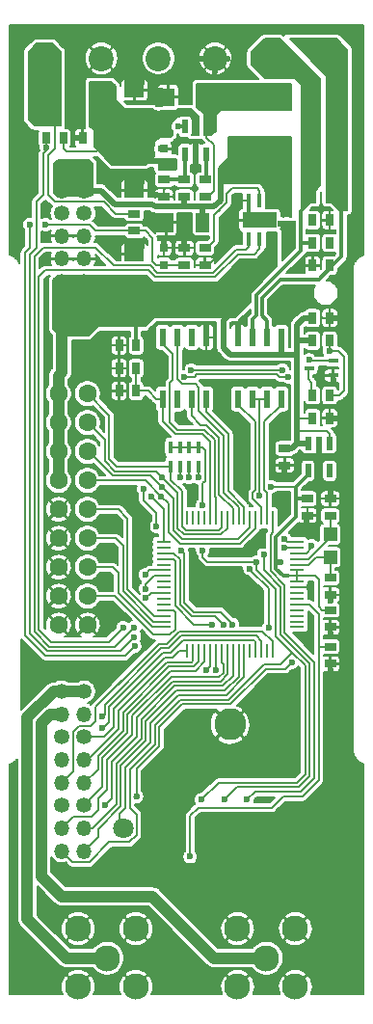
<source format=gbl>
G04 #@! TF.GenerationSoftware,KiCad,Pcbnew,(5.1.9)-1*
G04 #@! TF.CreationDate,2023-01-31T21:02:21+01:00*
G04 #@! TF.ProjectId,Base,42617365-2e6b-4696-9361-645f70636258,rev?*
G04 #@! TF.SameCoordinates,PXd59f80PYd59f80*
G04 #@! TF.FileFunction,Copper,L2,Bot*
G04 #@! TF.FilePolarity,Positive*
%FSLAX46Y46*%
G04 Gerber Fmt 4.6, Leading zero omitted, Abs format (unit mm)*
G04 Created by KiCad (PCBNEW (5.1.9)-1) date 2023-01-31 21:02:21*
%MOMM*%
%LPD*%
G01*
G04 APERTURE LIST*
G04 #@! TA.AperFunction,SMDPad,CuDef*
%ADD10R,0.250000X1.300000*%
G04 #@! TD*
G04 #@! TA.AperFunction,SMDPad,CuDef*
%ADD11R,1.300000X0.250000*%
G04 #@! TD*
G04 #@! TA.AperFunction,SMDPad,CuDef*
%ADD12R,0.700000X1.000000*%
G04 #@! TD*
G04 #@! TA.AperFunction,ComponentPad*
%ADD13C,2.800000*%
G04 #@! TD*
G04 #@! TA.AperFunction,SMDPad,CuDef*
%ADD14R,0.700000X0.700000*%
G04 #@! TD*
G04 #@! TA.AperFunction,SMDPad,CuDef*
%ADD15R,1.600000X3.500000*%
G04 #@! TD*
G04 #@! TA.AperFunction,SMDPad,CuDef*
%ADD16R,1.000000X0.700000*%
G04 #@! TD*
G04 #@! TA.AperFunction,ComponentPad*
%ADD17O,1.350000X1.350000*%
G04 #@! TD*
G04 #@! TA.AperFunction,ComponentPad*
%ADD18C,1.350000*%
G04 #@! TD*
G04 #@! TA.AperFunction,ComponentPad*
%ADD19C,1.600000*%
G04 #@! TD*
G04 #@! TA.AperFunction,ComponentPad*
%ADD20C,2.300000*%
G04 #@! TD*
G04 #@! TA.AperFunction,ComponentPad*
%ADD21C,2.200000*%
G04 #@! TD*
G04 #@! TA.AperFunction,SMDPad,CuDef*
%ADD22R,1.200000X1.600000*%
G04 #@! TD*
G04 #@! TA.AperFunction,SMDPad,CuDef*
%ADD23R,1.500000X1.400000*%
G04 #@! TD*
G04 #@! TA.AperFunction,SMDPad,CuDef*
%ADD24R,0.450000X1.200000*%
G04 #@! TD*
G04 #@! TA.AperFunction,SMDPad,CuDef*
%ADD25R,1.200000X1.700000*%
G04 #@! TD*
G04 #@! TA.AperFunction,SMDPad,CuDef*
%ADD26R,1.700000X1.200000*%
G04 #@! TD*
G04 #@! TA.AperFunction,SMDPad,CuDef*
%ADD27R,0.550000X1.200000*%
G04 #@! TD*
G04 #@! TA.AperFunction,SMDPad,CuDef*
%ADD28R,5.600000X2.000000*%
G04 #@! TD*
G04 #@! TA.AperFunction,SMDPad,CuDef*
%ADD29R,0.900000X0.450000*%
G04 #@! TD*
G04 #@! TA.AperFunction,SMDPad,CuDef*
%ADD30R,0.600000X1.600000*%
G04 #@! TD*
G04 #@! TA.AperFunction,ComponentPad*
%ADD31C,0.350000*%
G04 #@! TD*
G04 #@! TA.AperFunction,ComponentPad*
%ADD32C,1.800000*%
G04 #@! TD*
G04 #@! TA.AperFunction,SMDPad,CuDef*
%ADD33R,0.400000X1.100000*%
G04 #@! TD*
G04 #@! TA.AperFunction,SMDPad,CuDef*
%ADD34R,1.200000X1.200000*%
G04 #@! TD*
G04 #@! TA.AperFunction,ViaPad*
%ADD35C,0.600000*%
G04 #@! TD*
G04 #@! TA.AperFunction,Conductor*
%ADD36C,0.200000*%
G04 #@! TD*
G04 #@! TA.AperFunction,Conductor*
%ADD37C,0.500000*%
G04 #@! TD*
G04 #@! TA.AperFunction,Conductor*
%ADD38C,0.300000*%
G04 #@! TD*
G04 #@! TA.AperFunction,Conductor*
%ADD39C,1.000000*%
G04 #@! TD*
G04 #@! TA.AperFunction,Conductor*
%ADD40C,0.150000*%
G04 #@! TD*
G04 #@! TA.AperFunction,Conductor*
%ADD41C,0.100000*%
G04 #@! TD*
G04 APERTURE END LIST*
D10*
X23550000Y-43750000D03*
X23050000Y-43750000D03*
X22550000Y-43750000D03*
X22050000Y-43750000D03*
X21550000Y-43750000D03*
X21050000Y-43750000D03*
X20550000Y-43750000D03*
X20050000Y-43750000D03*
X19550000Y-43750000D03*
X19050000Y-43750000D03*
X18550000Y-43750000D03*
X18050000Y-43750000D03*
X17550000Y-43750000D03*
X17050000Y-43750000D03*
X16550000Y-43750000D03*
X16050000Y-43750000D03*
D11*
X13950000Y-45850000D03*
X13950000Y-46350000D03*
X13950000Y-46850000D03*
X13950000Y-47350000D03*
X13950000Y-47850000D03*
X13950000Y-48350000D03*
X13950000Y-48850000D03*
X13950000Y-49350000D03*
X13950000Y-49850000D03*
X13950000Y-50350000D03*
X13950000Y-50850000D03*
X13950000Y-51350000D03*
X13950000Y-51850000D03*
X13950000Y-52350000D03*
X13950000Y-52850000D03*
X13950000Y-53350000D03*
D10*
X16050000Y-55450000D03*
X16550000Y-55450000D03*
X17050000Y-55450000D03*
X17550000Y-55450000D03*
X18050000Y-55450000D03*
X18550000Y-55450000D03*
X19050000Y-55450000D03*
X19550000Y-55450000D03*
X20050000Y-55450000D03*
X20550000Y-55450000D03*
X21050000Y-55450000D03*
X21550000Y-55450000D03*
X22050000Y-55450000D03*
X22550000Y-55450000D03*
X23050000Y-55450000D03*
X23550000Y-55450000D03*
D11*
X25650000Y-53350000D03*
X25650000Y-52850000D03*
X25650000Y-52350000D03*
X25650000Y-51850000D03*
X25650000Y-51350000D03*
X25650000Y-50850000D03*
X25650000Y-50350000D03*
X25650000Y-49850000D03*
X25650000Y-49350000D03*
X25650000Y-48850000D03*
X25650000Y-48350000D03*
X25650000Y-47850000D03*
X25650000Y-47350000D03*
X25650000Y-46850000D03*
X25650000Y-46350000D03*
X25650000Y-45850000D03*
D12*
X27050000Y-28200000D03*
X28550000Y-28200000D03*
X28550000Y-33000000D03*
X27050000Y-33000000D03*
D13*
X19800000Y-24100000D03*
X19800000Y-61900000D03*
D14*
X14000000Y-9850000D03*
X14000000Y-11350000D03*
D15*
X8440000Y-7400000D03*
X3560000Y-7400000D03*
D12*
X28550000Y-15600000D03*
X27050000Y-15600000D03*
X28550000Y-26200000D03*
X27050000Y-26200000D03*
D16*
X15800000Y-15550000D03*
X15800000Y-14050000D03*
D17*
X5000000Y-73000000D03*
X5000000Y-71000000D03*
D18*
X5000000Y-69000000D03*
D17*
X7000000Y-71000000D03*
D18*
X7000000Y-69000000D03*
D17*
X7000000Y-73000000D03*
X7000000Y-67000000D03*
X5000000Y-67000000D03*
D18*
X7000000Y-59000000D03*
D17*
X7000000Y-61000000D03*
X7000000Y-65000000D03*
D18*
X7000000Y-63000000D03*
X5000000Y-63000000D03*
D17*
X5000000Y-65000000D03*
X5000000Y-61000000D03*
D18*
X5000000Y-59000000D03*
D17*
X5000000Y-27000000D03*
X5000000Y-25000000D03*
D18*
X5000000Y-23000000D03*
D17*
X7000000Y-25000000D03*
D18*
X7000000Y-23000000D03*
D17*
X7000000Y-27000000D03*
X7000000Y-21000000D03*
X5000000Y-21000000D03*
D18*
X7000000Y-13000000D03*
D17*
X7000000Y-15000000D03*
X7000000Y-19000000D03*
D18*
X7000000Y-17000000D03*
X5000000Y-17000000D03*
D17*
X5000000Y-19000000D03*
X5000000Y-15000000D03*
D18*
X5000000Y-13000000D03*
D12*
X28550000Y-21600000D03*
X27050000Y-21600000D03*
X28550000Y-19600000D03*
X27050000Y-19600000D03*
D19*
X4730000Y-40460000D03*
X4730000Y-50620000D03*
X4730000Y-48080000D03*
X4730000Y-35380000D03*
X4730000Y-53160000D03*
X4730000Y-32840000D03*
X4730000Y-45540000D03*
X4730000Y-43000000D03*
X4730000Y-37920000D03*
X7270000Y-53160000D03*
X7270000Y-32840000D03*
X7270000Y-35380000D03*
X7270000Y-37920000D03*
X7270000Y-40460000D03*
X7270000Y-43000000D03*
X7270000Y-45540000D03*
X7270000Y-48080000D03*
X7270000Y-50620000D03*
D20*
X11540000Y-84898200D03*
X6460000Y-84898200D03*
X6460000Y-79818200D03*
X11540000Y-79818200D03*
X9000000Y-82400000D03*
X25540000Y-84898200D03*
X20460000Y-84898200D03*
X20460000Y-79818200D03*
X25540000Y-79818200D03*
X23000000Y-82400000D03*
D21*
X3500000Y-3400000D03*
X13500000Y-3400000D03*
X8500000Y-3400000D03*
X18500000Y-3400000D03*
X23500000Y-3400000D03*
X28500000Y-3400000D03*
D22*
X17650000Y-6800000D03*
X14350000Y-6800000D03*
D23*
X23150000Y-17600000D03*
X21650000Y-17600000D03*
D24*
X21450000Y-19300000D03*
X22400000Y-19300000D03*
X23350000Y-19300000D03*
X21450000Y-15900000D03*
X23350000Y-15900000D03*
X22400000Y-15900000D03*
D12*
X6850000Y-10400000D03*
X8350000Y-10400000D03*
D16*
X17600000Y-14050000D03*
X17600000Y-15550000D03*
D25*
X14200000Y-17800000D03*
X17400000Y-17800000D03*
D12*
X28550000Y-17600000D03*
X27050000Y-17600000D03*
D26*
X11400000Y-20600000D03*
X11400000Y-23800000D03*
D27*
X16800000Y-9393500D03*
X17752500Y-9393500D03*
X15847500Y-9393500D03*
X15847500Y-11806500D03*
X16800000Y-11806500D03*
X17752500Y-11806500D03*
D28*
X22400000Y-6600000D03*
X22400000Y-11400000D03*
D16*
X14000000Y-14050000D03*
X14000000Y-15550000D03*
X17600000Y-20050000D03*
X17600000Y-21550000D03*
X11400000Y-17050000D03*
X11400000Y-18550000D03*
X15800000Y-21550000D03*
X15800000Y-20050000D03*
D14*
X14000000Y-21550000D03*
X14000000Y-20050000D03*
D12*
X3650000Y-10400000D03*
X5150000Y-10400000D03*
D29*
X28850000Y-31250000D03*
X28850000Y-29950000D03*
X26750000Y-30600000D03*
D26*
X11400000Y-6200000D03*
X11400000Y-9400000D03*
X11400000Y-15000000D03*
X11400000Y-11800000D03*
D12*
X27050000Y-35000000D03*
X28550000Y-35000000D03*
D30*
X20495000Y-33300000D03*
X21765000Y-33300000D03*
X20495000Y-27900000D03*
X21765000Y-27900000D03*
X23035000Y-33300000D03*
X24305000Y-33300000D03*
X23035000Y-27900000D03*
X24305000Y-27900000D03*
D31*
X9950000Y-71450000D03*
X10850000Y-71450000D03*
X10850000Y-70550000D03*
X9950000Y-70550000D03*
X10400000Y-71600000D03*
X11000000Y-71000000D03*
X10400000Y-70400000D03*
X9800000Y-71000000D03*
D32*
X10400000Y-71000000D03*
D33*
X14600000Y-39250000D03*
X14600000Y-37550000D03*
X17000000Y-37550000D03*
X17000000Y-39250000D03*
X16200000Y-39250000D03*
X16200000Y-37550000D03*
X15400000Y-37550000D03*
X15400000Y-39250000D03*
D16*
X28600000Y-51850000D03*
X28600000Y-53350000D03*
X26600000Y-42050000D03*
X26600000Y-43550000D03*
X28600000Y-43550000D03*
X28600000Y-42050000D03*
X28600000Y-50500000D03*
X28600000Y-49000000D03*
X28600000Y-55050000D03*
X28600000Y-56550000D03*
X24600000Y-39150000D03*
X24600000Y-37650000D03*
D27*
X26647500Y-37193500D03*
X27600000Y-37193500D03*
X28552500Y-37193500D03*
X28552500Y-39606500D03*
X26647500Y-39606500D03*
D34*
X28600000Y-45200000D03*
X28600000Y-47200000D03*
D30*
X13895000Y-33300000D03*
X15165000Y-33300000D03*
X13895000Y-27900000D03*
X15165000Y-27900000D03*
X16435000Y-33300000D03*
X17705000Y-33300000D03*
X16435000Y-27900000D03*
X17705000Y-27900000D03*
D12*
X10050000Y-32600000D03*
X11550000Y-32600000D03*
X10050000Y-30600000D03*
X11550000Y-30600000D03*
X11550000Y-28600000D03*
X10050000Y-28600000D03*
D35*
X14900000Y-12400000D03*
X14900000Y-13000000D03*
X14300000Y-12400000D03*
X13700000Y-12400000D03*
X14300000Y-13000000D03*
X13700000Y-13000000D03*
X24600000Y-42200000D03*
X19800000Y-46800000D03*
X5200000Y-50800000D03*
X15600000Y-35000000D03*
X16600000Y-41800000D03*
X26800000Y-54400000D03*
X19800000Y-49600000D03*
X20500000Y-26950000D03*
X17700000Y-26950000D03*
X13700000Y-11350000D03*
X16800000Y-10900000D03*
X16800000Y-12700000D03*
X16800000Y-12100000D03*
X16800000Y-11500000D03*
X15800000Y-17700000D03*
X15800000Y-18300000D03*
X15800000Y-18900000D03*
X24800000Y-17900000D03*
X24200000Y-17900000D03*
X26800000Y-49850000D03*
X29050000Y-26200000D03*
X28850000Y-31650000D03*
X29100000Y-35000000D03*
X27600000Y-37950000D03*
X24600000Y-39700000D03*
X26550000Y-44050000D03*
X28600000Y-41550000D03*
X28600000Y-57100000D03*
X28600000Y-53900000D03*
X28600000Y-51000000D03*
X23300000Y-71000000D03*
X23300000Y-68500000D03*
X28550000Y-17600000D03*
X3600000Y-17000000D03*
X9000000Y-17600000D03*
X19600000Y-3400000D03*
X18500000Y-4500000D03*
X17400000Y-3400000D03*
X13300000Y-15400000D03*
X12000000Y-14100000D03*
X10800000Y-14100000D03*
X11400000Y-14100000D03*
X19000000Y-20400000D03*
X6200000Y-10400000D03*
X13500000Y-6200000D03*
X13500000Y-6800000D03*
X13500000Y-7400000D03*
X12000000Y-5300000D03*
X11400000Y-5300000D03*
X10800000Y-5300000D03*
X15800000Y-19500000D03*
X14000000Y-19500000D03*
X21200000Y-17900000D03*
X21800000Y-17900000D03*
X22400000Y-17900000D03*
X23000000Y-17900000D03*
X23600000Y-17900000D03*
X23600000Y-17300000D03*
X23000000Y-17300000D03*
X22400000Y-17300000D03*
X21800000Y-17300000D03*
X21200000Y-17300000D03*
X11400000Y-19700000D03*
X12000000Y-19700000D03*
X10800000Y-19700000D03*
X13300000Y-17200000D03*
X13300000Y-17800000D03*
X13300000Y-18400000D03*
X6000000Y-57600000D03*
X8600000Y-61200000D03*
X8600000Y-62200000D03*
X8800000Y-69000000D03*
X13817151Y-40182849D03*
X15400000Y-40200000D03*
X16300000Y-73500000D03*
X24600000Y-46400000D03*
X22400000Y-41800000D03*
X18200000Y-53099979D03*
X19200000Y-53099979D03*
X13792886Y-41007114D03*
X16200000Y-40200000D03*
X13773393Y-41836150D03*
X17000000Y-40200000D03*
X28550000Y-19600000D03*
X21100000Y-24100000D03*
X19800000Y-25400000D03*
X18500000Y-24100000D03*
X23350000Y-21200000D03*
X21400000Y-12000000D03*
X22000000Y-12000000D03*
X23200000Y-12000000D03*
X22600000Y-12000000D03*
X21400000Y-10800000D03*
X21400000Y-11400000D03*
X22000000Y-10800000D03*
X23200000Y-10800000D03*
X22600000Y-11400000D03*
X23200000Y-11400000D03*
X22600000Y-10800000D03*
X22000000Y-11400000D03*
X23800000Y-10800000D03*
X25000000Y-10800000D03*
X24400000Y-11400000D03*
X25000000Y-11400000D03*
X24400000Y-10800000D03*
X23800000Y-11400000D03*
X23800000Y-12000000D03*
X23800000Y-12600000D03*
X23800000Y-13200000D03*
X23800000Y-13800000D03*
X23800000Y-14400000D03*
X25000000Y-13800000D03*
X25000000Y-13200000D03*
X25000000Y-12600000D03*
X25000000Y-12000000D03*
X25000000Y-14400000D03*
X24400000Y-12000000D03*
X24400000Y-12600000D03*
X24400000Y-13200000D03*
X24400000Y-13800000D03*
X24400000Y-14400000D03*
X24750000Y-16700000D03*
X27050000Y-17600000D03*
X17700935Y-57113294D03*
X3600000Y-18000000D03*
X2199999Y-18000000D03*
X11424265Y-55024265D03*
X12382482Y-49968988D03*
X11375735Y-53375735D03*
X12350735Y-48750735D03*
X10400000Y-53400000D03*
X15250000Y-9400000D03*
X3650000Y-11200000D03*
X12416813Y-50783187D03*
X11400000Y-54200000D03*
X18550000Y-57100000D03*
X20000000Y-53099979D03*
X15500000Y-46600030D03*
X13350000Y-44500000D03*
X12200000Y-41200000D03*
X28550000Y-29100000D03*
X16398158Y-30758235D03*
X24400000Y-30758235D03*
X19300000Y-68500000D03*
X22749991Y-47000000D03*
X24600000Y-45600000D03*
X21300000Y-68500000D03*
X17300000Y-68500000D03*
X23400010Y-41000000D03*
X17400000Y-42600000D03*
X17400000Y-46600030D03*
X24200000Y-47600000D03*
X22149991Y-47600000D03*
X12900000Y-41900000D03*
X24950000Y-31400000D03*
X26750000Y-29874998D03*
X15806765Y-31358235D03*
X11600068Y-68200000D03*
X25234301Y-56414229D03*
X23199982Y-53400000D03*
X21549991Y-48200000D03*
X26975735Y-46175735D03*
D36*
X5000000Y-10550000D02*
X5150000Y-10400000D01*
X5150000Y-10400000D02*
X5150000Y-11350000D01*
X5150000Y-11350000D02*
X5400000Y-11600000D01*
X8100000Y-11600000D02*
X8350000Y-11350000D01*
X5400000Y-11600000D02*
X8100000Y-11600000D01*
X8350000Y-11350000D02*
X8350000Y-10400000D01*
D37*
X13700000Y-12400000D02*
X12600000Y-12400000D01*
X12000000Y-11800000D02*
X11400000Y-11800000D01*
X12600000Y-12400000D02*
X12000000Y-11800000D01*
X13700000Y-12400000D02*
X13700000Y-13000000D01*
X13700000Y-13000000D02*
X14300000Y-13000000D01*
X13700000Y-12400000D02*
X14300000Y-12400000D01*
X14300000Y-12400000D02*
X14300000Y-13000000D01*
X14300000Y-13000000D02*
X14900000Y-13000000D01*
X14900000Y-13000000D02*
X14900000Y-12400000D01*
X14900000Y-12400000D02*
X14300000Y-12400000D01*
X14900000Y-13000000D02*
X14300000Y-12400000D01*
X13700000Y-13000000D02*
X14300000Y-12400000D01*
X11400000Y-14700000D02*
X10800000Y-14100000D01*
X10800000Y-14100000D02*
X10800000Y-14400000D01*
X11400000Y-14700000D02*
X12000000Y-14100000D01*
X10800000Y-14400000D02*
X11400000Y-15000000D01*
X10800000Y-14100000D02*
X12000000Y-14100000D01*
X11400000Y-15000000D02*
X11400000Y-14700000D01*
X12000000Y-14400000D02*
X11400000Y-15000000D01*
X12000000Y-14100000D02*
X12000000Y-14400000D01*
X14100000Y-6800000D02*
X13500000Y-6200000D01*
X14100000Y-6800000D02*
X13500000Y-7400000D01*
X14400000Y-6800000D02*
X14100000Y-6800000D01*
X13500000Y-6200000D02*
X13500000Y-7400000D01*
X13500000Y-6200000D02*
X13800000Y-6200000D01*
X13800000Y-6200000D02*
X14400000Y-6800000D01*
X13500000Y-7400000D02*
X13800000Y-7400000D01*
X13800000Y-7400000D02*
X14400000Y-6800000D01*
X11400000Y-5900000D02*
X12000000Y-5300000D01*
X11400000Y-5900000D02*
X10800000Y-5300000D01*
X11400000Y-6200000D02*
X11400000Y-5900000D01*
X12000000Y-5300000D02*
X10800000Y-5300000D01*
X12000000Y-5300000D02*
X12000000Y-5600000D01*
X12000000Y-5600000D02*
X11400000Y-6200000D01*
X10800000Y-5300000D02*
X10800000Y-5600000D01*
X10800000Y-5600000D02*
X11400000Y-6200000D01*
X13900000Y-17800000D02*
X13300000Y-17200000D01*
X13900000Y-17800000D02*
X13300000Y-18400000D01*
X14200000Y-17800000D02*
X13900000Y-17800000D01*
X13300000Y-18400000D02*
X13300000Y-17200000D01*
D38*
X21450000Y-17050000D02*
X21200000Y-17300000D01*
X21450000Y-15900000D02*
X21450000Y-17050000D01*
D37*
X12000000Y-19700000D02*
X10800000Y-19700000D01*
X11400000Y-20300000D02*
X10800000Y-19700000D01*
X11400000Y-20300000D02*
X12000000Y-19700000D01*
X11400000Y-20600000D02*
X11400000Y-20300000D01*
X10800000Y-20000000D02*
X11400000Y-20600000D01*
X10800000Y-19700000D02*
X10800000Y-20000000D01*
X12000000Y-20000000D02*
X11400000Y-20600000D01*
X12000000Y-19700000D02*
X12000000Y-20000000D01*
X13600000Y-17200000D02*
X14200000Y-17800000D01*
X13300000Y-17200000D02*
X13600000Y-17200000D01*
X13600000Y-18400000D02*
X14200000Y-17800000D01*
X13300000Y-18400000D02*
X13600000Y-18400000D01*
X6200000Y-10400000D02*
X6850000Y-10400000D01*
D36*
X17850000Y-21550000D02*
X19000000Y-20400000D01*
X17600000Y-21550000D02*
X17850000Y-21550000D01*
X25650000Y-49850000D02*
X26800000Y-49850000D01*
D37*
X16800000Y-10900000D02*
X16800000Y-12700000D01*
D36*
X20495000Y-26955000D02*
X20500000Y-26950000D01*
X20495000Y-27900000D02*
X20495000Y-26955000D01*
X17705000Y-26955000D02*
X17700000Y-26950000D01*
X17705000Y-27900000D02*
X17705000Y-26955000D01*
D39*
X2000001Y-61302929D02*
X4302930Y-59000000D01*
X2000000Y-79000000D02*
X2000001Y-61302929D01*
X5400000Y-82400000D02*
X2000000Y-79000000D01*
X9000000Y-82400000D02*
X5400000Y-82400000D01*
X4302930Y-59000000D02*
X7000000Y-59000000D01*
X18400000Y-82400000D02*
X23000000Y-82400000D01*
X13000000Y-77000000D02*
X18400000Y-82400000D01*
X5000000Y-77000000D02*
X13000000Y-77000000D01*
X3200010Y-75200010D02*
X5000000Y-77000000D01*
X3200010Y-61799990D02*
X3200010Y-75200010D01*
X4000000Y-61000000D02*
X3200010Y-61799990D01*
X5000000Y-61000000D02*
X4000000Y-61000000D01*
D36*
X7302229Y-65000000D02*
X7000000Y-65000000D01*
X14240106Y-56400000D02*
X10000021Y-60640086D01*
X16415002Y-56400000D02*
X14240106Y-56400000D01*
X10000021Y-60640086D02*
X10000021Y-62302209D01*
X16550000Y-56265002D02*
X16415002Y-56400000D01*
X10000021Y-62302209D02*
X7302229Y-65000000D01*
X16550000Y-55450000D02*
X16550000Y-56265002D01*
X8800000Y-61000000D02*
X8600000Y-61200000D01*
X8800000Y-60143012D02*
X8800000Y-61000000D01*
X22550000Y-54569299D02*
X22550000Y-55450000D01*
X22080690Y-54099989D02*
X22550000Y-54569299D01*
X8800000Y-60143012D02*
X13743030Y-55199980D01*
X15534313Y-54099989D02*
X22080690Y-54099989D01*
X14434322Y-55199980D02*
X15534313Y-54099989D01*
X13743030Y-55199980D02*
X14434322Y-55199980D01*
X9200003Y-60308707D02*
X11708710Y-57800000D01*
X9200003Y-61687989D02*
X9200003Y-60308707D01*
X8688002Y-62200000D02*
X9200008Y-61687994D01*
X9200008Y-61687994D02*
X9200003Y-61687989D01*
X8600000Y-62200000D02*
X8688002Y-62200000D01*
X22050000Y-54634998D02*
X22050000Y-55450000D01*
X21915001Y-54499999D02*
X22050000Y-54634998D01*
X13908719Y-55599990D02*
X14600010Y-55599990D01*
X9200003Y-60308707D02*
X13908719Y-55599990D01*
X15700001Y-54499999D02*
X21915001Y-54499999D01*
X14600010Y-55599990D02*
X15700001Y-54499999D01*
X7000000Y-67000000D02*
X8200000Y-65800000D01*
X8200000Y-65800000D02*
X8200000Y-64667927D01*
X8200000Y-64667927D02*
X10400031Y-62467898D01*
X10400031Y-62467898D02*
X10400031Y-60805775D01*
X17050000Y-56330701D02*
X16580691Y-56800010D01*
X17050000Y-55450000D02*
X17050000Y-56330701D01*
X16580691Y-56800010D02*
X14405795Y-56800010D01*
X14405796Y-56800010D02*
X16580691Y-56800010D01*
X10400031Y-60805775D02*
X14405796Y-56800010D01*
X15315698Y-55450000D02*
X16050000Y-55450000D01*
X14765699Y-56000000D02*
X15315698Y-55450000D01*
X14074408Y-56000000D02*
X14765699Y-56000000D01*
X9600011Y-60474397D02*
X14074408Y-56000000D01*
X9600011Y-62136520D02*
X9600011Y-60474397D01*
X8736531Y-63000000D02*
X9600011Y-62136520D01*
X7000000Y-63000000D02*
X8736531Y-63000000D01*
X20550000Y-57685099D02*
X20550000Y-55450000D01*
X19321774Y-58913325D02*
X20550000Y-57685099D01*
X12400081Y-61634220D02*
X15120976Y-58913325D01*
X12400081Y-63297016D02*
X12400081Y-61634220D01*
X15120976Y-58913325D02*
X19321774Y-58913325D01*
X10200048Y-65497048D02*
X12400081Y-63297016D01*
X10200048Y-69053653D02*
X10200048Y-65497048D01*
X8200000Y-71053700D02*
X10200048Y-69053653D01*
X8200000Y-71800000D02*
X8200000Y-71053700D01*
X7000000Y-73000000D02*
X8200000Y-71800000D01*
X9000018Y-64999982D02*
X9000018Y-67599982D01*
X8200000Y-69400000D02*
X7600000Y-70000000D01*
X6000000Y-70000000D02*
X5000000Y-71000000D01*
X11200051Y-62799949D02*
X9000018Y-64999982D01*
X9000018Y-67599982D02*
X8200000Y-68400000D01*
X8200000Y-68400000D02*
X8200000Y-69400000D01*
X11200051Y-61137153D02*
X11200051Y-62799949D01*
X7600000Y-70000000D02*
X6000000Y-70000000D01*
X19050000Y-56450000D02*
X19207085Y-56607085D01*
X19050000Y-55450000D02*
X19050000Y-56450000D01*
X19207085Y-57330917D02*
X19207085Y-56607085D01*
X18824707Y-57713295D02*
X19207085Y-57330917D01*
X14623909Y-57713295D02*
X11200051Y-61137153D01*
X18086705Y-57713295D02*
X14623909Y-57713295D01*
X18099999Y-57700001D02*
X18086705Y-57713295D01*
X18700001Y-57700001D02*
X18099999Y-57700001D01*
X18713295Y-57713295D02*
X18700001Y-57700001D01*
X18824707Y-57713295D02*
X18713295Y-57713295D01*
X9400028Y-65165670D02*
X9400028Y-68399972D01*
X11600061Y-62965638D02*
X9400028Y-65165670D01*
X11600061Y-61302842D02*
X11600061Y-62965638D01*
X9400028Y-68399972D02*
X8800000Y-69000000D01*
X19550000Y-56384301D02*
X19607095Y-56441396D01*
X19550000Y-55450000D02*
X19550000Y-56384301D01*
X18990396Y-58113305D02*
X19607095Y-57496606D01*
X19607095Y-57496606D02*
X19607095Y-56441396D01*
X14789598Y-58113305D02*
X18990396Y-58113305D01*
X11600061Y-61302842D02*
X14789598Y-58113305D01*
X19156085Y-58513315D02*
X20050000Y-57619400D01*
X20050000Y-57619400D02*
X20050000Y-55450000D01*
X14955286Y-58513315D02*
X19156085Y-58513315D01*
X12000071Y-61468531D02*
X14955286Y-58513315D01*
X12000071Y-63131327D02*
X12000071Y-61468531D01*
X9800038Y-65331358D02*
X12000071Y-63131327D01*
X9800038Y-68887964D02*
X9800038Y-65331358D01*
X7688002Y-71000000D02*
X9800038Y-68887964D01*
X7000000Y-71000000D02*
X7688002Y-71000000D01*
X19015689Y-45200010D02*
X19550000Y-44665698D01*
X15199990Y-44665689D02*
X15734311Y-45200010D01*
X9684311Y-39650010D02*
X13284312Y-39650010D01*
X8800000Y-38765699D02*
X9684311Y-39650010D01*
X19550000Y-44665698D02*
X19550000Y-43750000D01*
X8800000Y-36910000D02*
X8800000Y-38765699D01*
X15734311Y-45200010D02*
X19015689Y-45200010D01*
X7270000Y-35380000D02*
X8800000Y-36910000D01*
X15199990Y-41565688D02*
X13817151Y-40182849D01*
X15199990Y-44665689D02*
X15199990Y-41565688D01*
X13284312Y-39650010D02*
X13817151Y-40182849D01*
X15400000Y-40200000D02*
X15400000Y-39250000D01*
X25650000Y-51350000D02*
X26750000Y-51350000D01*
X26750000Y-51350000D02*
X27600000Y-52200000D01*
X27650000Y-55050000D02*
X27600000Y-55000000D01*
X28600000Y-55050000D02*
X27650000Y-55050000D01*
X27600000Y-52200000D02*
X27600000Y-55000000D01*
X16300000Y-73500000D02*
X16300000Y-69900000D01*
X16300000Y-69900000D02*
X17000000Y-69200000D01*
X27600000Y-66765698D02*
X27600000Y-55000000D01*
X23488002Y-69200000D02*
X24487992Y-68200010D01*
X17000000Y-69200000D02*
X23488002Y-69200000D01*
X26165688Y-68200010D02*
X27600000Y-66765698D01*
X24487992Y-68200010D02*
X26165688Y-68200010D01*
X24650000Y-46350000D02*
X24600000Y-46400000D01*
X25650000Y-46350000D02*
X24650000Y-46350000D01*
X22400000Y-33300000D02*
X22400000Y-41800000D01*
X21765000Y-33300000D02*
X22400000Y-33300000D01*
X22400000Y-33300000D02*
X23035000Y-33300000D01*
X21799999Y-42088001D02*
X21799999Y-41511999D01*
X22550000Y-42838002D02*
X21799999Y-42088001D01*
X22550000Y-43750000D02*
X22550000Y-42838002D01*
X21799999Y-41511999D02*
X21999990Y-41312008D01*
X21999990Y-41312008D02*
X21999990Y-35299990D01*
X20495000Y-33795000D02*
X20495000Y-33300000D01*
X21999990Y-35299990D02*
X20495000Y-33795000D01*
X23050000Y-43750000D02*
X23050000Y-41561998D01*
X23050000Y-41561998D02*
X22800010Y-41312008D01*
X22800010Y-41312008D02*
X22800010Y-35299990D01*
X24305000Y-33795000D02*
X24305000Y-33300000D01*
X22800010Y-35299990D02*
X24305000Y-33795000D01*
X14968614Y-52018614D02*
X14968614Y-53534291D01*
X14800000Y-51850000D02*
X14968614Y-52018614D01*
X13950000Y-51850000D02*
X14800000Y-51850000D01*
X14968614Y-53534291D02*
X14502905Y-54000000D01*
X9708002Y-50620000D02*
X7270000Y-50620000D01*
X13088002Y-54000000D02*
X9708002Y-50620000D01*
X14502905Y-54000000D02*
X13088002Y-54000000D01*
X13950000Y-52850000D02*
X13181396Y-52850000D01*
X10400010Y-50068614D02*
X10400010Y-46200010D01*
X9740000Y-45540000D02*
X7270000Y-45540000D01*
X10400010Y-46200010D02*
X9740000Y-45540000D01*
X10400010Y-46200010D02*
X10400010Y-50180612D01*
X13069398Y-52850000D02*
X13950000Y-52850000D01*
X10400010Y-50180612D02*
X13069398Y-52850000D01*
X10800020Y-50014924D02*
X10800020Y-43800020D01*
X10000000Y-43000000D02*
X7270000Y-43000000D01*
X10800020Y-43800020D02*
X10000000Y-43000000D01*
X13135096Y-52350000D02*
X10800020Y-50014924D01*
X13950000Y-52350000D02*
X13135096Y-52350000D01*
X9480000Y-48080000D02*
X7270000Y-48080000D01*
X10000000Y-48600000D02*
X9480000Y-48080000D01*
X13950000Y-53350000D02*
X13003701Y-53350000D01*
X13950000Y-53350000D02*
X13003700Y-53350000D01*
X10000000Y-50346300D02*
X10000000Y-48600000D01*
X13003700Y-53350000D02*
X10000000Y-50346300D01*
X14800000Y-47350000D02*
X15000000Y-47550000D01*
X13950000Y-47350000D02*
X14800000Y-47350000D01*
X16615678Y-53099979D02*
X18200000Y-53099979D01*
X14999992Y-51484293D02*
X16615678Y-53099979D01*
X14999992Y-47550008D02*
X14999992Y-51484293D01*
X15000000Y-47550000D02*
X14999992Y-47550008D01*
X14865699Y-46850000D02*
X15400000Y-47384301D01*
X13950000Y-46850000D02*
X14865699Y-46850000D01*
X15400000Y-51318603D02*
X16481397Y-52400000D01*
X15400000Y-47384301D02*
X15400000Y-51318603D01*
X18500021Y-52400000D02*
X19200000Y-53099979D01*
X16481397Y-52400000D02*
X18500021Y-52400000D01*
X21550000Y-44565002D02*
X20514982Y-45600020D01*
X21550000Y-43750000D02*
X21550000Y-44565002D01*
X9518622Y-40050020D02*
X7388602Y-37920000D01*
X7388602Y-37920000D02*
X7270000Y-37920000D01*
X15568622Y-45600020D02*
X14799980Y-44831378D01*
X20514982Y-45600020D02*
X15568622Y-45600020D01*
X12495719Y-40050020D02*
X9518622Y-40050020D01*
X14799980Y-44831378D02*
X14799980Y-42354281D01*
X14799980Y-42014208D02*
X13792886Y-41007114D01*
X14799980Y-44831378D02*
X14799980Y-42014208D01*
X12835792Y-40050020D02*
X9518622Y-40050020D01*
X13792886Y-41007114D02*
X12835792Y-40050020D01*
X16200000Y-39250000D02*
X16200000Y-40200000D01*
X22050000Y-44630700D02*
X20680671Y-46000030D01*
X22050000Y-43750000D02*
X22050000Y-44630700D01*
X15402933Y-46000030D02*
X14399970Y-44997067D01*
X20680671Y-46000030D02*
X15402933Y-46000030D01*
X14399970Y-42462727D02*
X13773393Y-41836150D01*
X14399970Y-44997067D02*
X14399970Y-42462727D01*
X12397243Y-40460000D02*
X13773393Y-41836150D01*
X7270000Y-40460000D02*
X12397243Y-40460000D01*
X17000000Y-39250000D02*
X17000000Y-40200000D01*
X19050000Y-44600000D02*
X18850000Y-44800000D01*
X19050000Y-43750000D02*
X19050000Y-44600000D01*
X14600000Y-40400000D02*
X14600000Y-39250000D01*
X15600000Y-41400000D02*
X14600000Y-40400000D01*
X14600000Y-39250000D02*
X14600000Y-39000000D01*
X14600000Y-39250000D02*
X9850000Y-39250000D01*
X9850000Y-39250000D02*
X9200000Y-38600000D01*
X9200000Y-34770000D02*
X7270000Y-32840000D01*
X9200000Y-38600000D02*
X9200000Y-34770000D01*
X15600000Y-41400000D02*
X15600000Y-44500000D01*
X15900000Y-44800000D02*
X18850000Y-44800000D01*
X15600000Y-44500000D02*
X15900000Y-44800000D01*
X28600000Y-45200000D02*
X28600000Y-43550000D01*
X28600000Y-45200000D02*
X28600000Y-45400000D01*
X26650000Y-47350000D02*
X25650000Y-47350000D01*
X28600000Y-45400000D02*
X26650000Y-47350000D01*
X28600000Y-47200000D02*
X28600000Y-49000000D01*
X25650000Y-47850000D02*
X26715698Y-47850000D01*
X27365698Y-47200000D02*
X28600000Y-47200000D01*
X26715698Y-47850000D02*
X27365698Y-47200000D01*
X6000000Y-66000000D02*
X5000000Y-67000000D01*
X8000000Y-60377313D02*
X8000000Y-61600000D01*
X6531999Y-62024999D02*
X6000000Y-62556998D01*
X11377330Y-56999982D02*
X8000000Y-60377313D01*
X8000000Y-61600000D02*
X7575001Y-62024999D01*
X6000000Y-62556998D02*
X6000000Y-66000000D01*
X7575001Y-62024999D02*
X6531999Y-62024999D01*
X14268634Y-54799970D02*
X15368624Y-53699979D01*
X13577343Y-54799970D02*
X14268634Y-54799970D01*
X8000000Y-60377313D02*
X13577343Y-54799970D01*
X23550000Y-55450000D02*
X23550000Y-54600000D01*
X23550000Y-54600000D02*
X23449999Y-54499999D01*
X22649979Y-53699979D02*
X15368624Y-53699979D01*
X23550000Y-54600000D02*
X22649979Y-53699979D01*
D37*
X5000000Y-27000000D02*
X5050000Y-27050000D01*
D39*
X4730000Y-31270000D02*
X5050000Y-30950000D01*
X4730000Y-32840000D02*
X4730000Y-31270000D01*
X5050000Y-27050000D02*
X5050000Y-30950000D01*
X4730000Y-32840000D02*
X4730000Y-40460000D01*
D37*
X19800000Y-29400000D02*
X19200000Y-28800000D01*
X25700000Y-26800000D02*
X26300000Y-26200000D01*
X24305000Y-27900000D02*
X24305000Y-29295000D01*
X24200000Y-29400000D02*
X19800000Y-29400000D01*
X24305000Y-29295000D02*
X24200000Y-29400000D01*
X25700000Y-28200000D02*
X25700000Y-26800000D01*
X25700000Y-29400000D02*
X25700000Y-28200000D01*
D36*
X26950000Y-35000000D02*
X25700000Y-35000000D01*
D37*
X25700000Y-35000000D02*
X25700000Y-29400000D01*
X25700000Y-29400000D02*
X24200000Y-29400000D01*
X27050000Y-26200000D02*
X26300000Y-26200000D01*
X27050000Y-28200000D02*
X25700000Y-28200000D01*
X25250000Y-37650000D02*
X25700000Y-37200000D01*
X24600000Y-37650000D02*
X25250000Y-37650000D01*
X26641000Y-37200000D02*
X26647500Y-37193500D01*
X25700000Y-37200000D02*
X26641000Y-37200000D01*
X19800000Y-25800000D02*
X19200000Y-26400000D01*
X19800000Y-24100000D02*
X19800000Y-25800000D01*
X19200000Y-28800000D02*
X19200000Y-26400000D01*
D36*
X27050000Y-35000000D02*
X27050000Y-35250000D01*
D38*
X11550000Y-28600000D02*
X11550000Y-26900000D01*
D36*
X23350000Y-19300000D02*
X23350000Y-21200000D01*
X25700000Y-36100000D02*
X28300000Y-36100000D01*
D37*
X25700000Y-37200000D02*
X25700000Y-36100000D01*
X25700000Y-36100000D02*
X25700000Y-35000000D01*
D36*
X28552500Y-36352500D02*
X28552500Y-37193500D01*
X28300000Y-36100000D02*
X28552500Y-36352500D01*
D37*
X20600000Y-11400000D02*
X22400000Y-11400000D01*
X18950010Y-13049990D02*
X20600000Y-11400000D01*
X12989998Y-16200000D02*
X13189998Y-16400000D01*
X8477830Y-15000000D02*
X9677830Y-16200000D01*
X7000000Y-15000000D02*
X8477830Y-15000000D01*
X9677830Y-16200000D02*
X12989998Y-16200000D01*
X17400000Y-17800000D02*
X17400000Y-16400000D01*
X18410002Y-16400000D02*
X17400000Y-16400000D01*
X15800000Y-16400000D02*
X13189998Y-16400000D01*
X15800000Y-15550000D02*
X15800000Y-16400000D01*
X17400000Y-16400000D02*
X15800000Y-16400000D01*
X18950010Y-15859992D02*
X18410002Y-16400000D01*
X18950010Y-13049990D02*
X18950010Y-15859992D01*
D36*
X22400000Y-15900000D02*
X22400000Y-15000000D01*
X22400000Y-15000000D02*
X22200000Y-14800000D01*
X19100011Y-16487822D02*
X18777822Y-16810011D01*
X17600000Y-20050000D02*
X17750000Y-20050000D01*
X17750000Y-20050000D02*
X18400000Y-19400000D01*
X18400000Y-17187833D02*
X19100011Y-16487822D01*
X18400000Y-19400000D02*
X18400000Y-17187833D01*
X19500020Y-16087813D02*
X18400000Y-17187833D01*
X22200000Y-14800000D02*
X20000000Y-14800000D01*
X19500020Y-15299980D02*
X19500020Y-16087813D01*
X20000000Y-14800000D02*
X19500020Y-15299980D01*
X11400000Y-18550000D02*
X12350000Y-18550000D01*
X12350000Y-18550000D02*
X13000000Y-19200000D01*
X15800000Y-21550000D02*
X14000000Y-21550000D01*
X13000000Y-21200000D02*
X13350000Y-21550000D01*
X13000000Y-19200000D02*
X13000000Y-21200000D01*
X14000000Y-21550000D02*
X13350000Y-21550000D01*
X18050000Y-56764229D02*
X17700935Y-57113294D01*
X18050000Y-55450000D02*
X18050000Y-56764229D01*
X7443002Y-18000000D02*
X3600000Y-18000000D01*
X7993002Y-18550000D02*
X7443002Y-18000000D01*
X11400000Y-18550000D02*
X7993002Y-18550000D01*
X2199999Y-20068605D02*
X2199999Y-18000000D01*
X1799962Y-20468643D02*
X2199999Y-20068605D01*
X11424265Y-55024265D02*
X10848520Y-55600010D01*
X1799983Y-54062779D02*
X1799983Y-53800017D01*
X10588489Y-55860041D02*
X3597245Y-55860041D01*
X11424265Y-55024265D02*
X10588489Y-55860041D01*
X1799983Y-53800017D02*
X1799962Y-20468643D01*
X3597245Y-55860041D02*
X1799983Y-54062779D01*
X12382482Y-49567518D02*
X12382482Y-49968988D01*
X13100000Y-48850000D02*
X12382482Y-49567518D01*
X13950000Y-48850000D02*
X13100000Y-48850000D01*
X21450000Y-19950000D02*
X21450000Y-19300000D01*
X12800000Y-21600000D02*
X13400001Y-22200001D01*
X8000000Y-20000000D02*
X9600000Y-21600000D01*
X3400000Y-20000000D02*
X8000000Y-20000000D01*
X21200000Y-20200000D02*
X21450000Y-19950000D01*
X2599980Y-20800020D02*
X3400000Y-20000000D01*
X9600000Y-21600000D02*
X12800000Y-21600000D01*
X11375735Y-53375735D02*
X9691449Y-55060021D01*
X2599999Y-53731397D02*
X2599999Y-52800001D01*
X3928623Y-55060021D02*
X2599999Y-53731397D01*
X9691449Y-55060021D02*
X3928623Y-55060021D01*
X2599999Y-52800001D02*
X2599980Y-20800020D01*
X20340002Y-20200000D02*
X21200000Y-20200000D01*
X18340001Y-22200001D02*
X20340002Y-20200000D01*
X13400001Y-22200001D02*
X18340001Y-22200001D01*
X12751470Y-48350000D02*
X12350735Y-48750735D01*
X13950000Y-48350000D02*
X12751470Y-48350000D01*
X21931396Y-20600000D02*
X22400000Y-20131396D01*
X12634302Y-22000000D02*
X13234312Y-22600011D01*
X3000000Y-22600000D02*
X3600000Y-22000000D01*
X22400000Y-20131396D02*
X22400000Y-19300000D01*
X3000000Y-53565699D02*
X3000000Y-22600000D01*
X3600000Y-22000000D02*
X12634302Y-22000000D01*
X4094312Y-54660011D02*
X3000000Y-53565699D01*
X9139989Y-54660011D02*
X4094312Y-54660011D01*
X10400000Y-53400000D02*
X9139989Y-54660011D01*
X20505701Y-20600000D02*
X21931396Y-20600000D01*
X18505690Y-22600011D02*
X20505701Y-20600000D01*
X13234312Y-22600011D02*
X18505690Y-22600011D01*
D38*
X15256500Y-9393500D02*
X15250000Y-9400000D01*
X15847500Y-9393500D02*
X15256500Y-9393500D01*
D36*
X3650000Y-10400000D02*
X3650000Y-11200000D01*
X2799999Y-20034303D02*
X2799999Y-17600001D01*
X2799999Y-20034303D02*
X2799999Y-16000001D01*
X2799999Y-16000001D02*
X3399990Y-15400010D01*
X3650000Y-11522303D02*
X3650000Y-11200000D01*
X3399990Y-11772313D02*
X3650000Y-11522303D01*
X3399990Y-15400010D02*
X3399990Y-11772313D01*
X12850000Y-50350000D02*
X12416813Y-50783187D01*
X13950000Y-50350000D02*
X12850000Y-50350000D01*
X2199971Y-20634331D02*
X2799999Y-20034303D01*
X11400000Y-54200000D02*
X10139969Y-55460031D01*
X2199991Y-53897088D02*
X2199991Y-53600009D01*
X3762934Y-55460031D02*
X2199991Y-53897088D01*
X10139969Y-55460031D02*
X3762934Y-55460031D01*
X2199991Y-53600009D02*
X2199971Y-20634331D01*
X18550000Y-55450000D02*
X18550000Y-57100000D01*
X20000000Y-53099979D02*
X20000000Y-53011977D01*
X20000000Y-53011977D02*
X18988013Y-51999990D01*
X18988013Y-51999990D02*
X16647085Y-51999990D01*
X16647085Y-51999990D02*
X15800010Y-51152915D01*
X15800010Y-46900040D02*
X15500000Y-46600030D01*
X15800010Y-51152915D02*
X15800010Y-46900040D01*
X28550000Y-29100000D02*
X28550000Y-28200000D01*
X28550000Y-29100000D02*
X29300000Y-29100000D01*
X29300000Y-29100000D02*
X29800000Y-29600000D01*
X29800000Y-29600000D02*
X29800000Y-32600000D01*
X29400000Y-33000000D02*
X28550000Y-33000000D01*
X29800000Y-32600000D02*
X29400000Y-33000000D01*
X16398158Y-30758235D02*
X24400000Y-30758235D01*
X13350000Y-44500000D02*
X13350000Y-43350000D01*
X12200000Y-42200000D02*
X12200000Y-41200000D01*
X13350000Y-43350000D02*
X12200000Y-42200000D01*
X26950000Y-33000000D02*
X26950000Y-31850000D01*
X26650000Y-31550000D02*
X26650000Y-30600000D01*
X26950000Y-31850000D02*
X26650000Y-31550000D01*
D38*
X21765000Y-27900000D02*
X21765000Y-26334990D01*
X21765000Y-26334990D02*
X22099990Y-26000000D01*
X22099990Y-24192890D02*
X26000000Y-20292880D01*
X22099990Y-26000000D02*
X22099990Y-24192890D01*
X27050000Y-19600000D02*
X26000000Y-19600000D01*
X26000000Y-20292880D02*
X26000000Y-19600000D01*
X26000000Y-19600000D02*
X26000000Y-16800000D01*
X27050000Y-15750000D02*
X27050000Y-15600000D01*
X26000000Y-16800000D02*
X27050000Y-15750000D01*
X24200000Y-22800000D02*
X22600000Y-24400000D01*
X23035000Y-26435000D02*
X22600000Y-26000000D01*
X23035000Y-27900000D02*
X23035000Y-26435000D01*
X22600000Y-24400000D02*
X22600000Y-26000000D01*
X28550000Y-21600000D02*
X28550000Y-21850000D01*
X27600000Y-22800000D02*
X24200000Y-22800000D01*
X28550000Y-21850000D02*
X27600000Y-22800000D01*
X28550000Y-21600000D02*
X28800000Y-21600000D01*
X28800000Y-21600000D02*
X29600000Y-20800000D01*
X29600000Y-20800000D02*
X29600000Y-16800000D01*
X28550000Y-15750000D02*
X28550000Y-15600000D01*
X29600000Y-16800000D02*
X28550000Y-15750000D01*
X14000000Y-14050000D02*
X15800000Y-14050000D01*
X15847500Y-14002500D02*
X15800000Y-14050000D01*
X15847500Y-11806500D02*
X15847500Y-14002500D01*
D36*
X17600000Y-15550000D02*
X17850000Y-15550000D01*
X17850000Y-15550000D02*
X18400000Y-15000000D01*
X18400000Y-15000000D02*
X18400000Y-11000000D01*
X17752500Y-10352500D02*
X17752500Y-9393500D01*
X18400000Y-11000000D02*
X17752500Y-10352500D01*
X3560000Y-7400000D02*
X3560000Y-8760000D01*
X3560000Y-7400000D02*
X3560000Y-8360000D01*
X3560000Y-8360000D02*
X4400000Y-9200000D01*
X4400000Y-9200000D02*
X4400000Y-11338002D01*
X8700000Y-16000000D02*
X9750000Y-17050000D01*
X9750000Y-17050000D02*
X11400000Y-17050000D01*
X4400000Y-11338002D02*
X3800000Y-11938002D01*
X3800000Y-15400000D02*
X4400000Y-16000000D01*
X3800000Y-11938002D02*
X3800000Y-15400000D01*
X4400000Y-16000000D02*
X8700000Y-16000000D01*
X25650000Y-45850000D02*
X24850000Y-45850000D01*
X24850000Y-45850000D02*
X24600000Y-45600000D01*
X22749991Y-47000000D02*
X22749991Y-48352099D01*
X26799980Y-66434322D02*
X25834302Y-67400000D01*
X20400008Y-67399992D02*
X19300000Y-68500000D01*
X25834294Y-67399992D02*
X20400008Y-67399992D01*
X25834302Y-67400000D02*
X25834294Y-67399992D01*
X22749991Y-48352099D02*
X24199990Y-49802098D01*
X26799980Y-56565679D02*
X26799980Y-66434322D01*
X24199990Y-53965689D02*
X26799980Y-56565679D01*
X24199990Y-49802098D02*
X24199990Y-53965689D01*
X23550000Y-45051588D02*
X23550000Y-43750000D01*
X23349990Y-45251598D02*
X23550000Y-45051588D01*
X23349991Y-48386401D02*
X23349990Y-45251598D01*
X26000000Y-67800000D02*
X27199990Y-66600010D01*
X22000000Y-67800000D02*
X26000000Y-67800000D01*
X21300000Y-68500000D02*
X22000000Y-67800000D01*
X23349991Y-48386401D02*
X24600000Y-49636410D01*
X27199990Y-56399990D02*
X27199990Y-66600010D01*
X24600000Y-53800000D02*
X27199990Y-56399990D01*
X24600000Y-49636410D02*
X24600000Y-53800000D01*
X17600000Y-14050000D02*
X17450000Y-14050000D01*
X17552500Y-14002500D02*
X17600000Y-14050000D01*
D38*
X17752500Y-13897500D02*
X17600000Y-14050000D01*
X17752500Y-11806500D02*
X17752500Y-13897500D01*
D36*
X14600000Y-37550000D02*
X15400000Y-37550000D01*
X15400000Y-37550000D02*
X16200000Y-37550000D01*
X16200000Y-37550000D02*
X17000000Y-37550000D01*
X25650000Y-48850000D02*
X24950000Y-48850000D01*
D38*
X24950000Y-48850000D02*
X24450000Y-48850000D01*
X24450000Y-48850000D02*
X23800000Y-48200000D01*
X23800000Y-45437998D02*
X25600000Y-43637998D01*
X26647500Y-39952500D02*
X26647500Y-39606500D01*
X25600000Y-41000000D02*
X26647500Y-39952500D01*
X25650000Y-42050000D02*
X25600000Y-42000000D01*
X26600000Y-42050000D02*
X25650000Y-42050000D01*
X25600000Y-42000000D02*
X25600000Y-41000000D01*
X25600000Y-43637998D02*
X25600000Y-42000000D01*
D36*
X25600000Y-41000000D02*
X23400010Y-41000000D01*
X17300000Y-68500000D02*
X18800018Y-66999982D01*
X18800018Y-66999982D02*
X25668622Y-66999982D01*
X25668622Y-66999982D02*
X26399970Y-66268634D01*
X17600001Y-37800001D02*
X17350000Y-37550000D01*
X17600001Y-40488001D02*
X17600001Y-37800001D01*
X17350000Y-37550000D02*
X17000000Y-37550000D01*
X17400000Y-40688002D02*
X17600001Y-40488001D01*
X17400000Y-42600000D02*
X17400000Y-40688002D01*
X23800000Y-47600000D02*
X24200000Y-47600000D01*
D38*
X23800000Y-48200000D02*
X23800000Y-47600000D01*
X23800000Y-47600000D02*
X23800000Y-45437998D01*
D36*
X22149991Y-47600000D02*
X17800000Y-47600000D01*
X17400000Y-47200000D02*
X17400000Y-46600030D01*
X17800000Y-47600000D02*
X17400000Y-47200000D01*
X26399970Y-66268634D02*
X26399970Y-56731367D01*
X23799982Y-54131379D02*
X23799982Y-49967788D01*
X22149991Y-48317797D02*
X22149991Y-47600000D01*
X23799982Y-49967788D02*
X22149991Y-48317797D01*
X25234301Y-55565699D02*
X23799982Y-54131379D01*
X26399970Y-56731367D02*
X25234301Y-55565699D01*
X24200000Y-56600000D02*
X25234301Y-55565699D01*
X22766497Y-56600000D02*
X24200000Y-56600000D01*
X5000000Y-73000000D02*
X5975001Y-73975001D01*
X13200101Y-63628394D02*
X13200101Y-61965595D01*
X5975001Y-73975001D02*
X7424999Y-73975001D01*
X10976001Y-72200001D02*
X11600001Y-71576001D01*
X15452351Y-59713345D02*
X19653152Y-59713345D01*
X7424999Y-73975001D02*
X9200000Y-72200000D01*
X9200000Y-72200000D02*
X10976001Y-72200001D01*
X11600001Y-71576001D02*
X11600001Y-69800001D01*
X11000068Y-65828424D02*
X13200101Y-63628394D01*
X11600001Y-69800001D02*
X11000068Y-69200068D01*
X11000068Y-69200068D02*
X11000068Y-65828424D01*
X13200101Y-61965595D02*
X15452351Y-59713345D01*
X19653152Y-59713345D02*
X22766497Y-56600000D01*
X25650000Y-48350000D02*
X25650000Y-49350000D01*
X27900000Y-51850000D02*
X27600000Y-51550000D01*
X28600000Y-51850000D02*
X27900000Y-51850000D01*
X27600000Y-51550000D02*
X27600000Y-49200000D01*
X27250000Y-48850000D02*
X25650000Y-48850000D01*
X27600000Y-49200000D02*
X27250000Y-48850000D01*
X21050000Y-57750798D02*
X21050000Y-55450000D01*
X19487463Y-59313335D02*
X21050000Y-57750798D01*
X15286663Y-59313335D02*
X19487463Y-59313335D01*
X12800091Y-61799907D02*
X15286663Y-59313335D01*
X12800091Y-63462705D02*
X12800091Y-61799907D01*
X10600058Y-65662736D02*
X12800091Y-63462705D01*
X10600058Y-69219342D02*
X10600058Y-65662736D01*
X10100000Y-69719398D02*
X10600058Y-69219342D01*
X10100000Y-71000000D02*
X10100000Y-69719398D01*
X26825002Y-29950000D02*
X26750000Y-29874998D01*
X28850000Y-29950000D02*
X26825002Y-29950000D01*
X15806765Y-31358235D02*
X15665349Y-31499651D01*
X15806765Y-31358235D02*
X16686159Y-31358236D01*
X16686159Y-31358236D02*
X16886150Y-31158245D01*
X24153763Y-31400000D02*
X24950000Y-31400000D01*
X23912008Y-31158245D02*
X24153763Y-31400000D01*
X16886150Y-31158245D02*
X23912008Y-31158245D01*
X13950000Y-45850000D02*
X13950000Y-45049962D01*
X13950000Y-45850000D02*
X13950000Y-42950000D01*
X13950000Y-42950000D02*
X12900000Y-41900000D01*
X13895000Y-35295000D02*
X13895000Y-33300000D01*
X15000000Y-36400000D02*
X13895000Y-35295000D01*
X18050000Y-37050000D02*
X17400000Y-36400000D01*
X18050000Y-43750000D02*
X18050000Y-37050000D01*
X17400000Y-36400000D02*
X15000000Y-36400000D01*
X11550000Y-30600000D02*
X11550000Y-32600000D01*
X13895000Y-33300000D02*
X13300000Y-33300000D01*
X12600000Y-32600000D02*
X11550000Y-32600000D01*
X13300000Y-33300000D02*
X12600000Y-32600000D01*
X17705000Y-33300000D02*
X17705000Y-34442205D01*
X17705000Y-34442205D02*
X19650040Y-36387244D01*
X19650040Y-36387244D02*
X19650040Y-41368644D01*
X19650040Y-41368644D02*
X21050000Y-42768604D01*
X21050000Y-42768604D02*
X21050000Y-43750000D01*
X19250030Y-41534332D02*
X19250030Y-36552933D01*
X20550000Y-42834302D02*
X20550000Y-43750000D01*
X20550000Y-42834302D02*
X19250030Y-41534332D01*
X17070000Y-34372903D02*
X19250030Y-36552933D01*
X17070000Y-32294998D02*
X17070000Y-34372903D01*
X17070000Y-32294998D02*
X16775002Y-32000000D01*
X16775002Y-32000000D02*
X15600000Y-32000000D01*
X15165000Y-31565000D02*
X15165000Y-27900000D01*
X15600000Y-32000000D02*
X15165000Y-31565000D01*
X18850020Y-41700020D02*
X18850020Y-36718622D01*
X20050000Y-42900000D02*
X20050000Y-43750000D01*
X20050000Y-42900000D02*
X18850020Y-41700020D01*
X18850020Y-36718622D02*
X17731378Y-35599980D01*
X17731378Y-35599980D02*
X17234281Y-35599980D01*
X16435000Y-34800698D02*
X17234281Y-35599980D01*
X16435000Y-33300000D02*
X16435000Y-34800698D01*
X17565689Y-35999990D02*
X15165688Y-35999990D01*
X18450010Y-36884311D02*
X17565689Y-35999990D01*
X18450010Y-41865709D02*
X18450010Y-36884311D01*
X18550000Y-41965699D02*
X18450010Y-41865709D01*
X15165688Y-35999990D02*
X14530000Y-35364302D01*
X18550000Y-43750000D02*
X18550000Y-41965699D01*
X14530000Y-35364302D02*
X14530000Y-32130000D01*
X14530000Y-31870000D02*
X14764990Y-31635010D01*
X14530000Y-35364302D02*
X14530000Y-31870000D01*
X14764990Y-31635010D02*
X14764990Y-29364990D01*
X13895000Y-28495000D02*
X13895000Y-27900000D01*
X14764990Y-29364990D02*
X13895000Y-28495000D01*
X10800041Y-62633587D02*
X10800041Y-60971464D01*
X8600000Y-64833626D02*
X10800041Y-62633587D01*
X8600008Y-67399992D02*
X8600008Y-64833634D01*
X8600008Y-64833634D02*
X8600000Y-64833626D01*
X8600008Y-67399992D02*
X7000000Y-69000000D01*
X11600068Y-68200000D02*
X11400078Y-68200000D01*
X11600068Y-68200000D02*
X11600068Y-65794122D01*
X11600072Y-65794122D02*
X13600111Y-63794083D01*
X11600068Y-65794122D02*
X11600072Y-65794122D01*
X13600111Y-63794083D02*
X13600111Y-62131284D01*
X17550000Y-56396400D02*
X16746380Y-57200020D01*
X17550000Y-55450000D02*
X17550000Y-56396400D01*
X14571485Y-57200020D02*
X10800041Y-60971464D01*
X16746380Y-57200020D02*
X14571485Y-57200020D01*
X13600111Y-62131284D02*
X15618039Y-60113355D01*
X19818841Y-60113355D02*
X22932186Y-57000010D01*
X15618039Y-60113355D02*
X19818841Y-60113355D01*
X24648520Y-57000010D02*
X25234301Y-56414229D01*
X22932186Y-57000010D02*
X24648520Y-57000010D01*
X23199982Y-53400000D02*
X23199982Y-49933486D01*
X21549991Y-48283495D02*
X21549991Y-48200000D01*
X23199982Y-49933486D02*
X21549991Y-48283495D01*
X26500000Y-46850000D02*
X25650000Y-46850000D01*
X26975735Y-46374265D02*
X26500000Y-46850000D01*
X26975735Y-46175735D02*
X26975735Y-46374265D01*
D40*
X31550001Y-20626412D02*
X31479416Y-20648262D01*
X31441835Y-20664060D01*
X31404001Y-20679345D01*
X31398454Y-20682295D01*
X31226777Y-20775120D01*
X31192932Y-20797948D01*
X31158834Y-20820261D01*
X31153965Y-20824232D01*
X31003588Y-20948636D01*
X30974846Y-20977579D01*
X30945709Y-21006112D01*
X30941704Y-21010953D01*
X30818354Y-21162195D01*
X30795778Y-21196174D01*
X30772741Y-21229819D01*
X30769756Y-21235341D01*
X30769753Y-21235345D01*
X30769753Y-21235346D01*
X30678127Y-21407668D01*
X30662576Y-21445397D01*
X30646518Y-21482864D01*
X30644660Y-21488866D01*
X30588251Y-21675702D01*
X30580319Y-21715760D01*
X30571850Y-21755605D01*
X30571193Y-21761854D01*
X30552168Y-21955883D01*
X30550000Y-21977896D01*
X30550001Y-64022105D01*
X30551919Y-64041581D01*
X30551876Y-64047767D01*
X30552489Y-64054020D01*
X30572890Y-64248117D01*
X30581097Y-64288096D01*
X30588734Y-64328131D01*
X30590550Y-64334146D01*
X30648262Y-64520584D01*
X30664065Y-64558179D01*
X30679345Y-64595998D01*
X30682295Y-64601546D01*
X30775120Y-64773223D01*
X30797944Y-64807062D01*
X30820261Y-64841165D01*
X30824224Y-64846025D01*
X30824230Y-64846033D01*
X30824237Y-64846040D01*
X30948635Y-64996412D01*
X30977582Y-65025157D01*
X31006112Y-65054291D01*
X31010953Y-65058296D01*
X31162195Y-65181646D01*
X31196174Y-65204222D01*
X31229819Y-65227259D01*
X31235346Y-65230248D01*
X31407669Y-65321873D01*
X31445383Y-65337418D01*
X31482864Y-65353482D01*
X31488866Y-65355340D01*
X31550000Y-65373797D01*
X31550001Y-85550000D01*
X26923252Y-85550000D01*
X26941901Y-85516957D01*
X27035678Y-85231570D01*
X27071976Y-84933372D01*
X27049401Y-84633823D01*
X26968822Y-84344433D01*
X26833332Y-84076324D01*
X26794250Y-84017835D01*
X26574789Y-83898767D01*
X25575355Y-84898200D01*
X25589498Y-84912342D01*
X25554142Y-84947698D01*
X25540000Y-84933555D01*
X25525858Y-84947698D01*
X25490502Y-84912342D01*
X25504645Y-84898200D01*
X24505211Y-83898767D01*
X24285750Y-84017835D01*
X24138099Y-84279443D01*
X24044322Y-84564830D01*
X24008024Y-84863028D01*
X24030599Y-85162577D01*
X24111178Y-85451967D01*
X24160719Y-85550000D01*
X21843252Y-85550000D01*
X21861901Y-85516957D01*
X21955678Y-85231570D01*
X21991976Y-84933372D01*
X21969401Y-84633823D01*
X21888822Y-84344433D01*
X21753332Y-84076324D01*
X21714250Y-84017835D01*
X21494789Y-83898767D01*
X20495355Y-84898200D01*
X20509498Y-84912342D01*
X20474142Y-84947698D01*
X20460000Y-84933555D01*
X20445858Y-84947698D01*
X20410502Y-84912342D01*
X20424645Y-84898200D01*
X19425211Y-83898767D01*
X19205750Y-84017835D01*
X19058099Y-84279443D01*
X18964322Y-84564830D01*
X18928024Y-84863028D01*
X18950599Y-85162577D01*
X19031178Y-85451967D01*
X19080719Y-85550000D01*
X12923252Y-85550000D01*
X12941901Y-85516957D01*
X13035678Y-85231570D01*
X13071976Y-84933372D01*
X13049401Y-84633823D01*
X12968822Y-84344433D01*
X12833332Y-84076324D01*
X12794250Y-84017835D01*
X12574789Y-83898767D01*
X11575355Y-84898200D01*
X11589498Y-84912342D01*
X11554142Y-84947698D01*
X11540000Y-84933555D01*
X11525858Y-84947698D01*
X11490502Y-84912342D01*
X11504645Y-84898200D01*
X10505211Y-83898767D01*
X10285750Y-84017835D01*
X10138099Y-84279443D01*
X10044322Y-84564830D01*
X10008024Y-84863028D01*
X10030599Y-85162577D01*
X10111178Y-85451967D01*
X10160719Y-85550000D01*
X7843252Y-85550000D01*
X7861901Y-85516957D01*
X7955678Y-85231570D01*
X7991976Y-84933372D01*
X7969401Y-84633823D01*
X7888822Y-84344433D01*
X7753332Y-84076324D01*
X7714250Y-84017835D01*
X7494789Y-83898767D01*
X6495355Y-84898200D01*
X6509498Y-84912342D01*
X6474142Y-84947698D01*
X6460000Y-84933555D01*
X6445858Y-84947698D01*
X6410502Y-84912342D01*
X6424645Y-84898200D01*
X5425211Y-83898767D01*
X5205750Y-84017835D01*
X5058099Y-84279443D01*
X4964322Y-84564830D01*
X4928024Y-84863028D01*
X4950599Y-85162577D01*
X5031178Y-85451967D01*
X5080719Y-85550000D01*
X450000Y-85550000D01*
X450000Y-83863411D01*
X5460567Y-83863411D01*
X6460000Y-84862845D01*
X7459433Y-83863411D01*
X7340365Y-83643950D01*
X7078757Y-83496299D01*
X6793370Y-83402522D01*
X6495172Y-83366224D01*
X6195623Y-83388799D01*
X5906233Y-83469378D01*
X5638124Y-83604868D01*
X5579635Y-83643950D01*
X5460567Y-83863411D01*
X450000Y-83863411D01*
X450000Y-65373587D01*
X520584Y-65351738D01*
X558179Y-65335935D01*
X595998Y-65320655D01*
X601546Y-65317705D01*
X773223Y-65224880D01*
X807062Y-65202056D01*
X841165Y-65179739D01*
X846025Y-65175776D01*
X846033Y-65175770D01*
X846040Y-65175763D01*
X996412Y-65051365D01*
X1025157Y-65022418D01*
X1054291Y-64993888D01*
X1058296Y-64989047D01*
X1125002Y-64907258D01*
X1125000Y-78957021D01*
X1120767Y-79000000D01*
X1125000Y-79042978D01*
X1137661Y-79171529D01*
X1187695Y-79336467D01*
X1268944Y-79488475D01*
X1378288Y-79621711D01*
X1411675Y-79649111D01*
X4750888Y-82988325D01*
X4778288Y-83021712D01*
X4911524Y-83131056D01*
X5063532Y-83212305D01*
X5228469Y-83262339D01*
X5399999Y-83279233D01*
X5442978Y-83275000D01*
X7750554Y-83275000D01*
X7815455Y-83372131D01*
X8027869Y-83584545D01*
X8277642Y-83751438D01*
X8555174Y-83866395D01*
X8849801Y-83925000D01*
X9150199Y-83925000D01*
X9444826Y-83866395D01*
X9452030Y-83863411D01*
X10540567Y-83863411D01*
X11540000Y-84862845D01*
X12539433Y-83863411D01*
X19460567Y-83863411D01*
X20460000Y-84862845D01*
X21459433Y-83863411D01*
X21340365Y-83643950D01*
X21078757Y-83496299D01*
X20793370Y-83402522D01*
X20495172Y-83366224D01*
X20195623Y-83388799D01*
X19906233Y-83469378D01*
X19638124Y-83604868D01*
X19579635Y-83643950D01*
X19460567Y-83863411D01*
X12539433Y-83863411D01*
X12420365Y-83643950D01*
X12158757Y-83496299D01*
X11873370Y-83402522D01*
X11575172Y-83366224D01*
X11275623Y-83388799D01*
X10986233Y-83469378D01*
X10718124Y-83604868D01*
X10659635Y-83643950D01*
X10540567Y-83863411D01*
X9452030Y-83863411D01*
X9722358Y-83751438D01*
X9972131Y-83584545D01*
X10184545Y-83372131D01*
X10351438Y-83122358D01*
X10466395Y-82844826D01*
X10525000Y-82550199D01*
X10525000Y-82249801D01*
X10466395Y-81955174D01*
X10351438Y-81677642D01*
X10184545Y-81427869D01*
X9972131Y-81215455D01*
X9722358Y-81048562D01*
X9444826Y-80933605D01*
X9150199Y-80875000D01*
X8849801Y-80875000D01*
X8555174Y-80933605D01*
X8277642Y-81048562D01*
X8027869Y-81215455D01*
X7815455Y-81427869D01*
X7750554Y-81525000D01*
X5762437Y-81525000D01*
X5090426Y-80852989D01*
X5460567Y-80852989D01*
X5579635Y-81072450D01*
X5841243Y-81220101D01*
X6126630Y-81313878D01*
X6424828Y-81350176D01*
X6724377Y-81327601D01*
X7013767Y-81247022D01*
X7281876Y-81111532D01*
X7340365Y-81072450D01*
X7459433Y-80852989D01*
X10540567Y-80852989D01*
X10659635Y-81072450D01*
X10921243Y-81220101D01*
X11206630Y-81313878D01*
X11504828Y-81350176D01*
X11804377Y-81327601D01*
X12093767Y-81247022D01*
X12361876Y-81111532D01*
X12420365Y-81072450D01*
X12539433Y-80852989D01*
X11540000Y-79853555D01*
X10540567Y-80852989D01*
X7459433Y-80852989D01*
X6460000Y-79853555D01*
X5460567Y-80852989D01*
X5090426Y-80852989D01*
X4020465Y-79783028D01*
X4928024Y-79783028D01*
X4950599Y-80082577D01*
X5031178Y-80371967D01*
X5166668Y-80640076D01*
X5205750Y-80698565D01*
X5425211Y-80817633D01*
X6424645Y-79818200D01*
X6495355Y-79818200D01*
X7494789Y-80817633D01*
X7714250Y-80698565D01*
X7861901Y-80436957D01*
X7955678Y-80151570D01*
X7991976Y-79853372D01*
X7986675Y-79783028D01*
X10008024Y-79783028D01*
X10030599Y-80082577D01*
X10111178Y-80371967D01*
X10246668Y-80640076D01*
X10285750Y-80698565D01*
X10505211Y-80817633D01*
X11504645Y-79818200D01*
X11575355Y-79818200D01*
X12574789Y-80817633D01*
X12794250Y-80698565D01*
X12941901Y-80436957D01*
X13035678Y-80151570D01*
X13071976Y-79853372D01*
X13049401Y-79553823D01*
X12968822Y-79264433D01*
X12833332Y-78996324D01*
X12794250Y-78937835D01*
X12574789Y-78818767D01*
X11575355Y-79818200D01*
X11504645Y-79818200D01*
X10505211Y-78818767D01*
X10285750Y-78937835D01*
X10138099Y-79199443D01*
X10044322Y-79484830D01*
X10008024Y-79783028D01*
X7986675Y-79783028D01*
X7969401Y-79553823D01*
X7888822Y-79264433D01*
X7753332Y-78996324D01*
X7714250Y-78937835D01*
X7494789Y-78818767D01*
X6495355Y-79818200D01*
X6424645Y-79818200D01*
X5425211Y-78818767D01*
X5205750Y-78937835D01*
X5058099Y-79199443D01*
X4964322Y-79484830D01*
X4928024Y-79783028D01*
X4020465Y-79783028D01*
X3020848Y-78783411D01*
X5460567Y-78783411D01*
X6460000Y-79782845D01*
X7459433Y-78783411D01*
X10540567Y-78783411D01*
X11540000Y-79782845D01*
X12539433Y-78783411D01*
X12420365Y-78563950D01*
X12158757Y-78416299D01*
X11873370Y-78322522D01*
X11575172Y-78286224D01*
X11275623Y-78308799D01*
X10986233Y-78389378D01*
X10718124Y-78524868D01*
X10659635Y-78563950D01*
X10540567Y-78783411D01*
X7459433Y-78783411D01*
X7340365Y-78563950D01*
X7078757Y-78416299D01*
X6793370Y-78322522D01*
X6495172Y-78286224D01*
X6195623Y-78308799D01*
X5906233Y-78389378D01*
X5638124Y-78524868D01*
X5579635Y-78563950D01*
X5460567Y-78783411D01*
X3020848Y-78783411D01*
X2874999Y-78637563D01*
X2874999Y-76112435D01*
X4350883Y-77588319D01*
X4378288Y-77621712D01*
X4511524Y-77731056D01*
X4663532Y-77812305D01*
X4790080Y-77850694D01*
X4828469Y-77862339D01*
X4999999Y-77879233D01*
X5042978Y-77875000D01*
X12637564Y-77875000D01*
X17750888Y-82988325D01*
X17778288Y-83021712D01*
X17911524Y-83131056D01*
X18063532Y-83212305D01*
X18228469Y-83262339D01*
X18399999Y-83279233D01*
X18442978Y-83275000D01*
X21750554Y-83275000D01*
X21815455Y-83372131D01*
X22027869Y-83584545D01*
X22277642Y-83751438D01*
X22555174Y-83866395D01*
X22849801Y-83925000D01*
X23150199Y-83925000D01*
X23444826Y-83866395D01*
X23452030Y-83863411D01*
X24540567Y-83863411D01*
X25540000Y-84862845D01*
X26539433Y-83863411D01*
X26420365Y-83643950D01*
X26158757Y-83496299D01*
X25873370Y-83402522D01*
X25575172Y-83366224D01*
X25275623Y-83388799D01*
X24986233Y-83469378D01*
X24718124Y-83604868D01*
X24659635Y-83643950D01*
X24540567Y-83863411D01*
X23452030Y-83863411D01*
X23722358Y-83751438D01*
X23972131Y-83584545D01*
X24184545Y-83372131D01*
X24351438Y-83122358D01*
X24466395Y-82844826D01*
X24525000Y-82550199D01*
X24525000Y-82249801D01*
X24466395Y-81955174D01*
X24351438Y-81677642D01*
X24184545Y-81427869D01*
X23972131Y-81215455D01*
X23722358Y-81048562D01*
X23444826Y-80933605D01*
X23150199Y-80875000D01*
X22849801Y-80875000D01*
X22555174Y-80933605D01*
X22277642Y-81048562D01*
X22027869Y-81215455D01*
X21815455Y-81427869D01*
X21750554Y-81525000D01*
X18762437Y-81525000D01*
X18090426Y-80852989D01*
X19460567Y-80852989D01*
X19579635Y-81072450D01*
X19841243Y-81220101D01*
X20126630Y-81313878D01*
X20424828Y-81350176D01*
X20724377Y-81327601D01*
X21013767Y-81247022D01*
X21281876Y-81111532D01*
X21340365Y-81072450D01*
X21459433Y-80852989D01*
X24540567Y-80852989D01*
X24659635Y-81072450D01*
X24921243Y-81220101D01*
X25206630Y-81313878D01*
X25504828Y-81350176D01*
X25804377Y-81327601D01*
X26093767Y-81247022D01*
X26361876Y-81111532D01*
X26420365Y-81072450D01*
X26539433Y-80852989D01*
X25540000Y-79853555D01*
X24540567Y-80852989D01*
X21459433Y-80852989D01*
X20460000Y-79853555D01*
X19460567Y-80852989D01*
X18090426Y-80852989D01*
X17020465Y-79783028D01*
X18928024Y-79783028D01*
X18950599Y-80082577D01*
X19031178Y-80371967D01*
X19166668Y-80640076D01*
X19205750Y-80698565D01*
X19425211Y-80817633D01*
X20424645Y-79818200D01*
X20495355Y-79818200D01*
X21494789Y-80817633D01*
X21714250Y-80698565D01*
X21861901Y-80436957D01*
X21955678Y-80151570D01*
X21991976Y-79853372D01*
X21986675Y-79783028D01*
X24008024Y-79783028D01*
X24030599Y-80082577D01*
X24111178Y-80371967D01*
X24246668Y-80640076D01*
X24285750Y-80698565D01*
X24505211Y-80817633D01*
X25504645Y-79818200D01*
X25575355Y-79818200D01*
X26574789Y-80817633D01*
X26794250Y-80698565D01*
X26941901Y-80436957D01*
X27035678Y-80151570D01*
X27071976Y-79853372D01*
X27049401Y-79553823D01*
X26968822Y-79264433D01*
X26833332Y-78996324D01*
X26794250Y-78937835D01*
X26574789Y-78818767D01*
X25575355Y-79818200D01*
X25504645Y-79818200D01*
X24505211Y-78818767D01*
X24285750Y-78937835D01*
X24138099Y-79199443D01*
X24044322Y-79484830D01*
X24008024Y-79783028D01*
X21986675Y-79783028D01*
X21969401Y-79553823D01*
X21888822Y-79264433D01*
X21753332Y-78996324D01*
X21714250Y-78937835D01*
X21494789Y-78818767D01*
X20495355Y-79818200D01*
X20424645Y-79818200D01*
X19425211Y-78818767D01*
X19205750Y-78937835D01*
X19058099Y-79199443D01*
X18964322Y-79484830D01*
X18928024Y-79783028D01*
X17020465Y-79783028D01*
X16020848Y-78783411D01*
X19460567Y-78783411D01*
X20460000Y-79782845D01*
X21459433Y-78783411D01*
X24540567Y-78783411D01*
X25540000Y-79782845D01*
X26539433Y-78783411D01*
X26420365Y-78563950D01*
X26158757Y-78416299D01*
X25873370Y-78322522D01*
X25575172Y-78286224D01*
X25275623Y-78308799D01*
X24986233Y-78389378D01*
X24718124Y-78524868D01*
X24659635Y-78563950D01*
X24540567Y-78783411D01*
X21459433Y-78783411D01*
X21340365Y-78563950D01*
X21078757Y-78416299D01*
X20793370Y-78322522D01*
X20495172Y-78286224D01*
X20195623Y-78308799D01*
X19906233Y-78389378D01*
X19638124Y-78524868D01*
X19579635Y-78563950D01*
X19460567Y-78783411D01*
X16020848Y-78783411D01*
X13649117Y-76411681D01*
X13621712Y-76378288D01*
X13488476Y-76268944D01*
X13336468Y-76187695D01*
X13171530Y-76137661D01*
X13042979Y-76125000D01*
X13000000Y-76120767D01*
X12957021Y-76125000D01*
X5362436Y-76125000D01*
X4075010Y-74837574D01*
X4075010Y-73505605D01*
X4184411Y-73669336D01*
X4330664Y-73815589D01*
X4502638Y-73930498D01*
X4693726Y-74009650D01*
X4896584Y-74050000D01*
X5103416Y-74050000D01*
X5306274Y-74009650D01*
X5328636Y-74000387D01*
X5622626Y-74294378D01*
X5637500Y-74312502D01*
X5709828Y-74371860D01*
X5792345Y-74415966D01*
X5792347Y-74415967D01*
X5881885Y-74443128D01*
X5975001Y-74452299D01*
X5998333Y-74450001D01*
X7401667Y-74450001D01*
X7424999Y-74452299D01*
X7448331Y-74450001D01*
X7518115Y-74443128D01*
X7607653Y-74415967D01*
X7690172Y-74371860D01*
X7762500Y-74312502D01*
X7777383Y-74294367D01*
X9396752Y-72674999D01*
X10952668Y-72675001D01*
X10976001Y-72677299D01*
X11069117Y-72668128D01*
X11096278Y-72659889D01*
X11158654Y-72640967D01*
X11241173Y-72596860D01*
X11313501Y-72537502D01*
X11328379Y-72519373D01*
X11919372Y-71928381D01*
X11937502Y-71913502D01*
X11996860Y-71841174D01*
X12040967Y-71758655D01*
X12068128Y-71669117D01*
X12075001Y-71599333D01*
X12075001Y-71599332D01*
X12077299Y-71576002D01*
X12075001Y-71552670D01*
X12075001Y-69823332D01*
X12077299Y-69800000D01*
X12068128Y-69706884D01*
X12056738Y-69669336D01*
X12040967Y-69617347D01*
X11996860Y-69534828D01*
X11937502Y-69462500D01*
X11919372Y-69447621D01*
X11475068Y-69003318D01*
X11475068Y-68863360D01*
X11533586Y-68875000D01*
X11666550Y-68875000D01*
X11796958Y-68849060D01*
X11919800Y-68798177D01*
X12030355Y-68724307D01*
X12124375Y-68630287D01*
X12198245Y-68519732D01*
X12249128Y-68396890D01*
X12275068Y-68266482D01*
X12275068Y-68133518D01*
X12249128Y-68003110D01*
X12198245Y-67880268D01*
X12124375Y-67769713D01*
X12075068Y-67720406D01*
X12075068Y-65990876D01*
X13919483Y-64146462D01*
X13937612Y-64131584D01*
X13996970Y-64059256D01*
X14041077Y-63976737D01*
X14066306Y-63893568D01*
X14068238Y-63887200D01*
X14077409Y-63794084D01*
X14075111Y-63770752D01*
X14075111Y-63112443D01*
X18622913Y-63112443D01*
X18771961Y-63357505D01*
X19076061Y-63530060D01*
X19407980Y-63639972D01*
X19754964Y-63683018D01*
X20103680Y-63657544D01*
X20440725Y-63564528D01*
X20753147Y-63407545D01*
X20828039Y-63357505D01*
X20977087Y-63112443D01*
X19800000Y-61935355D01*
X18622913Y-63112443D01*
X14075111Y-63112443D01*
X14075111Y-62328034D01*
X14548181Y-61854964D01*
X18016982Y-61854964D01*
X18042456Y-62203680D01*
X18135472Y-62540725D01*
X18292455Y-62853147D01*
X18342495Y-62928039D01*
X18587557Y-63077087D01*
X19764645Y-61900000D01*
X19835355Y-61900000D01*
X21012443Y-63077087D01*
X21257505Y-62928039D01*
X21430060Y-62623939D01*
X21539972Y-62292020D01*
X21583018Y-61945036D01*
X21557544Y-61596320D01*
X21464528Y-61259275D01*
X21307545Y-60946853D01*
X21257505Y-60871961D01*
X21012443Y-60722913D01*
X19835355Y-61900000D01*
X19764645Y-61900000D01*
X18587557Y-60722913D01*
X18342495Y-60871961D01*
X18169940Y-61176061D01*
X18060028Y-61507980D01*
X18016982Y-61854964D01*
X14548181Y-61854964D01*
X15814791Y-60588355D01*
X18683248Y-60588355D01*
X18622913Y-60687557D01*
X19800000Y-61864645D01*
X20977087Y-60687557D01*
X20828039Y-60442495D01*
X20523939Y-60269940D01*
X20381255Y-60222691D01*
X23128938Y-57475010D01*
X24625188Y-57475010D01*
X24648520Y-57477308D01*
X24671852Y-57475010D01*
X24741636Y-57468137D01*
X24831174Y-57440976D01*
X24913693Y-57396869D01*
X24986021Y-57337511D01*
X25000904Y-57319376D01*
X25231051Y-57089229D01*
X25300783Y-57089229D01*
X25431191Y-57063289D01*
X25554033Y-57012406D01*
X25664588Y-56938536D01*
X25758608Y-56844516D01*
X25791757Y-56794905D01*
X25924971Y-56928119D01*
X25924970Y-66071883D01*
X25471872Y-66524982D01*
X18823350Y-66524982D01*
X18800018Y-66522684D01*
X18706902Y-66531855D01*
X18617363Y-66559016D01*
X18588620Y-66574380D01*
X18534845Y-66603123D01*
X18462517Y-66662481D01*
X18447643Y-66680605D01*
X17303250Y-67825000D01*
X17233518Y-67825000D01*
X17103110Y-67850940D01*
X16980268Y-67901823D01*
X16869713Y-67975693D01*
X16775693Y-68069713D01*
X16701823Y-68180268D01*
X16650940Y-68303110D01*
X16625000Y-68433518D01*
X16625000Y-68566482D01*
X16650940Y-68696890D01*
X16701823Y-68819732D01*
X16706352Y-68826510D01*
X16662499Y-68862499D01*
X16647620Y-68880629D01*
X15980629Y-69547621D01*
X15962500Y-69562499D01*
X15903142Y-69634827D01*
X15859035Y-69717346D01*
X15831873Y-69806884D01*
X15822702Y-69900000D01*
X15825001Y-69923342D01*
X15825000Y-73020406D01*
X15775693Y-73069713D01*
X15701823Y-73180268D01*
X15650940Y-73303110D01*
X15625000Y-73433518D01*
X15625000Y-73566482D01*
X15650940Y-73696890D01*
X15701823Y-73819732D01*
X15775693Y-73930287D01*
X15869713Y-74024307D01*
X15980268Y-74098177D01*
X16103110Y-74149060D01*
X16233518Y-74175000D01*
X16366482Y-74175000D01*
X16496890Y-74149060D01*
X16619732Y-74098177D01*
X16730287Y-74024307D01*
X16824307Y-73930287D01*
X16898177Y-73819732D01*
X16949060Y-73696890D01*
X16975000Y-73566482D01*
X16975000Y-73433518D01*
X16949060Y-73303110D01*
X16898177Y-73180268D01*
X16824307Y-73069713D01*
X16775000Y-73020406D01*
X16775000Y-70096750D01*
X17196751Y-69675000D01*
X23464670Y-69675000D01*
X23488002Y-69677298D01*
X23511334Y-69675000D01*
X23581118Y-69668127D01*
X23670656Y-69640966D01*
X23753175Y-69596859D01*
X23825503Y-69537501D01*
X23840386Y-69519366D01*
X24684743Y-68675010D01*
X26142356Y-68675010D01*
X26165688Y-68677308D01*
X26189020Y-68675010D01*
X26258804Y-68668137D01*
X26348342Y-68640976D01*
X26430861Y-68596869D01*
X26503189Y-68537511D01*
X26518072Y-68519376D01*
X27919371Y-67118078D01*
X27937501Y-67103199D01*
X27996859Y-67030871D01*
X28040966Y-66948352D01*
X28068127Y-66858814D01*
X28075000Y-66789030D01*
X28075000Y-66789029D01*
X28077298Y-66765699D01*
X28075000Y-66742369D01*
X28075000Y-57274352D01*
X28100000Y-57276814D01*
X28481250Y-57275000D01*
X28575000Y-57181250D01*
X28575000Y-56575000D01*
X28625000Y-56575000D01*
X28625000Y-57181250D01*
X28718750Y-57275000D01*
X29100000Y-57276814D01*
X29173513Y-57269574D01*
X29244200Y-57248131D01*
X29309347Y-57213309D01*
X29366448Y-57166448D01*
X29413309Y-57109347D01*
X29448131Y-57044200D01*
X29469574Y-56973513D01*
X29476814Y-56900000D01*
X29475000Y-56668750D01*
X29381250Y-56575000D01*
X28625000Y-56575000D01*
X28575000Y-56575000D01*
X28555000Y-56575000D01*
X28555000Y-56525000D01*
X28575000Y-56525000D01*
X28575000Y-55918750D01*
X28625000Y-55918750D01*
X28625000Y-56525000D01*
X29381250Y-56525000D01*
X29475000Y-56431250D01*
X29476814Y-56200000D01*
X29469574Y-56126487D01*
X29448131Y-56055800D01*
X29413309Y-55990653D01*
X29366448Y-55933552D01*
X29309347Y-55886691D01*
X29244200Y-55851869D01*
X29173513Y-55830426D01*
X29100000Y-55823186D01*
X28718750Y-55825000D01*
X28625000Y-55918750D01*
X28575000Y-55918750D01*
X28481250Y-55825000D01*
X28100000Y-55823186D01*
X28075000Y-55825648D01*
X28075000Y-55774352D01*
X28100000Y-55776814D01*
X29100000Y-55776814D01*
X29173513Y-55769574D01*
X29244200Y-55748131D01*
X29309347Y-55713309D01*
X29366448Y-55666448D01*
X29413309Y-55609347D01*
X29448131Y-55544200D01*
X29469574Y-55473513D01*
X29476814Y-55400000D01*
X29476814Y-54700000D01*
X29469574Y-54626487D01*
X29448131Y-54555800D01*
X29413309Y-54490653D01*
X29366448Y-54433552D01*
X29309347Y-54386691D01*
X29244200Y-54351869D01*
X29173513Y-54330426D01*
X29100000Y-54323186D01*
X28100000Y-54323186D01*
X28075000Y-54325648D01*
X28075000Y-54074352D01*
X28100000Y-54076814D01*
X28481250Y-54075000D01*
X28575000Y-53981250D01*
X28575000Y-53375000D01*
X28625000Y-53375000D01*
X28625000Y-53981250D01*
X28718750Y-54075000D01*
X29100000Y-54076814D01*
X29173513Y-54069574D01*
X29244200Y-54048131D01*
X29309347Y-54013309D01*
X29366448Y-53966448D01*
X29413309Y-53909347D01*
X29448131Y-53844200D01*
X29469574Y-53773513D01*
X29476814Y-53700000D01*
X29475000Y-53468750D01*
X29381250Y-53375000D01*
X28625000Y-53375000D01*
X28575000Y-53375000D01*
X28555000Y-53375000D01*
X28555000Y-53325000D01*
X28575000Y-53325000D01*
X28575000Y-52718750D01*
X28625000Y-52718750D01*
X28625000Y-53325000D01*
X29381250Y-53325000D01*
X29475000Y-53231250D01*
X29476814Y-53000000D01*
X29469574Y-52926487D01*
X29448131Y-52855800D01*
X29413309Y-52790653D01*
X29366448Y-52733552D01*
X29309347Y-52686691D01*
X29244200Y-52651869D01*
X29173513Y-52630426D01*
X29100000Y-52623186D01*
X28718750Y-52625000D01*
X28625000Y-52718750D01*
X28575000Y-52718750D01*
X28481250Y-52625000D01*
X28100000Y-52623186D01*
X28075000Y-52625648D01*
X28075000Y-52574352D01*
X28100000Y-52576814D01*
X29100000Y-52576814D01*
X29173513Y-52569574D01*
X29244200Y-52548131D01*
X29309347Y-52513309D01*
X29366448Y-52466448D01*
X29413309Y-52409347D01*
X29448131Y-52344200D01*
X29469574Y-52273513D01*
X29476814Y-52200000D01*
X29476814Y-51500000D01*
X29469574Y-51426487D01*
X29448131Y-51355800D01*
X29413309Y-51290653D01*
X29366448Y-51233552D01*
X29309347Y-51186691D01*
X29287475Y-51175000D01*
X29309347Y-51163309D01*
X29366448Y-51116448D01*
X29413309Y-51059347D01*
X29448131Y-50994200D01*
X29469574Y-50923513D01*
X29476814Y-50850000D01*
X29475000Y-50618750D01*
X29381250Y-50525000D01*
X28625000Y-50525000D01*
X28625000Y-50545000D01*
X28575000Y-50545000D01*
X28575000Y-50525000D01*
X28555000Y-50525000D01*
X28555000Y-50475000D01*
X28575000Y-50475000D01*
X28575000Y-49868750D01*
X28625000Y-49868750D01*
X28625000Y-50475000D01*
X29381250Y-50475000D01*
X29475000Y-50381250D01*
X29476814Y-50150000D01*
X29469574Y-50076487D01*
X29448131Y-50005800D01*
X29413309Y-49940653D01*
X29366448Y-49883552D01*
X29309347Y-49836691D01*
X29244200Y-49801869D01*
X29173513Y-49780426D01*
X29100000Y-49773186D01*
X28718750Y-49775000D01*
X28625000Y-49868750D01*
X28575000Y-49868750D01*
X28481250Y-49775000D01*
X28100000Y-49773186D01*
X28075000Y-49775648D01*
X28075000Y-49724352D01*
X28100000Y-49726814D01*
X29100000Y-49726814D01*
X29173513Y-49719574D01*
X29244200Y-49698131D01*
X29309347Y-49663309D01*
X29366448Y-49616448D01*
X29413309Y-49559347D01*
X29448131Y-49494200D01*
X29469574Y-49423513D01*
X29476814Y-49350000D01*
X29476814Y-48650000D01*
X29469574Y-48576487D01*
X29448131Y-48505800D01*
X29413309Y-48440653D01*
X29366448Y-48383552D01*
X29309347Y-48336691D01*
X29244200Y-48301869D01*
X29173513Y-48280426D01*
X29100000Y-48273186D01*
X29075000Y-48273186D01*
X29075000Y-48176814D01*
X29200000Y-48176814D01*
X29273513Y-48169574D01*
X29344200Y-48148131D01*
X29409347Y-48113309D01*
X29466448Y-48066448D01*
X29513309Y-48009347D01*
X29548131Y-47944200D01*
X29569574Y-47873513D01*
X29576814Y-47800000D01*
X29576814Y-46600000D01*
X29569574Y-46526487D01*
X29548131Y-46455800D01*
X29513309Y-46390653D01*
X29466448Y-46333552D01*
X29409347Y-46286691D01*
X29344200Y-46251869D01*
X29273513Y-46230426D01*
X29200000Y-46223186D01*
X28448565Y-46223186D01*
X28494937Y-46176814D01*
X29200000Y-46176814D01*
X29273513Y-46169574D01*
X29344200Y-46148131D01*
X29409347Y-46113309D01*
X29466448Y-46066448D01*
X29513309Y-46009347D01*
X29548131Y-45944200D01*
X29569574Y-45873513D01*
X29576814Y-45800000D01*
X29576814Y-44600000D01*
X29569574Y-44526487D01*
X29548131Y-44455800D01*
X29513309Y-44390653D01*
X29466448Y-44333552D01*
X29409347Y-44286691D01*
X29344200Y-44251869D01*
X29275944Y-44231163D01*
X29309347Y-44213309D01*
X29366448Y-44166448D01*
X29413309Y-44109347D01*
X29448131Y-44044200D01*
X29469574Y-43973513D01*
X29476814Y-43900000D01*
X29476814Y-43200000D01*
X29469574Y-43126487D01*
X29448131Y-43055800D01*
X29413309Y-42990653D01*
X29366448Y-42933552D01*
X29309347Y-42886691D01*
X29244200Y-42851869D01*
X29173513Y-42830426D01*
X29100000Y-42823186D01*
X28100000Y-42823186D01*
X28026487Y-42830426D01*
X27955800Y-42851869D01*
X27890653Y-42886691D01*
X27833552Y-42933552D01*
X27786691Y-42990653D01*
X27751869Y-43055800D01*
X27730426Y-43126487D01*
X27723186Y-43200000D01*
X27723186Y-43900000D01*
X27730426Y-43973513D01*
X27751869Y-44044200D01*
X27786691Y-44109347D01*
X27833552Y-44166448D01*
X27890653Y-44213309D01*
X27924056Y-44231163D01*
X27855800Y-44251869D01*
X27790653Y-44286691D01*
X27733552Y-44333552D01*
X27686691Y-44390653D01*
X27651869Y-44455800D01*
X27630426Y-44526487D01*
X27623186Y-44600000D01*
X27623186Y-45705063D01*
X27533191Y-45795059D01*
X27500042Y-45745448D01*
X27406022Y-45651428D01*
X27295467Y-45577558D01*
X27172625Y-45526675D01*
X27042217Y-45500735D01*
X26909253Y-45500735D01*
X26778845Y-45526675D01*
X26656003Y-45577558D01*
X26648640Y-45582478D01*
X26648131Y-45580800D01*
X26613309Y-45515653D01*
X26566448Y-45458552D01*
X26509347Y-45411691D01*
X26444200Y-45376869D01*
X26373513Y-45355426D01*
X26300000Y-45348186D01*
X25226310Y-45348186D01*
X25198177Y-45280268D01*
X25124307Y-45169713D01*
X25030287Y-45075693D01*
X24955043Y-45025417D01*
X25824744Y-44155716D01*
X25833552Y-44166448D01*
X25890653Y-44213309D01*
X25955800Y-44248131D01*
X26026487Y-44269574D01*
X26100000Y-44276814D01*
X26481250Y-44275000D01*
X26575000Y-44181250D01*
X26575000Y-43575000D01*
X26625000Y-43575000D01*
X26625000Y-44181250D01*
X26718750Y-44275000D01*
X27100000Y-44276814D01*
X27173513Y-44269574D01*
X27244200Y-44248131D01*
X27309347Y-44213309D01*
X27366448Y-44166448D01*
X27413309Y-44109347D01*
X27448131Y-44044200D01*
X27469574Y-43973513D01*
X27476814Y-43900000D01*
X27475000Y-43668750D01*
X27381250Y-43575000D01*
X26625000Y-43575000D01*
X26575000Y-43575000D01*
X26555000Y-43575000D01*
X26555000Y-43525000D01*
X26575000Y-43525000D01*
X26575000Y-42918750D01*
X26625000Y-42918750D01*
X26625000Y-43525000D01*
X27381250Y-43525000D01*
X27475000Y-43431250D01*
X27476814Y-43200000D01*
X27469574Y-43126487D01*
X27448131Y-43055800D01*
X27413309Y-42990653D01*
X27366448Y-42933552D01*
X27309347Y-42886691D01*
X27244200Y-42851869D01*
X27173513Y-42830426D01*
X27100000Y-42823186D01*
X26718750Y-42825000D01*
X26625000Y-42918750D01*
X26575000Y-42918750D01*
X26481250Y-42825000D01*
X26125000Y-42823305D01*
X26125000Y-42776814D01*
X27100000Y-42776814D01*
X27173513Y-42769574D01*
X27244200Y-42748131D01*
X27309347Y-42713309D01*
X27366448Y-42666448D01*
X27413309Y-42609347D01*
X27448131Y-42544200D01*
X27469574Y-42473513D01*
X27476814Y-42400000D01*
X27723186Y-42400000D01*
X27730426Y-42473513D01*
X27751869Y-42544200D01*
X27786691Y-42609347D01*
X27833552Y-42666448D01*
X27890653Y-42713309D01*
X27955800Y-42748131D01*
X28026487Y-42769574D01*
X28100000Y-42776814D01*
X28481250Y-42775000D01*
X28575000Y-42681250D01*
X28575000Y-42075000D01*
X28625000Y-42075000D01*
X28625000Y-42681250D01*
X28718750Y-42775000D01*
X29100000Y-42776814D01*
X29173513Y-42769574D01*
X29244200Y-42748131D01*
X29309347Y-42713309D01*
X29366448Y-42666448D01*
X29413309Y-42609347D01*
X29448131Y-42544200D01*
X29469574Y-42473513D01*
X29476814Y-42400000D01*
X29475000Y-42168750D01*
X29381250Y-42075000D01*
X28625000Y-42075000D01*
X28575000Y-42075000D01*
X27818750Y-42075000D01*
X27725000Y-42168750D01*
X27723186Y-42400000D01*
X27476814Y-42400000D01*
X27476814Y-41700000D01*
X27723186Y-41700000D01*
X27725000Y-41931250D01*
X27818750Y-42025000D01*
X28575000Y-42025000D01*
X28575000Y-41418750D01*
X28625000Y-41418750D01*
X28625000Y-42025000D01*
X29381250Y-42025000D01*
X29475000Y-41931250D01*
X29476814Y-41700000D01*
X29469574Y-41626487D01*
X29448131Y-41555800D01*
X29413309Y-41490653D01*
X29366448Y-41433552D01*
X29309347Y-41386691D01*
X29244200Y-41351869D01*
X29173513Y-41330426D01*
X29100000Y-41323186D01*
X28718750Y-41325000D01*
X28625000Y-41418750D01*
X28575000Y-41418750D01*
X28481250Y-41325000D01*
X28100000Y-41323186D01*
X28026487Y-41330426D01*
X27955800Y-41351869D01*
X27890653Y-41386691D01*
X27833552Y-41433552D01*
X27786691Y-41490653D01*
X27751869Y-41555800D01*
X27730426Y-41626487D01*
X27723186Y-41700000D01*
X27476814Y-41700000D01*
X27469574Y-41626487D01*
X27448131Y-41555800D01*
X27413309Y-41490653D01*
X27366448Y-41433552D01*
X27309347Y-41386691D01*
X27244200Y-41351869D01*
X27173513Y-41330426D01*
X27100000Y-41323186D01*
X26125000Y-41323186D01*
X26125000Y-41217461D01*
X26759148Y-40583314D01*
X26922500Y-40583314D01*
X26996013Y-40576074D01*
X27066700Y-40554631D01*
X27131847Y-40519809D01*
X27188948Y-40472948D01*
X27235809Y-40415847D01*
X27270631Y-40350700D01*
X27292074Y-40280013D01*
X27299314Y-40206500D01*
X27299314Y-39006500D01*
X27900686Y-39006500D01*
X27900686Y-40206500D01*
X27907926Y-40280013D01*
X27929369Y-40350700D01*
X27964191Y-40415847D01*
X28011052Y-40472948D01*
X28068153Y-40519809D01*
X28133300Y-40554631D01*
X28203987Y-40576074D01*
X28277500Y-40583314D01*
X28827500Y-40583314D01*
X28901013Y-40576074D01*
X28971700Y-40554631D01*
X29036847Y-40519809D01*
X29093948Y-40472948D01*
X29140809Y-40415847D01*
X29175631Y-40350700D01*
X29197074Y-40280013D01*
X29204314Y-40206500D01*
X29204314Y-39006500D01*
X29197074Y-38932987D01*
X29175631Y-38862300D01*
X29140809Y-38797153D01*
X29093948Y-38740052D01*
X29036847Y-38693191D01*
X28971700Y-38658369D01*
X28901013Y-38636926D01*
X28827500Y-38629686D01*
X28277500Y-38629686D01*
X28203987Y-38636926D01*
X28133300Y-38658369D01*
X28068153Y-38693191D01*
X28011052Y-38740052D01*
X27964191Y-38797153D01*
X27929369Y-38862300D01*
X27907926Y-38932987D01*
X27900686Y-39006500D01*
X27299314Y-39006500D01*
X27292074Y-38932987D01*
X27270631Y-38862300D01*
X27235809Y-38797153D01*
X27188948Y-38740052D01*
X27131847Y-38693191D01*
X27066700Y-38658369D01*
X26996013Y-38636926D01*
X26922500Y-38629686D01*
X26372500Y-38629686D01*
X26298987Y-38636926D01*
X26228300Y-38658369D01*
X26163153Y-38693191D01*
X26106052Y-38740052D01*
X26059191Y-38797153D01*
X26024369Y-38862300D01*
X26002926Y-38932987D01*
X25995686Y-39006500D01*
X25995686Y-39861852D01*
X25332539Y-40525000D01*
X23879604Y-40525000D01*
X23830297Y-40475693D01*
X23719742Y-40401823D01*
X23596900Y-40350940D01*
X23466492Y-40325000D01*
X23333528Y-40325000D01*
X23275010Y-40336640D01*
X23275010Y-39500000D01*
X23723186Y-39500000D01*
X23730426Y-39573513D01*
X23751869Y-39644200D01*
X23786691Y-39709347D01*
X23833552Y-39766448D01*
X23890653Y-39813309D01*
X23955800Y-39848131D01*
X24026487Y-39869574D01*
X24100000Y-39876814D01*
X24481250Y-39875000D01*
X24575000Y-39781250D01*
X24575000Y-39175000D01*
X24625000Y-39175000D01*
X24625000Y-39781250D01*
X24718750Y-39875000D01*
X25100000Y-39876814D01*
X25173513Y-39869574D01*
X25244200Y-39848131D01*
X25309347Y-39813309D01*
X25366448Y-39766448D01*
X25413309Y-39709347D01*
X25448131Y-39644200D01*
X25469574Y-39573513D01*
X25476814Y-39500000D01*
X25475000Y-39268750D01*
X25381250Y-39175000D01*
X24625000Y-39175000D01*
X24575000Y-39175000D01*
X23818750Y-39175000D01*
X23725000Y-39268750D01*
X23723186Y-39500000D01*
X23275010Y-39500000D01*
X23275010Y-38800000D01*
X23723186Y-38800000D01*
X23725000Y-39031250D01*
X23818750Y-39125000D01*
X24575000Y-39125000D01*
X24575000Y-38518750D01*
X24625000Y-38518750D01*
X24625000Y-39125000D01*
X25381250Y-39125000D01*
X25475000Y-39031250D01*
X25476814Y-38800000D01*
X25469574Y-38726487D01*
X25448131Y-38655800D01*
X25413309Y-38590653D01*
X25366448Y-38533552D01*
X25309347Y-38486691D01*
X25244200Y-38451869D01*
X25173513Y-38430426D01*
X25100000Y-38423186D01*
X24718750Y-38425000D01*
X24625000Y-38518750D01*
X24575000Y-38518750D01*
X24481250Y-38425000D01*
X24100000Y-38423186D01*
X24026487Y-38430426D01*
X23955800Y-38451869D01*
X23890653Y-38486691D01*
X23833552Y-38533552D01*
X23786691Y-38590653D01*
X23751869Y-38655800D01*
X23730426Y-38726487D01*
X23723186Y-38800000D01*
X23275010Y-38800000D01*
X23275010Y-35496740D01*
X24294937Y-34476814D01*
X24605000Y-34476814D01*
X24678513Y-34469574D01*
X24749200Y-34448131D01*
X24814347Y-34413309D01*
X24871448Y-34366448D01*
X24918309Y-34309347D01*
X24953131Y-34244200D01*
X24974574Y-34173513D01*
X24981814Y-34100000D01*
X24981814Y-32500000D01*
X24974574Y-32426487D01*
X24953131Y-32355800D01*
X24918309Y-32290653D01*
X24871448Y-32233552D01*
X24814347Y-32186691D01*
X24749200Y-32151869D01*
X24678513Y-32130426D01*
X24605000Y-32123186D01*
X24005000Y-32123186D01*
X23931487Y-32130426D01*
X23860800Y-32151869D01*
X23795653Y-32186691D01*
X23738552Y-32233552D01*
X23691691Y-32290653D01*
X23670000Y-32331234D01*
X23648309Y-32290653D01*
X23601448Y-32233552D01*
X23544347Y-32186691D01*
X23479200Y-32151869D01*
X23408513Y-32130426D01*
X23335000Y-32123186D01*
X22735000Y-32123186D01*
X22661487Y-32130426D01*
X22590800Y-32151869D01*
X22525653Y-32186691D01*
X22468552Y-32233552D01*
X22421691Y-32290653D01*
X22400000Y-32331234D01*
X22378309Y-32290653D01*
X22331448Y-32233552D01*
X22274347Y-32186691D01*
X22209200Y-32151869D01*
X22138513Y-32130426D01*
X22065000Y-32123186D01*
X21465000Y-32123186D01*
X21391487Y-32130426D01*
X21320800Y-32151869D01*
X21255653Y-32186691D01*
X21198552Y-32233552D01*
X21151691Y-32290653D01*
X21130000Y-32331234D01*
X21108309Y-32290653D01*
X21061448Y-32233552D01*
X21004347Y-32186691D01*
X20939200Y-32151869D01*
X20868513Y-32130426D01*
X20795000Y-32123186D01*
X20195000Y-32123186D01*
X20121487Y-32130426D01*
X20050800Y-32151869D01*
X19985653Y-32186691D01*
X19928552Y-32233552D01*
X19881691Y-32290653D01*
X19846869Y-32355800D01*
X19825426Y-32426487D01*
X19818186Y-32500000D01*
X19818186Y-34100000D01*
X19825426Y-34173513D01*
X19846869Y-34244200D01*
X19881691Y-34309347D01*
X19928552Y-34366448D01*
X19985653Y-34413309D01*
X20050800Y-34448131D01*
X20121487Y-34469574D01*
X20195000Y-34476814D01*
X20505064Y-34476814D01*
X21524991Y-35496742D01*
X21524990Y-41115258D01*
X21480628Y-41159620D01*
X21462499Y-41174498D01*
X21403141Y-41246826D01*
X21360370Y-41326846D01*
X21359034Y-41329345D01*
X21331872Y-41418883D01*
X21322701Y-41511999D01*
X21325000Y-41535341D01*
X21324999Y-42064668D01*
X21322701Y-42088001D01*
X21331872Y-42181117D01*
X21336648Y-42196862D01*
X21359033Y-42270654D01*
X21403140Y-42353174D01*
X21462498Y-42425502D01*
X21480633Y-42440385D01*
X21780323Y-42740076D01*
X21748513Y-42730426D01*
X21675000Y-42723186D01*
X21522825Y-42723186D01*
X21518127Y-42675487D01*
X21507655Y-42640966D01*
X21490966Y-42585950D01*
X21446859Y-42503431D01*
X21387501Y-42431103D01*
X21369371Y-42416224D01*
X20125040Y-41171894D01*
X20125040Y-36410575D01*
X20127338Y-36387243D01*
X20118167Y-36294127D01*
X20107628Y-36259385D01*
X20091006Y-36204590D01*
X20046899Y-36122071D01*
X19987541Y-36049743D01*
X19969412Y-36034865D01*
X18284766Y-34350220D01*
X18318309Y-34309347D01*
X18353131Y-34244200D01*
X18374574Y-34173513D01*
X18381814Y-34100000D01*
X18381814Y-32500000D01*
X18374574Y-32426487D01*
X18353131Y-32355800D01*
X18318309Y-32290653D01*
X18271448Y-32233552D01*
X18214347Y-32186691D01*
X18149200Y-32151869D01*
X18078513Y-32130426D01*
X18005000Y-32123186D01*
X17514255Y-32123186D01*
X17510966Y-32112344D01*
X17466859Y-32029825D01*
X17407501Y-31957497D01*
X17389366Y-31942614D01*
X17127386Y-31680634D01*
X17112503Y-31662499D01*
X17080176Y-31635969D01*
X17082900Y-31633245D01*
X23715258Y-31633245D01*
X23801379Y-31719366D01*
X23816262Y-31737501D01*
X23888590Y-31796859D01*
X23971109Y-31840966D01*
X24033485Y-31859888D01*
X24060646Y-31868127D01*
X24153762Y-31877298D01*
X24177094Y-31875000D01*
X24470406Y-31875000D01*
X24519713Y-31924307D01*
X24630268Y-31998177D01*
X24753110Y-32049060D01*
X24883518Y-32075000D01*
X25016482Y-32075000D01*
X25075001Y-32063360D01*
X25075000Y-35030703D01*
X25075001Y-35030713D01*
X25075000Y-36130703D01*
X25075001Y-36130713D01*
X25075000Y-36923186D01*
X24100000Y-36923186D01*
X24026487Y-36930426D01*
X23955800Y-36951869D01*
X23890653Y-36986691D01*
X23833552Y-37033552D01*
X23786691Y-37090653D01*
X23751869Y-37155800D01*
X23730426Y-37226487D01*
X23723186Y-37300000D01*
X23723186Y-38000000D01*
X23730426Y-38073513D01*
X23751869Y-38144200D01*
X23786691Y-38209347D01*
X23833552Y-38266448D01*
X23890653Y-38313309D01*
X23955800Y-38348131D01*
X24026487Y-38369574D01*
X24100000Y-38376814D01*
X25100000Y-38376814D01*
X25173513Y-38369574D01*
X25244200Y-38348131D01*
X25309347Y-38313309D01*
X25366300Y-38266570D01*
X25372521Y-38265957D01*
X25490334Y-38230219D01*
X25598911Y-38172183D01*
X25694080Y-38094080D01*
X25713658Y-38070224D01*
X25958883Y-37825000D01*
X25998788Y-37825000D01*
X26002926Y-37867013D01*
X26024369Y-37937700D01*
X26059191Y-38002847D01*
X26106052Y-38059948D01*
X26163153Y-38106809D01*
X26228300Y-38141631D01*
X26298987Y-38163074D01*
X26372500Y-38170314D01*
X26922500Y-38170314D01*
X26996013Y-38163074D01*
X27066700Y-38141631D01*
X27123750Y-38111137D01*
X27180800Y-38141631D01*
X27251487Y-38163074D01*
X27325000Y-38170314D01*
X27481250Y-38168500D01*
X27575000Y-38074750D01*
X27575000Y-37218500D01*
X27555000Y-37218500D01*
X27555000Y-37168500D01*
X27575000Y-37168500D01*
X27575000Y-37148500D01*
X27625000Y-37148500D01*
X27625000Y-37168500D01*
X27645000Y-37168500D01*
X27645000Y-37218500D01*
X27625000Y-37218500D01*
X27625000Y-38074750D01*
X27718750Y-38168500D01*
X27875000Y-38170314D01*
X27948513Y-38163074D01*
X28019200Y-38141631D01*
X28076250Y-38111137D01*
X28133300Y-38141631D01*
X28203987Y-38163074D01*
X28277500Y-38170314D01*
X28827500Y-38170314D01*
X28901013Y-38163074D01*
X28971700Y-38141631D01*
X29036847Y-38106809D01*
X29093948Y-38059948D01*
X29140809Y-38002847D01*
X29175631Y-37937700D01*
X29197074Y-37867013D01*
X29204314Y-37793500D01*
X29204314Y-36593500D01*
X29197074Y-36519987D01*
X29175631Y-36449300D01*
X29140809Y-36384153D01*
X29093948Y-36327052D01*
X29036847Y-36280191D01*
X29021889Y-36272196D01*
X29020627Y-36259383D01*
X29007875Y-36217346D01*
X28993466Y-36169846D01*
X28949359Y-36087327D01*
X28890001Y-36014999D01*
X28871866Y-36000116D01*
X28747367Y-35875617D01*
X28900000Y-35876814D01*
X28973513Y-35869574D01*
X29044200Y-35848131D01*
X29109347Y-35813309D01*
X29166448Y-35766448D01*
X29213309Y-35709347D01*
X29248131Y-35644200D01*
X29269574Y-35573513D01*
X29276814Y-35500000D01*
X29275000Y-35118750D01*
X29181250Y-35025000D01*
X28575000Y-35025000D01*
X28575000Y-35045000D01*
X28525000Y-35045000D01*
X28525000Y-35025000D01*
X27918750Y-35025000D01*
X27825000Y-35118750D01*
X27823186Y-35500000D01*
X27830426Y-35573513D01*
X27846045Y-35625000D01*
X27753955Y-35625000D01*
X27769574Y-35573513D01*
X27776814Y-35500000D01*
X27776814Y-34500000D01*
X27823186Y-34500000D01*
X27825000Y-34881250D01*
X27918750Y-34975000D01*
X28525000Y-34975000D01*
X28525000Y-34218750D01*
X28575000Y-34218750D01*
X28575000Y-34975000D01*
X29181250Y-34975000D01*
X29275000Y-34881250D01*
X29276814Y-34500000D01*
X29269574Y-34426487D01*
X29248131Y-34355800D01*
X29213309Y-34290653D01*
X29166448Y-34233552D01*
X29109347Y-34186691D01*
X29044200Y-34151869D01*
X28973513Y-34130426D01*
X28900000Y-34123186D01*
X28668750Y-34125000D01*
X28575000Y-34218750D01*
X28525000Y-34218750D01*
X28431250Y-34125000D01*
X28200000Y-34123186D01*
X28126487Y-34130426D01*
X28055800Y-34151869D01*
X27990653Y-34186691D01*
X27933552Y-34233552D01*
X27886691Y-34290653D01*
X27851869Y-34355800D01*
X27830426Y-34426487D01*
X27823186Y-34500000D01*
X27776814Y-34500000D01*
X27769574Y-34426487D01*
X27748131Y-34355800D01*
X27713309Y-34290653D01*
X27666448Y-34233552D01*
X27609347Y-34186691D01*
X27544200Y-34151869D01*
X27473513Y-34130426D01*
X27400000Y-34123186D01*
X26700000Y-34123186D01*
X26626487Y-34130426D01*
X26555800Y-34151869D01*
X26490653Y-34186691D01*
X26433552Y-34233552D01*
X26386691Y-34290653D01*
X26351869Y-34355800D01*
X26330426Y-34426487D01*
X26325000Y-34481581D01*
X26325000Y-33518419D01*
X26330426Y-33573513D01*
X26351869Y-33644200D01*
X26386691Y-33709347D01*
X26433552Y-33766448D01*
X26490653Y-33813309D01*
X26555800Y-33848131D01*
X26626487Y-33869574D01*
X26700000Y-33876814D01*
X27400000Y-33876814D01*
X27473513Y-33869574D01*
X27544200Y-33848131D01*
X27609347Y-33813309D01*
X27666448Y-33766448D01*
X27713309Y-33709347D01*
X27748131Y-33644200D01*
X27769574Y-33573513D01*
X27776814Y-33500000D01*
X27776814Y-32500000D01*
X27769574Y-32426487D01*
X27748131Y-32355800D01*
X27713309Y-32290653D01*
X27666448Y-32233552D01*
X27609347Y-32186691D01*
X27544200Y-32151869D01*
X27473513Y-32130426D01*
X27425000Y-32125648D01*
X27425000Y-31873332D01*
X27427298Y-31849999D01*
X27418127Y-31756883D01*
X27406857Y-31719732D01*
X27390966Y-31667346D01*
X27346859Y-31584827D01*
X27287501Y-31512499D01*
X27269366Y-31497616D01*
X27246750Y-31475000D01*
X28023186Y-31475000D01*
X28030426Y-31548513D01*
X28051869Y-31619200D01*
X28086691Y-31684347D01*
X28133552Y-31741448D01*
X28190653Y-31788309D01*
X28255800Y-31823131D01*
X28326487Y-31844574D01*
X28400000Y-31851814D01*
X28731250Y-31850000D01*
X28825000Y-31756250D01*
X28825000Y-31275000D01*
X28118750Y-31275000D01*
X28025000Y-31368750D01*
X28023186Y-31475000D01*
X27246750Y-31475000D01*
X27125000Y-31353250D01*
X27125000Y-31201814D01*
X27200000Y-31201814D01*
X27273513Y-31194574D01*
X27344200Y-31173131D01*
X27409347Y-31138309D01*
X27466448Y-31091448D01*
X27513309Y-31034347D01*
X27518305Y-31025000D01*
X28023186Y-31025000D01*
X28025000Y-31131250D01*
X28118750Y-31225000D01*
X28825000Y-31225000D01*
X28825000Y-30743750D01*
X28731250Y-30650000D01*
X28400000Y-30648186D01*
X28326487Y-30655426D01*
X28255800Y-30676869D01*
X28190653Y-30711691D01*
X28133552Y-30758552D01*
X28086691Y-30815653D01*
X28051869Y-30880800D01*
X28030426Y-30951487D01*
X28023186Y-31025000D01*
X27518305Y-31025000D01*
X27548131Y-30969200D01*
X27569574Y-30898513D01*
X27576814Y-30825000D01*
X27576814Y-30425000D01*
X28120054Y-30425000D01*
X28133552Y-30441448D01*
X28190653Y-30488309D01*
X28255800Y-30523131D01*
X28326487Y-30544574D01*
X28400000Y-30551814D01*
X29300000Y-30551814D01*
X29325000Y-30549352D01*
X29325000Y-30650648D01*
X29300000Y-30648186D01*
X28968750Y-30650000D01*
X28875000Y-30743750D01*
X28875000Y-31225000D01*
X28895000Y-31225000D01*
X28895000Y-31275000D01*
X28875000Y-31275000D01*
X28875000Y-31756250D01*
X28968750Y-31850000D01*
X29300000Y-31851814D01*
X29325001Y-31849352D01*
X29325001Y-32403248D01*
X29272460Y-32455790D01*
X29269574Y-32426487D01*
X29248131Y-32355800D01*
X29213309Y-32290653D01*
X29166448Y-32233552D01*
X29109347Y-32186691D01*
X29044200Y-32151869D01*
X28973513Y-32130426D01*
X28900000Y-32123186D01*
X28200000Y-32123186D01*
X28126487Y-32130426D01*
X28055800Y-32151869D01*
X27990653Y-32186691D01*
X27933552Y-32233552D01*
X27886691Y-32290653D01*
X27851869Y-32355800D01*
X27830426Y-32426487D01*
X27823186Y-32500000D01*
X27823186Y-33500000D01*
X27830426Y-33573513D01*
X27851869Y-33644200D01*
X27886691Y-33709347D01*
X27933552Y-33766448D01*
X27990653Y-33813309D01*
X28055800Y-33848131D01*
X28126487Y-33869574D01*
X28200000Y-33876814D01*
X28900000Y-33876814D01*
X28973513Y-33869574D01*
X29044200Y-33848131D01*
X29109347Y-33813309D01*
X29166448Y-33766448D01*
X29213309Y-33709347D01*
X29248131Y-33644200D01*
X29269574Y-33573513D01*
X29276814Y-33500000D01*
X29276814Y-33475000D01*
X29376668Y-33475000D01*
X29400000Y-33477298D01*
X29423332Y-33475000D01*
X29493116Y-33468127D01*
X29582654Y-33440966D01*
X29665173Y-33396859D01*
X29737501Y-33337501D01*
X29752384Y-33319366D01*
X30119371Y-32952380D01*
X30137501Y-32937501D01*
X30196859Y-32865173D01*
X30240966Y-32782654D01*
X30268127Y-32693116D01*
X30268251Y-32691856D01*
X30277298Y-32600001D01*
X30275000Y-32576669D01*
X30275000Y-29623332D01*
X30277298Y-29600000D01*
X30268127Y-29506884D01*
X30240966Y-29417345D01*
X30215283Y-29369296D01*
X30196859Y-29334827D01*
X30137501Y-29262499D01*
X30119376Y-29247625D01*
X29652383Y-28780633D01*
X29637501Y-28762499D01*
X29565173Y-28703141D01*
X29482654Y-28659034D01*
X29393116Y-28631873D01*
X29323332Y-28625000D01*
X29300000Y-28622702D01*
X29276814Y-28624986D01*
X29276814Y-27700000D01*
X29269574Y-27626487D01*
X29248131Y-27555800D01*
X29213309Y-27490653D01*
X29166448Y-27433552D01*
X29109347Y-27386691D01*
X29044200Y-27351869D01*
X28973513Y-27330426D01*
X28900000Y-27323186D01*
X28200000Y-27323186D01*
X28126487Y-27330426D01*
X28055800Y-27351869D01*
X27990653Y-27386691D01*
X27933552Y-27433552D01*
X27886691Y-27490653D01*
X27851869Y-27555800D01*
X27830426Y-27626487D01*
X27823186Y-27700000D01*
X27823186Y-28700000D01*
X27830426Y-28773513D01*
X27851869Y-28844200D01*
X27886691Y-28909347D01*
X27897162Y-28922106D01*
X27875000Y-29033518D01*
X27875000Y-29166482D01*
X27900940Y-29296890D01*
X27951823Y-29419732D01*
X27988752Y-29475000D01*
X27294545Y-29475000D01*
X27274307Y-29444711D01*
X27180287Y-29350691D01*
X27069732Y-29276821D01*
X26946890Y-29225938D01*
X26816482Y-29199998D01*
X26683518Y-29199998D01*
X26553110Y-29225938D01*
X26430268Y-29276821D01*
X26325000Y-29347158D01*
X26325000Y-28825000D01*
X26346045Y-28825000D01*
X26351869Y-28844200D01*
X26386691Y-28909347D01*
X26433552Y-28966448D01*
X26490653Y-29013309D01*
X26555800Y-29048131D01*
X26626487Y-29069574D01*
X26700000Y-29076814D01*
X27400000Y-29076814D01*
X27473513Y-29069574D01*
X27544200Y-29048131D01*
X27609347Y-29013309D01*
X27666448Y-28966448D01*
X27713309Y-28909347D01*
X27748131Y-28844200D01*
X27769574Y-28773513D01*
X27776814Y-28700000D01*
X27776814Y-27700000D01*
X27769574Y-27626487D01*
X27748131Y-27555800D01*
X27713309Y-27490653D01*
X27666448Y-27433552D01*
X27609347Y-27386691D01*
X27544200Y-27351869D01*
X27473513Y-27330426D01*
X27400000Y-27323186D01*
X26700000Y-27323186D01*
X26626487Y-27330426D01*
X26555800Y-27351869D01*
X26490653Y-27386691D01*
X26433552Y-27433552D01*
X26386691Y-27490653D01*
X26351869Y-27555800D01*
X26346045Y-27575000D01*
X26325000Y-27575000D01*
X26325000Y-27058882D01*
X26426287Y-26957595D01*
X26433552Y-26966448D01*
X26490653Y-27013309D01*
X26555800Y-27048131D01*
X26626487Y-27069574D01*
X26700000Y-27076814D01*
X27400000Y-27076814D01*
X27473513Y-27069574D01*
X27544200Y-27048131D01*
X27609347Y-27013309D01*
X27666448Y-26966448D01*
X27713309Y-26909347D01*
X27748131Y-26844200D01*
X27769574Y-26773513D01*
X27776814Y-26700000D01*
X27823186Y-26700000D01*
X27830426Y-26773513D01*
X27851869Y-26844200D01*
X27886691Y-26909347D01*
X27933552Y-26966448D01*
X27990653Y-27013309D01*
X28055800Y-27048131D01*
X28126487Y-27069574D01*
X28200000Y-27076814D01*
X28431250Y-27075000D01*
X28525000Y-26981250D01*
X28525000Y-26225000D01*
X28575000Y-26225000D01*
X28575000Y-26981250D01*
X28668750Y-27075000D01*
X28900000Y-27076814D01*
X28973513Y-27069574D01*
X29044200Y-27048131D01*
X29109347Y-27013309D01*
X29166448Y-26966448D01*
X29213309Y-26909347D01*
X29248131Y-26844200D01*
X29269574Y-26773513D01*
X29276814Y-26700000D01*
X29275000Y-26318750D01*
X29181250Y-26225000D01*
X28575000Y-26225000D01*
X28525000Y-26225000D01*
X27918750Y-26225000D01*
X27825000Y-26318750D01*
X27823186Y-26700000D01*
X27776814Y-26700000D01*
X27776814Y-25700000D01*
X27823186Y-25700000D01*
X27825000Y-26081250D01*
X27918750Y-26175000D01*
X28525000Y-26175000D01*
X28525000Y-25418750D01*
X28575000Y-25418750D01*
X28575000Y-26175000D01*
X29181250Y-26175000D01*
X29275000Y-26081250D01*
X29276814Y-25700000D01*
X29269574Y-25626487D01*
X29248131Y-25555800D01*
X29213309Y-25490653D01*
X29166448Y-25433552D01*
X29109347Y-25386691D01*
X29044200Y-25351869D01*
X28973513Y-25330426D01*
X28900000Y-25323186D01*
X28668750Y-25325000D01*
X28575000Y-25418750D01*
X28525000Y-25418750D01*
X28431250Y-25325000D01*
X28200000Y-25323186D01*
X28126487Y-25330426D01*
X28055800Y-25351869D01*
X27990653Y-25386691D01*
X27933552Y-25433552D01*
X27886691Y-25490653D01*
X27851869Y-25555800D01*
X27830426Y-25626487D01*
X27823186Y-25700000D01*
X27776814Y-25700000D01*
X27769574Y-25626487D01*
X27748131Y-25555800D01*
X27713309Y-25490653D01*
X27666448Y-25433552D01*
X27609347Y-25386691D01*
X27544200Y-25351869D01*
X27473513Y-25330426D01*
X27400000Y-25323186D01*
X26700000Y-25323186D01*
X26626487Y-25330426D01*
X26555800Y-25351869D01*
X26490653Y-25386691D01*
X26433552Y-25433552D01*
X26386691Y-25490653D01*
X26351869Y-25555800D01*
X26346045Y-25575000D01*
X26330693Y-25575000D01*
X26299999Y-25571977D01*
X26269305Y-25575000D01*
X26269296Y-25575000D01*
X26177479Y-25584043D01*
X26059666Y-25619781D01*
X26059664Y-25619782D01*
X25951087Y-25677818D01*
X25903677Y-25716727D01*
X25855920Y-25755920D01*
X25836346Y-25779771D01*
X25279771Y-26336347D01*
X25255921Y-26355920D01*
X25209391Y-26412617D01*
X25177818Y-26451089D01*
X25119782Y-26559666D01*
X25084044Y-26677479D01*
X25071977Y-26800000D01*
X25075001Y-26830703D01*
X25075000Y-28169296D01*
X25071976Y-28200000D01*
X25075001Y-28230714D01*
X25075001Y-28775000D01*
X24974123Y-28775000D01*
X24974574Y-28773513D01*
X24981814Y-28700000D01*
X24981814Y-27100000D01*
X24974574Y-27026487D01*
X24953131Y-26955800D01*
X24918309Y-26890653D01*
X24871448Y-26833552D01*
X24814347Y-26786691D01*
X24749200Y-26751869D01*
X24678513Y-26730426D01*
X24605000Y-26723186D01*
X24005000Y-26723186D01*
X23931487Y-26730426D01*
X23860800Y-26751869D01*
X23795653Y-26786691D01*
X23738552Y-26833552D01*
X23691691Y-26890653D01*
X23670000Y-26931234D01*
X23648309Y-26890653D01*
X23601448Y-26833552D01*
X23560000Y-26799537D01*
X23560000Y-26460780D01*
X23562539Y-26435000D01*
X23560000Y-26409220D01*
X23560000Y-26409212D01*
X23552403Y-26332082D01*
X23522383Y-26233119D01*
X23473633Y-26141914D01*
X23441629Y-26102917D01*
X23424466Y-26082003D01*
X23424462Y-26081999D01*
X23408027Y-26061973D01*
X23388000Y-26045538D01*
X23125000Y-25782538D01*
X23125000Y-24617461D01*
X24417462Y-23325000D01*
X27297995Y-23325000D01*
X27203038Y-23467113D01*
X27118233Y-23671850D01*
X27075000Y-23889197D01*
X27075000Y-24110803D01*
X27118233Y-24328150D01*
X27203038Y-24532887D01*
X27326156Y-24717145D01*
X27482855Y-24873844D01*
X27667113Y-24996962D01*
X27871850Y-25081767D01*
X28089197Y-25125000D01*
X28310803Y-25125000D01*
X28528150Y-25081767D01*
X28732887Y-24996962D01*
X28917145Y-24873844D01*
X29073844Y-24717145D01*
X29196962Y-24532887D01*
X29281767Y-24328150D01*
X29325000Y-24110803D01*
X29325000Y-23889197D01*
X29281767Y-23671850D01*
X29196962Y-23467113D01*
X29073844Y-23282855D01*
X28917145Y-23126156D01*
X28732887Y-23003038D01*
X28528150Y-22918233D01*
X28310803Y-22875000D01*
X28267462Y-22875000D01*
X28665648Y-22476814D01*
X28900000Y-22476814D01*
X28973513Y-22469574D01*
X29044200Y-22448131D01*
X29109347Y-22413309D01*
X29166448Y-22366448D01*
X29213309Y-22309347D01*
X29248131Y-22244200D01*
X29269574Y-22173513D01*
X29276814Y-22100000D01*
X29276814Y-21865647D01*
X29953001Y-21189462D01*
X29973027Y-21173027D01*
X29989462Y-21153001D01*
X29989466Y-21152997D01*
X30038633Y-21093086D01*
X30087383Y-21001881D01*
X30117403Y-20902918D01*
X30120649Y-20869958D01*
X30125000Y-20825788D01*
X30125000Y-20825780D01*
X30127539Y-20800000D01*
X30125000Y-20774220D01*
X30125000Y-17175000D01*
X30200000Y-17175000D01*
X30273159Y-17167794D01*
X30343506Y-17146455D01*
X30408339Y-17111801D01*
X30465165Y-17065165D01*
X30511801Y-17008339D01*
X30546455Y-16943506D01*
X30567794Y-16873159D01*
X30575000Y-16800000D01*
X30575000Y-2600000D01*
X30567794Y-2526841D01*
X30546455Y-2456494D01*
X30511801Y-2391661D01*
X30465165Y-2334835D01*
X29465165Y-1334835D01*
X29408339Y-1288199D01*
X29343506Y-1253545D01*
X29273159Y-1232206D01*
X29200000Y-1225000D01*
X24800000Y-1225000D01*
X24726841Y-1232206D01*
X24656494Y-1253545D01*
X24591661Y-1288199D01*
X24534835Y-1334835D01*
X24503431Y-1373101D01*
X24465165Y-1334835D01*
X24408339Y-1288199D01*
X24343506Y-1253545D01*
X24273159Y-1232206D01*
X24200000Y-1225000D01*
X22800000Y-1225000D01*
X22726841Y-1232206D01*
X22656494Y-1253545D01*
X22591661Y-1288199D01*
X22534835Y-1334835D01*
X21334835Y-2534835D01*
X21288199Y-2591661D01*
X21253545Y-2656494D01*
X21232206Y-2726841D01*
X21225000Y-2800000D01*
X21225000Y-4000000D01*
X21232206Y-4073159D01*
X21253545Y-4143506D01*
X21288199Y-4208339D01*
X21334835Y-4265165D01*
X22292856Y-5223186D01*
X19600000Y-5223186D01*
X19581581Y-5225000D01*
X16800000Y-5225000D01*
X16726841Y-5232206D01*
X16656494Y-5253545D01*
X16591661Y-5288199D01*
X16534835Y-5334835D01*
X16488199Y-5391661D01*
X16453545Y-5456494D01*
X16432206Y-5526841D01*
X16425000Y-5600000D01*
X16425000Y-7427462D01*
X16400000Y-7425000D01*
X15326348Y-7425000D01*
X15325000Y-6918750D01*
X15231250Y-6825000D01*
X14375000Y-6825000D01*
X14375000Y-6845000D01*
X14325000Y-6845000D01*
X14325000Y-6825000D01*
X13468750Y-6825000D01*
X13375000Y-6918750D01*
X13373652Y-7425000D01*
X10755330Y-7425000D01*
X10502462Y-7172132D01*
X10550000Y-7176814D01*
X11281250Y-7175000D01*
X11375000Y-7081250D01*
X11375000Y-6225000D01*
X11425000Y-6225000D01*
X11425000Y-7081250D01*
X11518750Y-7175000D01*
X12250000Y-7176814D01*
X12323513Y-7169574D01*
X12394200Y-7148131D01*
X12459347Y-7113309D01*
X12516448Y-7066448D01*
X12563309Y-7009347D01*
X12598131Y-6944200D01*
X12619574Y-6873513D01*
X12626814Y-6800000D01*
X12625000Y-6318750D01*
X12531250Y-6225000D01*
X11425000Y-6225000D01*
X11375000Y-6225000D01*
X11355000Y-6225000D01*
X11355000Y-6175000D01*
X11375000Y-6175000D01*
X11375000Y-5318750D01*
X11425000Y-5318750D01*
X11425000Y-6175000D01*
X12531250Y-6175000D01*
X12625000Y-6081250D01*
X12625306Y-6000000D01*
X13373186Y-6000000D01*
X13375000Y-6681250D01*
X13468750Y-6775000D01*
X14325000Y-6775000D01*
X14325000Y-5718750D01*
X14375000Y-5718750D01*
X14375000Y-6775000D01*
X15231250Y-6775000D01*
X15325000Y-6681250D01*
X15326814Y-6000000D01*
X15319574Y-5926487D01*
X15298131Y-5855800D01*
X15263309Y-5790653D01*
X15216448Y-5733552D01*
X15159347Y-5686691D01*
X15094200Y-5651869D01*
X15023513Y-5630426D01*
X14950000Y-5623186D01*
X14468750Y-5625000D01*
X14375000Y-5718750D01*
X14325000Y-5718750D01*
X14231250Y-5625000D01*
X13750000Y-5623186D01*
X13676487Y-5630426D01*
X13605800Y-5651869D01*
X13540653Y-5686691D01*
X13483552Y-5733552D01*
X13436691Y-5790653D01*
X13401869Y-5855800D01*
X13380426Y-5926487D01*
X13373186Y-6000000D01*
X12625306Y-6000000D01*
X12626814Y-5600000D01*
X12619574Y-5526487D01*
X12598131Y-5455800D01*
X12563309Y-5390653D01*
X12516448Y-5333552D01*
X12459347Y-5286691D01*
X12394200Y-5251869D01*
X12323513Y-5230426D01*
X12250000Y-5223186D01*
X11518750Y-5225000D01*
X11425000Y-5318750D01*
X11375000Y-5318750D01*
X11281250Y-5225000D01*
X10550000Y-5223186D01*
X10476487Y-5230426D01*
X10405800Y-5251869D01*
X10340653Y-5286691D01*
X10283552Y-5333552D01*
X10236691Y-5390653D01*
X10201869Y-5455800D01*
X10180426Y-5526487D01*
X10173186Y-5600000D01*
X10173898Y-5788809D01*
X10167794Y-5726841D01*
X10146455Y-5656494D01*
X10111801Y-5591661D01*
X10065165Y-5534835D01*
X9665165Y-5134835D01*
X9608339Y-5088199D01*
X9543506Y-5053545D01*
X9473159Y-5032206D01*
X9400000Y-5025000D01*
X7400000Y-5025000D01*
X7326841Y-5032206D01*
X7256494Y-5053545D01*
X7191661Y-5088199D01*
X7134835Y-5134835D01*
X7088199Y-5191661D01*
X7053545Y-5256494D01*
X7032206Y-5326841D01*
X7025000Y-5400000D01*
X7025000Y-9400000D01*
X7032206Y-9473159D01*
X7047743Y-9524380D01*
X6968750Y-9525000D01*
X6875000Y-9618750D01*
X6875000Y-10375000D01*
X6895000Y-10375000D01*
X6895000Y-10425000D01*
X6875000Y-10425000D01*
X6875000Y-10445000D01*
X6825000Y-10445000D01*
X6825000Y-10425000D01*
X6218750Y-10425000D01*
X6125000Y-10518750D01*
X6123186Y-10900000D01*
X6130426Y-10973513D01*
X6151869Y-11044200D01*
X6186691Y-11109347D01*
X6199537Y-11125000D01*
X5800463Y-11125000D01*
X5813309Y-11109347D01*
X5848131Y-11044200D01*
X5869574Y-10973513D01*
X5876814Y-10900000D01*
X5876814Y-9900000D01*
X6123186Y-9900000D01*
X6125000Y-10281250D01*
X6218750Y-10375000D01*
X6825000Y-10375000D01*
X6825000Y-9618750D01*
X6731250Y-9525000D01*
X6500000Y-9523186D01*
X6426487Y-9530426D01*
X6355800Y-9551869D01*
X6290653Y-9586691D01*
X6233552Y-9633552D01*
X6186691Y-9690653D01*
X6151869Y-9755800D01*
X6130426Y-9826487D01*
X6123186Y-9900000D01*
X5876814Y-9900000D01*
X5869574Y-9826487D01*
X5848131Y-9755800D01*
X5813309Y-9690653D01*
X5766448Y-9633552D01*
X5709347Y-9586691D01*
X5644200Y-9551869D01*
X5573513Y-9530426D01*
X5500000Y-9523186D01*
X5352619Y-9523186D01*
X5367794Y-9473159D01*
X5375000Y-9400000D01*
X5375000Y-4399256D01*
X7536099Y-4399256D01*
X7649172Y-4613598D01*
X7902281Y-4756268D01*
X8178361Y-4846817D01*
X8466801Y-4881765D01*
X8756517Y-4859770D01*
X9036375Y-4781676D01*
X9295621Y-4650486D01*
X9350828Y-4613598D01*
X9463901Y-4399256D01*
X8500000Y-3435355D01*
X7536099Y-4399256D01*
X5375000Y-4399256D01*
X5375000Y-3366801D01*
X7018235Y-3366801D01*
X7040230Y-3656517D01*
X7118324Y-3936375D01*
X7249514Y-4195621D01*
X7286402Y-4250828D01*
X7500744Y-4363901D01*
X8464645Y-3400000D01*
X8535355Y-3400000D01*
X9499256Y-4363901D01*
X9713598Y-4250828D01*
X9856268Y-3997719D01*
X9946817Y-3721639D01*
X9981765Y-3433199D01*
X9968216Y-3254725D01*
X12025000Y-3254725D01*
X12025000Y-3545275D01*
X12081683Y-3830242D01*
X12192872Y-4098675D01*
X12354293Y-4340258D01*
X12559742Y-4545707D01*
X12801325Y-4707128D01*
X13069758Y-4818317D01*
X13354725Y-4875000D01*
X13645275Y-4875000D01*
X13930242Y-4818317D01*
X14198675Y-4707128D01*
X14440258Y-4545707D01*
X14586709Y-4399256D01*
X17536099Y-4399256D01*
X17649172Y-4613598D01*
X17902281Y-4756268D01*
X18178361Y-4846817D01*
X18466801Y-4881765D01*
X18756517Y-4859770D01*
X19036375Y-4781676D01*
X19295621Y-4650486D01*
X19350828Y-4613598D01*
X19463901Y-4399256D01*
X18500000Y-3435355D01*
X17536099Y-4399256D01*
X14586709Y-4399256D01*
X14645707Y-4340258D01*
X14807128Y-4098675D01*
X14918317Y-3830242D01*
X14975000Y-3545275D01*
X14975000Y-3366801D01*
X17018235Y-3366801D01*
X17040230Y-3656517D01*
X17118324Y-3936375D01*
X17249514Y-4195621D01*
X17286402Y-4250828D01*
X17500744Y-4363901D01*
X18464645Y-3400000D01*
X18535355Y-3400000D01*
X19499256Y-4363901D01*
X19713598Y-4250828D01*
X19856268Y-3997719D01*
X19946817Y-3721639D01*
X19981765Y-3433199D01*
X19959770Y-3143483D01*
X19881676Y-2863625D01*
X19750486Y-2604379D01*
X19713598Y-2549172D01*
X19499256Y-2436099D01*
X18535355Y-3400000D01*
X18464645Y-3400000D01*
X17500744Y-2436099D01*
X17286402Y-2549172D01*
X17143732Y-2802281D01*
X17053183Y-3078361D01*
X17018235Y-3366801D01*
X14975000Y-3366801D01*
X14975000Y-3254725D01*
X14918317Y-2969758D01*
X14807128Y-2701325D01*
X14645707Y-2459742D01*
X14586709Y-2400744D01*
X17536099Y-2400744D01*
X18500000Y-3364645D01*
X19463901Y-2400744D01*
X19350828Y-2186402D01*
X19097719Y-2043732D01*
X18821639Y-1953183D01*
X18533199Y-1918235D01*
X18243483Y-1940230D01*
X17963625Y-2018324D01*
X17704379Y-2149514D01*
X17649172Y-2186402D01*
X17536099Y-2400744D01*
X14586709Y-2400744D01*
X14440258Y-2254293D01*
X14198675Y-2092872D01*
X13930242Y-1981683D01*
X13645275Y-1925000D01*
X13354725Y-1925000D01*
X13069758Y-1981683D01*
X12801325Y-2092872D01*
X12559742Y-2254293D01*
X12354293Y-2459742D01*
X12192872Y-2701325D01*
X12081683Y-2969758D01*
X12025000Y-3254725D01*
X9968216Y-3254725D01*
X9959770Y-3143483D01*
X9881676Y-2863625D01*
X9750486Y-2604379D01*
X9713598Y-2549172D01*
X9499256Y-2436099D01*
X8535355Y-3400000D01*
X8464645Y-3400000D01*
X7500744Y-2436099D01*
X7286402Y-2549172D01*
X7143732Y-2802281D01*
X7053183Y-3078361D01*
X7018235Y-3366801D01*
X5375000Y-3366801D01*
X5375000Y-2800000D01*
X5367794Y-2726841D01*
X5346455Y-2656494D01*
X5311801Y-2591661D01*
X5265165Y-2534835D01*
X5131074Y-2400744D01*
X7536099Y-2400744D01*
X8500000Y-3364645D01*
X9463901Y-2400744D01*
X9350828Y-2186402D01*
X9097719Y-2043732D01*
X8821639Y-1953183D01*
X8533199Y-1918235D01*
X8243483Y-1940230D01*
X7963625Y-2018324D01*
X7704379Y-2149514D01*
X7649172Y-2186402D01*
X7536099Y-2400744D01*
X5131074Y-2400744D01*
X4465165Y-1734835D01*
X4408339Y-1688199D01*
X4343506Y-1653545D01*
X4273159Y-1632206D01*
X4200000Y-1625000D01*
X2800000Y-1625000D01*
X2726841Y-1632206D01*
X2656494Y-1653545D01*
X2591661Y-1688199D01*
X2534835Y-1734835D01*
X1734835Y-2534835D01*
X1688199Y-2591661D01*
X1653545Y-2656494D01*
X1632206Y-2726841D01*
X1625000Y-2800000D01*
X1625000Y-8800000D01*
X1632206Y-8873159D01*
X1653545Y-8943506D01*
X1688199Y-9008339D01*
X1734835Y-9065165D01*
X2334835Y-9665165D01*
X2391661Y-9711801D01*
X2456494Y-9746455D01*
X2526841Y-9767794D01*
X2600000Y-9775000D01*
X2946045Y-9775000D01*
X2930426Y-9826487D01*
X2923186Y-9900000D01*
X2923186Y-10900000D01*
X2930426Y-10973513D01*
X2951869Y-11044200D01*
X2981675Y-11099962D01*
X2975000Y-11133518D01*
X2975000Y-11266482D01*
X3000940Y-11396890D01*
X3032024Y-11471934D01*
X3003132Y-11507140D01*
X2969686Y-11569713D01*
X2959025Y-11589659D01*
X2931863Y-11679197D01*
X2922692Y-11772313D01*
X2924991Y-11795655D01*
X2924990Y-15203259D01*
X2480628Y-15647622D01*
X2462499Y-15662500D01*
X2403141Y-15734828D01*
X2385353Y-15768107D01*
X2359034Y-15817347D01*
X2331872Y-15906885D01*
X2322701Y-16000001D01*
X2325000Y-16023343D01*
X2325000Y-17336640D01*
X2266481Y-17325000D01*
X2133517Y-17325000D01*
X2003109Y-17350940D01*
X1880267Y-17401823D01*
X1769712Y-17475693D01*
X1675692Y-17569713D01*
X1601822Y-17680268D01*
X1550939Y-17803110D01*
X1524999Y-17933518D01*
X1524999Y-18066482D01*
X1550939Y-18196890D01*
X1601822Y-18319732D01*
X1675692Y-18430287D01*
X1725000Y-18479595D01*
X1724999Y-19871854D01*
X1480584Y-20116270D01*
X1462461Y-20131143D01*
X1437367Y-20161720D01*
X1403103Y-20203471D01*
X1358996Y-20285990D01*
X1331835Y-20375528D01*
X1322664Y-20468643D01*
X1324962Y-20491976D01*
X1324963Y-21414663D01*
X1320655Y-21404001D01*
X1317705Y-21398454D01*
X1224880Y-21226777D01*
X1202052Y-21192932D01*
X1179739Y-21158834D01*
X1175768Y-21153965D01*
X1051364Y-21003588D01*
X1022421Y-20974846D01*
X993888Y-20945709D01*
X989047Y-20941704D01*
X837805Y-20818354D01*
X803826Y-20795778D01*
X770181Y-20772741D01*
X764659Y-20769756D01*
X764655Y-20769753D01*
X764651Y-20769751D01*
X592332Y-20678127D01*
X554603Y-20662576D01*
X517136Y-20646518D01*
X511134Y-20644660D01*
X450000Y-20626203D01*
X450000Y-450000D01*
X31550000Y-450000D01*
X31550001Y-20626412D01*
G04 #@! TA.AperFunction,Conductor*
D41*
G36*
X31550001Y-20626412D02*
G01*
X31479416Y-20648262D01*
X31441835Y-20664060D01*
X31404001Y-20679345D01*
X31398454Y-20682295D01*
X31226777Y-20775120D01*
X31192932Y-20797948D01*
X31158834Y-20820261D01*
X31153965Y-20824232D01*
X31003588Y-20948636D01*
X30974846Y-20977579D01*
X30945709Y-21006112D01*
X30941704Y-21010953D01*
X30818354Y-21162195D01*
X30795778Y-21196174D01*
X30772741Y-21229819D01*
X30769756Y-21235341D01*
X30769753Y-21235345D01*
X30769753Y-21235346D01*
X30678127Y-21407668D01*
X30662576Y-21445397D01*
X30646518Y-21482864D01*
X30644660Y-21488866D01*
X30588251Y-21675702D01*
X30580319Y-21715760D01*
X30571850Y-21755605D01*
X30571193Y-21761854D01*
X30552168Y-21955883D01*
X30550000Y-21977896D01*
X30550001Y-64022105D01*
X30551919Y-64041581D01*
X30551876Y-64047767D01*
X30552489Y-64054020D01*
X30572890Y-64248117D01*
X30581097Y-64288096D01*
X30588734Y-64328131D01*
X30590550Y-64334146D01*
X30648262Y-64520584D01*
X30664065Y-64558179D01*
X30679345Y-64595998D01*
X30682295Y-64601546D01*
X30775120Y-64773223D01*
X30797944Y-64807062D01*
X30820261Y-64841165D01*
X30824224Y-64846025D01*
X30824230Y-64846033D01*
X30824237Y-64846040D01*
X30948635Y-64996412D01*
X30977582Y-65025157D01*
X31006112Y-65054291D01*
X31010953Y-65058296D01*
X31162195Y-65181646D01*
X31196174Y-65204222D01*
X31229819Y-65227259D01*
X31235346Y-65230248D01*
X31407669Y-65321873D01*
X31445383Y-65337418D01*
X31482864Y-65353482D01*
X31488866Y-65355340D01*
X31550000Y-65373797D01*
X31550001Y-85550000D01*
X26923252Y-85550000D01*
X26941901Y-85516957D01*
X27035678Y-85231570D01*
X27071976Y-84933372D01*
X27049401Y-84633823D01*
X26968822Y-84344433D01*
X26833332Y-84076324D01*
X26794250Y-84017835D01*
X26574789Y-83898767D01*
X25575355Y-84898200D01*
X25589498Y-84912342D01*
X25554142Y-84947698D01*
X25540000Y-84933555D01*
X25525858Y-84947698D01*
X25490502Y-84912342D01*
X25504645Y-84898200D01*
X24505211Y-83898767D01*
X24285750Y-84017835D01*
X24138099Y-84279443D01*
X24044322Y-84564830D01*
X24008024Y-84863028D01*
X24030599Y-85162577D01*
X24111178Y-85451967D01*
X24160719Y-85550000D01*
X21843252Y-85550000D01*
X21861901Y-85516957D01*
X21955678Y-85231570D01*
X21991976Y-84933372D01*
X21969401Y-84633823D01*
X21888822Y-84344433D01*
X21753332Y-84076324D01*
X21714250Y-84017835D01*
X21494789Y-83898767D01*
X20495355Y-84898200D01*
X20509498Y-84912342D01*
X20474142Y-84947698D01*
X20460000Y-84933555D01*
X20445858Y-84947698D01*
X20410502Y-84912342D01*
X20424645Y-84898200D01*
X19425211Y-83898767D01*
X19205750Y-84017835D01*
X19058099Y-84279443D01*
X18964322Y-84564830D01*
X18928024Y-84863028D01*
X18950599Y-85162577D01*
X19031178Y-85451967D01*
X19080719Y-85550000D01*
X12923252Y-85550000D01*
X12941901Y-85516957D01*
X13035678Y-85231570D01*
X13071976Y-84933372D01*
X13049401Y-84633823D01*
X12968822Y-84344433D01*
X12833332Y-84076324D01*
X12794250Y-84017835D01*
X12574789Y-83898767D01*
X11575355Y-84898200D01*
X11589498Y-84912342D01*
X11554142Y-84947698D01*
X11540000Y-84933555D01*
X11525858Y-84947698D01*
X11490502Y-84912342D01*
X11504645Y-84898200D01*
X10505211Y-83898767D01*
X10285750Y-84017835D01*
X10138099Y-84279443D01*
X10044322Y-84564830D01*
X10008024Y-84863028D01*
X10030599Y-85162577D01*
X10111178Y-85451967D01*
X10160719Y-85550000D01*
X7843252Y-85550000D01*
X7861901Y-85516957D01*
X7955678Y-85231570D01*
X7991976Y-84933372D01*
X7969401Y-84633823D01*
X7888822Y-84344433D01*
X7753332Y-84076324D01*
X7714250Y-84017835D01*
X7494789Y-83898767D01*
X6495355Y-84898200D01*
X6509498Y-84912342D01*
X6474142Y-84947698D01*
X6460000Y-84933555D01*
X6445858Y-84947698D01*
X6410502Y-84912342D01*
X6424645Y-84898200D01*
X5425211Y-83898767D01*
X5205750Y-84017835D01*
X5058099Y-84279443D01*
X4964322Y-84564830D01*
X4928024Y-84863028D01*
X4950599Y-85162577D01*
X5031178Y-85451967D01*
X5080719Y-85550000D01*
X450000Y-85550000D01*
X450000Y-83863411D01*
X5460567Y-83863411D01*
X6460000Y-84862845D01*
X7459433Y-83863411D01*
X7340365Y-83643950D01*
X7078757Y-83496299D01*
X6793370Y-83402522D01*
X6495172Y-83366224D01*
X6195623Y-83388799D01*
X5906233Y-83469378D01*
X5638124Y-83604868D01*
X5579635Y-83643950D01*
X5460567Y-83863411D01*
X450000Y-83863411D01*
X450000Y-65373587D01*
X520584Y-65351738D01*
X558179Y-65335935D01*
X595998Y-65320655D01*
X601546Y-65317705D01*
X773223Y-65224880D01*
X807062Y-65202056D01*
X841165Y-65179739D01*
X846025Y-65175776D01*
X846033Y-65175770D01*
X846040Y-65175763D01*
X996412Y-65051365D01*
X1025157Y-65022418D01*
X1054291Y-64993888D01*
X1058296Y-64989047D01*
X1125002Y-64907258D01*
X1125000Y-78957021D01*
X1120767Y-79000000D01*
X1125000Y-79042978D01*
X1137661Y-79171529D01*
X1187695Y-79336467D01*
X1268944Y-79488475D01*
X1378288Y-79621711D01*
X1411675Y-79649111D01*
X4750888Y-82988325D01*
X4778288Y-83021712D01*
X4911524Y-83131056D01*
X5063532Y-83212305D01*
X5228469Y-83262339D01*
X5399999Y-83279233D01*
X5442978Y-83275000D01*
X7750554Y-83275000D01*
X7815455Y-83372131D01*
X8027869Y-83584545D01*
X8277642Y-83751438D01*
X8555174Y-83866395D01*
X8849801Y-83925000D01*
X9150199Y-83925000D01*
X9444826Y-83866395D01*
X9452030Y-83863411D01*
X10540567Y-83863411D01*
X11540000Y-84862845D01*
X12539433Y-83863411D01*
X19460567Y-83863411D01*
X20460000Y-84862845D01*
X21459433Y-83863411D01*
X21340365Y-83643950D01*
X21078757Y-83496299D01*
X20793370Y-83402522D01*
X20495172Y-83366224D01*
X20195623Y-83388799D01*
X19906233Y-83469378D01*
X19638124Y-83604868D01*
X19579635Y-83643950D01*
X19460567Y-83863411D01*
X12539433Y-83863411D01*
X12420365Y-83643950D01*
X12158757Y-83496299D01*
X11873370Y-83402522D01*
X11575172Y-83366224D01*
X11275623Y-83388799D01*
X10986233Y-83469378D01*
X10718124Y-83604868D01*
X10659635Y-83643950D01*
X10540567Y-83863411D01*
X9452030Y-83863411D01*
X9722358Y-83751438D01*
X9972131Y-83584545D01*
X10184545Y-83372131D01*
X10351438Y-83122358D01*
X10466395Y-82844826D01*
X10525000Y-82550199D01*
X10525000Y-82249801D01*
X10466395Y-81955174D01*
X10351438Y-81677642D01*
X10184545Y-81427869D01*
X9972131Y-81215455D01*
X9722358Y-81048562D01*
X9444826Y-80933605D01*
X9150199Y-80875000D01*
X8849801Y-80875000D01*
X8555174Y-80933605D01*
X8277642Y-81048562D01*
X8027869Y-81215455D01*
X7815455Y-81427869D01*
X7750554Y-81525000D01*
X5762437Y-81525000D01*
X5090426Y-80852989D01*
X5460567Y-80852989D01*
X5579635Y-81072450D01*
X5841243Y-81220101D01*
X6126630Y-81313878D01*
X6424828Y-81350176D01*
X6724377Y-81327601D01*
X7013767Y-81247022D01*
X7281876Y-81111532D01*
X7340365Y-81072450D01*
X7459433Y-80852989D01*
X10540567Y-80852989D01*
X10659635Y-81072450D01*
X10921243Y-81220101D01*
X11206630Y-81313878D01*
X11504828Y-81350176D01*
X11804377Y-81327601D01*
X12093767Y-81247022D01*
X12361876Y-81111532D01*
X12420365Y-81072450D01*
X12539433Y-80852989D01*
X11540000Y-79853555D01*
X10540567Y-80852989D01*
X7459433Y-80852989D01*
X6460000Y-79853555D01*
X5460567Y-80852989D01*
X5090426Y-80852989D01*
X4020465Y-79783028D01*
X4928024Y-79783028D01*
X4950599Y-80082577D01*
X5031178Y-80371967D01*
X5166668Y-80640076D01*
X5205750Y-80698565D01*
X5425211Y-80817633D01*
X6424645Y-79818200D01*
X6495355Y-79818200D01*
X7494789Y-80817633D01*
X7714250Y-80698565D01*
X7861901Y-80436957D01*
X7955678Y-80151570D01*
X7991976Y-79853372D01*
X7986675Y-79783028D01*
X10008024Y-79783028D01*
X10030599Y-80082577D01*
X10111178Y-80371967D01*
X10246668Y-80640076D01*
X10285750Y-80698565D01*
X10505211Y-80817633D01*
X11504645Y-79818200D01*
X11575355Y-79818200D01*
X12574789Y-80817633D01*
X12794250Y-80698565D01*
X12941901Y-80436957D01*
X13035678Y-80151570D01*
X13071976Y-79853372D01*
X13049401Y-79553823D01*
X12968822Y-79264433D01*
X12833332Y-78996324D01*
X12794250Y-78937835D01*
X12574789Y-78818767D01*
X11575355Y-79818200D01*
X11504645Y-79818200D01*
X10505211Y-78818767D01*
X10285750Y-78937835D01*
X10138099Y-79199443D01*
X10044322Y-79484830D01*
X10008024Y-79783028D01*
X7986675Y-79783028D01*
X7969401Y-79553823D01*
X7888822Y-79264433D01*
X7753332Y-78996324D01*
X7714250Y-78937835D01*
X7494789Y-78818767D01*
X6495355Y-79818200D01*
X6424645Y-79818200D01*
X5425211Y-78818767D01*
X5205750Y-78937835D01*
X5058099Y-79199443D01*
X4964322Y-79484830D01*
X4928024Y-79783028D01*
X4020465Y-79783028D01*
X3020848Y-78783411D01*
X5460567Y-78783411D01*
X6460000Y-79782845D01*
X7459433Y-78783411D01*
X10540567Y-78783411D01*
X11540000Y-79782845D01*
X12539433Y-78783411D01*
X12420365Y-78563950D01*
X12158757Y-78416299D01*
X11873370Y-78322522D01*
X11575172Y-78286224D01*
X11275623Y-78308799D01*
X10986233Y-78389378D01*
X10718124Y-78524868D01*
X10659635Y-78563950D01*
X10540567Y-78783411D01*
X7459433Y-78783411D01*
X7340365Y-78563950D01*
X7078757Y-78416299D01*
X6793370Y-78322522D01*
X6495172Y-78286224D01*
X6195623Y-78308799D01*
X5906233Y-78389378D01*
X5638124Y-78524868D01*
X5579635Y-78563950D01*
X5460567Y-78783411D01*
X3020848Y-78783411D01*
X2874999Y-78637563D01*
X2874999Y-76112435D01*
X4350883Y-77588319D01*
X4378288Y-77621712D01*
X4511524Y-77731056D01*
X4663532Y-77812305D01*
X4790080Y-77850694D01*
X4828469Y-77862339D01*
X4999999Y-77879233D01*
X5042978Y-77875000D01*
X12637564Y-77875000D01*
X17750888Y-82988325D01*
X17778288Y-83021712D01*
X17911524Y-83131056D01*
X18063532Y-83212305D01*
X18228469Y-83262339D01*
X18399999Y-83279233D01*
X18442978Y-83275000D01*
X21750554Y-83275000D01*
X21815455Y-83372131D01*
X22027869Y-83584545D01*
X22277642Y-83751438D01*
X22555174Y-83866395D01*
X22849801Y-83925000D01*
X23150199Y-83925000D01*
X23444826Y-83866395D01*
X23452030Y-83863411D01*
X24540567Y-83863411D01*
X25540000Y-84862845D01*
X26539433Y-83863411D01*
X26420365Y-83643950D01*
X26158757Y-83496299D01*
X25873370Y-83402522D01*
X25575172Y-83366224D01*
X25275623Y-83388799D01*
X24986233Y-83469378D01*
X24718124Y-83604868D01*
X24659635Y-83643950D01*
X24540567Y-83863411D01*
X23452030Y-83863411D01*
X23722358Y-83751438D01*
X23972131Y-83584545D01*
X24184545Y-83372131D01*
X24351438Y-83122358D01*
X24466395Y-82844826D01*
X24525000Y-82550199D01*
X24525000Y-82249801D01*
X24466395Y-81955174D01*
X24351438Y-81677642D01*
X24184545Y-81427869D01*
X23972131Y-81215455D01*
X23722358Y-81048562D01*
X23444826Y-80933605D01*
X23150199Y-80875000D01*
X22849801Y-80875000D01*
X22555174Y-80933605D01*
X22277642Y-81048562D01*
X22027869Y-81215455D01*
X21815455Y-81427869D01*
X21750554Y-81525000D01*
X18762437Y-81525000D01*
X18090426Y-80852989D01*
X19460567Y-80852989D01*
X19579635Y-81072450D01*
X19841243Y-81220101D01*
X20126630Y-81313878D01*
X20424828Y-81350176D01*
X20724377Y-81327601D01*
X21013767Y-81247022D01*
X21281876Y-81111532D01*
X21340365Y-81072450D01*
X21459433Y-80852989D01*
X24540567Y-80852989D01*
X24659635Y-81072450D01*
X24921243Y-81220101D01*
X25206630Y-81313878D01*
X25504828Y-81350176D01*
X25804377Y-81327601D01*
X26093767Y-81247022D01*
X26361876Y-81111532D01*
X26420365Y-81072450D01*
X26539433Y-80852989D01*
X25540000Y-79853555D01*
X24540567Y-80852989D01*
X21459433Y-80852989D01*
X20460000Y-79853555D01*
X19460567Y-80852989D01*
X18090426Y-80852989D01*
X17020465Y-79783028D01*
X18928024Y-79783028D01*
X18950599Y-80082577D01*
X19031178Y-80371967D01*
X19166668Y-80640076D01*
X19205750Y-80698565D01*
X19425211Y-80817633D01*
X20424645Y-79818200D01*
X20495355Y-79818200D01*
X21494789Y-80817633D01*
X21714250Y-80698565D01*
X21861901Y-80436957D01*
X21955678Y-80151570D01*
X21991976Y-79853372D01*
X21986675Y-79783028D01*
X24008024Y-79783028D01*
X24030599Y-80082577D01*
X24111178Y-80371967D01*
X24246668Y-80640076D01*
X24285750Y-80698565D01*
X24505211Y-80817633D01*
X25504645Y-79818200D01*
X25575355Y-79818200D01*
X26574789Y-80817633D01*
X26794250Y-80698565D01*
X26941901Y-80436957D01*
X27035678Y-80151570D01*
X27071976Y-79853372D01*
X27049401Y-79553823D01*
X26968822Y-79264433D01*
X26833332Y-78996324D01*
X26794250Y-78937835D01*
X26574789Y-78818767D01*
X25575355Y-79818200D01*
X25504645Y-79818200D01*
X24505211Y-78818767D01*
X24285750Y-78937835D01*
X24138099Y-79199443D01*
X24044322Y-79484830D01*
X24008024Y-79783028D01*
X21986675Y-79783028D01*
X21969401Y-79553823D01*
X21888822Y-79264433D01*
X21753332Y-78996324D01*
X21714250Y-78937835D01*
X21494789Y-78818767D01*
X20495355Y-79818200D01*
X20424645Y-79818200D01*
X19425211Y-78818767D01*
X19205750Y-78937835D01*
X19058099Y-79199443D01*
X18964322Y-79484830D01*
X18928024Y-79783028D01*
X17020465Y-79783028D01*
X16020848Y-78783411D01*
X19460567Y-78783411D01*
X20460000Y-79782845D01*
X21459433Y-78783411D01*
X24540567Y-78783411D01*
X25540000Y-79782845D01*
X26539433Y-78783411D01*
X26420365Y-78563950D01*
X26158757Y-78416299D01*
X25873370Y-78322522D01*
X25575172Y-78286224D01*
X25275623Y-78308799D01*
X24986233Y-78389378D01*
X24718124Y-78524868D01*
X24659635Y-78563950D01*
X24540567Y-78783411D01*
X21459433Y-78783411D01*
X21340365Y-78563950D01*
X21078757Y-78416299D01*
X20793370Y-78322522D01*
X20495172Y-78286224D01*
X20195623Y-78308799D01*
X19906233Y-78389378D01*
X19638124Y-78524868D01*
X19579635Y-78563950D01*
X19460567Y-78783411D01*
X16020848Y-78783411D01*
X13649117Y-76411681D01*
X13621712Y-76378288D01*
X13488476Y-76268944D01*
X13336468Y-76187695D01*
X13171530Y-76137661D01*
X13042979Y-76125000D01*
X13000000Y-76120767D01*
X12957021Y-76125000D01*
X5362436Y-76125000D01*
X4075010Y-74837574D01*
X4075010Y-73505605D01*
X4184411Y-73669336D01*
X4330664Y-73815589D01*
X4502638Y-73930498D01*
X4693726Y-74009650D01*
X4896584Y-74050000D01*
X5103416Y-74050000D01*
X5306274Y-74009650D01*
X5328636Y-74000387D01*
X5622626Y-74294378D01*
X5637500Y-74312502D01*
X5709828Y-74371860D01*
X5792345Y-74415966D01*
X5792347Y-74415967D01*
X5881885Y-74443128D01*
X5975001Y-74452299D01*
X5998333Y-74450001D01*
X7401667Y-74450001D01*
X7424999Y-74452299D01*
X7448331Y-74450001D01*
X7518115Y-74443128D01*
X7607653Y-74415967D01*
X7690172Y-74371860D01*
X7762500Y-74312502D01*
X7777383Y-74294367D01*
X9396752Y-72674999D01*
X10952668Y-72675001D01*
X10976001Y-72677299D01*
X11069117Y-72668128D01*
X11096278Y-72659889D01*
X11158654Y-72640967D01*
X11241173Y-72596860D01*
X11313501Y-72537502D01*
X11328379Y-72519373D01*
X11919372Y-71928381D01*
X11937502Y-71913502D01*
X11996860Y-71841174D01*
X12040967Y-71758655D01*
X12068128Y-71669117D01*
X12075001Y-71599333D01*
X12075001Y-71599332D01*
X12077299Y-71576002D01*
X12075001Y-71552670D01*
X12075001Y-69823332D01*
X12077299Y-69800000D01*
X12068128Y-69706884D01*
X12056738Y-69669336D01*
X12040967Y-69617347D01*
X11996860Y-69534828D01*
X11937502Y-69462500D01*
X11919372Y-69447621D01*
X11475068Y-69003318D01*
X11475068Y-68863360D01*
X11533586Y-68875000D01*
X11666550Y-68875000D01*
X11796958Y-68849060D01*
X11919800Y-68798177D01*
X12030355Y-68724307D01*
X12124375Y-68630287D01*
X12198245Y-68519732D01*
X12249128Y-68396890D01*
X12275068Y-68266482D01*
X12275068Y-68133518D01*
X12249128Y-68003110D01*
X12198245Y-67880268D01*
X12124375Y-67769713D01*
X12075068Y-67720406D01*
X12075068Y-65990876D01*
X13919483Y-64146462D01*
X13937612Y-64131584D01*
X13996970Y-64059256D01*
X14041077Y-63976737D01*
X14066306Y-63893568D01*
X14068238Y-63887200D01*
X14077409Y-63794084D01*
X14075111Y-63770752D01*
X14075111Y-63112443D01*
X18622913Y-63112443D01*
X18771961Y-63357505D01*
X19076061Y-63530060D01*
X19407980Y-63639972D01*
X19754964Y-63683018D01*
X20103680Y-63657544D01*
X20440725Y-63564528D01*
X20753147Y-63407545D01*
X20828039Y-63357505D01*
X20977087Y-63112443D01*
X19800000Y-61935355D01*
X18622913Y-63112443D01*
X14075111Y-63112443D01*
X14075111Y-62328034D01*
X14548181Y-61854964D01*
X18016982Y-61854964D01*
X18042456Y-62203680D01*
X18135472Y-62540725D01*
X18292455Y-62853147D01*
X18342495Y-62928039D01*
X18587557Y-63077087D01*
X19764645Y-61900000D01*
X19835355Y-61900000D01*
X21012443Y-63077087D01*
X21257505Y-62928039D01*
X21430060Y-62623939D01*
X21539972Y-62292020D01*
X21583018Y-61945036D01*
X21557544Y-61596320D01*
X21464528Y-61259275D01*
X21307545Y-60946853D01*
X21257505Y-60871961D01*
X21012443Y-60722913D01*
X19835355Y-61900000D01*
X19764645Y-61900000D01*
X18587557Y-60722913D01*
X18342495Y-60871961D01*
X18169940Y-61176061D01*
X18060028Y-61507980D01*
X18016982Y-61854964D01*
X14548181Y-61854964D01*
X15814791Y-60588355D01*
X18683248Y-60588355D01*
X18622913Y-60687557D01*
X19800000Y-61864645D01*
X20977087Y-60687557D01*
X20828039Y-60442495D01*
X20523939Y-60269940D01*
X20381255Y-60222691D01*
X23128938Y-57475010D01*
X24625188Y-57475010D01*
X24648520Y-57477308D01*
X24671852Y-57475010D01*
X24741636Y-57468137D01*
X24831174Y-57440976D01*
X24913693Y-57396869D01*
X24986021Y-57337511D01*
X25000904Y-57319376D01*
X25231051Y-57089229D01*
X25300783Y-57089229D01*
X25431191Y-57063289D01*
X25554033Y-57012406D01*
X25664588Y-56938536D01*
X25758608Y-56844516D01*
X25791757Y-56794905D01*
X25924971Y-56928119D01*
X25924970Y-66071883D01*
X25471872Y-66524982D01*
X18823350Y-66524982D01*
X18800018Y-66522684D01*
X18706902Y-66531855D01*
X18617363Y-66559016D01*
X18588620Y-66574380D01*
X18534845Y-66603123D01*
X18462517Y-66662481D01*
X18447643Y-66680605D01*
X17303250Y-67825000D01*
X17233518Y-67825000D01*
X17103110Y-67850940D01*
X16980268Y-67901823D01*
X16869713Y-67975693D01*
X16775693Y-68069713D01*
X16701823Y-68180268D01*
X16650940Y-68303110D01*
X16625000Y-68433518D01*
X16625000Y-68566482D01*
X16650940Y-68696890D01*
X16701823Y-68819732D01*
X16706352Y-68826510D01*
X16662499Y-68862499D01*
X16647620Y-68880629D01*
X15980629Y-69547621D01*
X15962500Y-69562499D01*
X15903142Y-69634827D01*
X15859035Y-69717346D01*
X15831873Y-69806884D01*
X15822702Y-69900000D01*
X15825001Y-69923342D01*
X15825000Y-73020406D01*
X15775693Y-73069713D01*
X15701823Y-73180268D01*
X15650940Y-73303110D01*
X15625000Y-73433518D01*
X15625000Y-73566482D01*
X15650940Y-73696890D01*
X15701823Y-73819732D01*
X15775693Y-73930287D01*
X15869713Y-74024307D01*
X15980268Y-74098177D01*
X16103110Y-74149060D01*
X16233518Y-74175000D01*
X16366482Y-74175000D01*
X16496890Y-74149060D01*
X16619732Y-74098177D01*
X16730287Y-74024307D01*
X16824307Y-73930287D01*
X16898177Y-73819732D01*
X16949060Y-73696890D01*
X16975000Y-73566482D01*
X16975000Y-73433518D01*
X16949060Y-73303110D01*
X16898177Y-73180268D01*
X16824307Y-73069713D01*
X16775000Y-73020406D01*
X16775000Y-70096750D01*
X17196751Y-69675000D01*
X23464670Y-69675000D01*
X23488002Y-69677298D01*
X23511334Y-69675000D01*
X23581118Y-69668127D01*
X23670656Y-69640966D01*
X23753175Y-69596859D01*
X23825503Y-69537501D01*
X23840386Y-69519366D01*
X24684743Y-68675010D01*
X26142356Y-68675010D01*
X26165688Y-68677308D01*
X26189020Y-68675010D01*
X26258804Y-68668137D01*
X26348342Y-68640976D01*
X26430861Y-68596869D01*
X26503189Y-68537511D01*
X26518072Y-68519376D01*
X27919371Y-67118078D01*
X27937501Y-67103199D01*
X27996859Y-67030871D01*
X28040966Y-66948352D01*
X28068127Y-66858814D01*
X28075000Y-66789030D01*
X28075000Y-66789029D01*
X28077298Y-66765699D01*
X28075000Y-66742369D01*
X28075000Y-57274352D01*
X28100000Y-57276814D01*
X28481250Y-57275000D01*
X28575000Y-57181250D01*
X28575000Y-56575000D01*
X28625000Y-56575000D01*
X28625000Y-57181250D01*
X28718750Y-57275000D01*
X29100000Y-57276814D01*
X29173513Y-57269574D01*
X29244200Y-57248131D01*
X29309347Y-57213309D01*
X29366448Y-57166448D01*
X29413309Y-57109347D01*
X29448131Y-57044200D01*
X29469574Y-56973513D01*
X29476814Y-56900000D01*
X29475000Y-56668750D01*
X29381250Y-56575000D01*
X28625000Y-56575000D01*
X28575000Y-56575000D01*
X28555000Y-56575000D01*
X28555000Y-56525000D01*
X28575000Y-56525000D01*
X28575000Y-55918750D01*
X28625000Y-55918750D01*
X28625000Y-56525000D01*
X29381250Y-56525000D01*
X29475000Y-56431250D01*
X29476814Y-56200000D01*
X29469574Y-56126487D01*
X29448131Y-56055800D01*
X29413309Y-55990653D01*
X29366448Y-55933552D01*
X29309347Y-55886691D01*
X29244200Y-55851869D01*
X29173513Y-55830426D01*
X29100000Y-55823186D01*
X28718750Y-55825000D01*
X28625000Y-55918750D01*
X28575000Y-55918750D01*
X28481250Y-55825000D01*
X28100000Y-55823186D01*
X28075000Y-55825648D01*
X28075000Y-55774352D01*
X28100000Y-55776814D01*
X29100000Y-55776814D01*
X29173513Y-55769574D01*
X29244200Y-55748131D01*
X29309347Y-55713309D01*
X29366448Y-55666448D01*
X29413309Y-55609347D01*
X29448131Y-55544200D01*
X29469574Y-55473513D01*
X29476814Y-55400000D01*
X29476814Y-54700000D01*
X29469574Y-54626487D01*
X29448131Y-54555800D01*
X29413309Y-54490653D01*
X29366448Y-54433552D01*
X29309347Y-54386691D01*
X29244200Y-54351869D01*
X29173513Y-54330426D01*
X29100000Y-54323186D01*
X28100000Y-54323186D01*
X28075000Y-54325648D01*
X28075000Y-54074352D01*
X28100000Y-54076814D01*
X28481250Y-54075000D01*
X28575000Y-53981250D01*
X28575000Y-53375000D01*
X28625000Y-53375000D01*
X28625000Y-53981250D01*
X28718750Y-54075000D01*
X29100000Y-54076814D01*
X29173513Y-54069574D01*
X29244200Y-54048131D01*
X29309347Y-54013309D01*
X29366448Y-53966448D01*
X29413309Y-53909347D01*
X29448131Y-53844200D01*
X29469574Y-53773513D01*
X29476814Y-53700000D01*
X29475000Y-53468750D01*
X29381250Y-53375000D01*
X28625000Y-53375000D01*
X28575000Y-53375000D01*
X28555000Y-53375000D01*
X28555000Y-53325000D01*
X28575000Y-53325000D01*
X28575000Y-52718750D01*
X28625000Y-52718750D01*
X28625000Y-53325000D01*
X29381250Y-53325000D01*
X29475000Y-53231250D01*
X29476814Y-53000000D01*
X29469574Y-52926487D01*
X29448131Y-52855800D01*
X29413309Y-52790653D01*
X29366448Y-52733552D01*
X29309347Y-52686691D01*
X29244200Y-52651869D01*
X29173513Y-52630426D01*
X29100000Y-52623186D01*
X28718750Y-52625000D01*
X28625000Y-52718750D01*
X28575000Y-52718750D01*
X28481250Y-52625000D01*
X28100000Y-52623186D01*
X28075000Y-52625648D01*
X28075000Y-52574352D01*
X28100000Y-52576814D01*
X29100000Y-52576814D01*
X29173513Y-52569574D01*
X29244200Y-52548131D01*
X29309347Y-52513309D01*
X29366448Y-52466448D01*
X29413309Y-52409347D01*
X29448131Y-52344200D01*
X29469574Y-52273513D01*
X29476814Y-52200000D01*
X29476814Y-51500000D01*
X29469574Y-51426487D01*
X29448131Y-51355800D01*
X29413309Y-51290653D01*
X29366448Y-51233552D01*
X29309347Y-51186691D01*
X29287475Y-51175000D01*
X29309347Y-51163309D01*
X29366448Y-51116448D01*
X29413309Y-51059347D01*
X29448131Y-50994200D01*
X29469574Y-50923513D01*
X29476814Y-50850000D01*
X29475000Y-50618750D01*
X29381250Y-50525000D01*
X28625000Y-50525000D01*
X28625000Y-50545000D01*
X28575000Y-50545000D01*
X28575000Y-50525000D01*
X28555000Y-50525000D01*
X28555000Y-50475000D01*
X28575000Y-50475000D01*
X28575000Y-49868750D01*
X28625000Y-49868750D01*
X28625000Y-50475000D01*
X29381250Y-50475000D01*
X29475000Y-50381250D01*
X29476814Y-50150000D01*
X29469574Y-50076487D01*
X29448131Y-50005800D01*
X29413309Y-49940653D01*
X29366448Y-49883552D01*
X29309347Y-49836691D01*
X29244200Y-49801869D01*
X29173513Y-49780426D01*
X29100000Y-49773186D01*
X28718750Y-49775000D01*
X28625000Y-49868750D01*
X28575000Y-49868750D01*
X28481250Y-49775000D01*
X28100000Y-49773186D01*
X28075000Y-49775648D01*
X28075000Y-49724352D01*
X28100000Y-49726814D01*
X29100000Y-49726814D01*
X29173513Y-49719574D01*
X29244200Y-49698131D01*
X29309347Y-49663309D01*
X29366448Y-49616448D01*
X29413309Y-49559347D01*
X29448131Y-49494200D01*
X29469574Y-49423513D01*
X29476814Y-49350000D01*
X29476814Y-48650000D01*
X29469574Y-48576487D01*
X29448131Y-48505800D01*
X29413309Y-48440653D01*
X29366448Y-48383552D01*
X29309347Y-48336691D01*
X29244200Y-48301869D01*
X29173513Y-48280426D01*
X29100000Y-48273186D01*
X29075000Y-48273186D01*
X29075000Y-48176814D01*
X29200000Y-48176814D01*
X29273513Y-48169574D01*
X29344200Y-48148131D01*
X29409347Y-48113309D01*
X29466448Y-48066448D01*
X29513309Y-48009347D01*
X29548131Y-47944200D01*
X29569574Y-47873513D01*
X29576814Y-47800000D01*
X29576814Y-46600000D01*
X29569574Y-46526487D01*
X29548131Y-46455800D01*
X29513309Y-46390653D01*
X29466448Y-46333552D01*
X29409347Y-46286691D01*
X29344200Y-46251869D01*
X29273513Y-46230426D01*
X29200000Y-46223186D01*
X28448565Y-46223186D01*
X28494937Y-46176814D01*
X29200000Y-46176814D01*
X29273513Y-46169574D01*
X29344200Y-46148131D01*
X29409347Y-46113309D01*
X29466448Y-46066448D01*
X29513309Y-46009347D01*
X29548131Y-45944200D01*
X29569574Y-45873513D01*
X29576814Y-45800000D01*
X29576814Y-44600000D01*
X29569574Y-44526487D01*
X29548131Y-44455800D01*
X29513309Y-44390653D01*
X29466448Y-44333552D01*
X29409347Y-44286691D01*
X29344200Y-44251869D01*
X29275944Y-44231163D01*
X29309347Y-44213309D01*
X29366448Y-44166448D01*
X29413309Y-44109347D01*
X29448131Y-44044200D01*
X29469574Y-43973513D01*
X29476814Y-43900000D01*
X29476814Y-43200000D01*
X29469574Y-43126487D01*
X29448131Y-43055800D01*
X29413309Y-42990653D01*
X29366448Y-42933552D01*
X29309347Y-42886691D01*
X29244200Y-42851869D01*
X29173513Y-42830426D01*
X29100000Y-42823186D01*
X28100000Y-42823186D01*
X28026487Y-42830426D01*
X27955800Y-42851869D01*
X27890653Y-42886691D01*
X27833552Y-42933552D01*
X27786691Y-42990653D01*
X27751869Y-43055800D01*
X27730426Y-43126487D01*
X27723186Y-43200000D01*
X27723186Y-43900000D01*
X27730426Y-43973513D01*
X27751869Y-44044200D01*
X27786691Y-44109347D01*
X27833552Y-44166448D01*
X27890653Y-44213309D01*
X27924056Y-44231163D01*
X27855800Y-44251869D01*
X27790653Y-44286691D01*
X27733552Y-44333552D01*
X27686691Y-44390653D01*
X27651869Y-44455800D01*
X27630426Y-44526487D01*
X27623186Y-44600000D01*
X27623186Y-45705063D01*
X27533191Y-45795059D01*
X27500042Y-45745448D01*
X27406022Y-45651428D01*
X27295467Y-45577558D01*
X27172625Y-45526675D01*
X27042217Y-45500735D01*
X26909253Y-45500735D01*
X26778845Y-45526675D01*
X26656003Y-45577558D01*
X26648640Y-45582478D01*
X26648131Y-45580800D01*
X26613309Y-45515653D01*
X26566448Y-45458552D01*
X26509347Y-45411691D01*
X26444200Y-45376869D01*
X26373513Y-45355426D01*
X26300000Y-45348186D01*
X25226310Y-45348186D01*
X25198177Y-45280268D01*
X25124307Y-45169713D01*
X25030287Y-45075693D01*
X24955043Y-45025417D01*
X25824744Y-44155716D01*
X25833552Y-44166448D01*
X25890653Y-44213309D01*
X25955800Y-44248131D01*
X26026487Y-44269574D01*
X26100000Y-44276814D01*
X26481250Y-44275000D01*
X26575000Y-44181250D01*
X26575000Y-43575000D01*
X26625000Y-43575000D01*
X26625000Y-44181250D01*
X26718750Y-44275000D01*
X27100000Y-44276814D01*
X27173513Y-44269574D01*
X27244200Y-44248131D01*
X27309347Y-44213309D01*
X27366448Y-44166448D01*
X27413309Y-44109347D01*
X27448131Y-44044200D01*
X27469574Y-43973513D01*
X27476814Y-43900000D01*
X27475000Y-43668750D01*
X27381250Y-43575000D01*
X26625000Y-43575000D01*
X26575000Y-43575000D01*
X26555000Y-43575000D01*
X26555000Y-43525000D01*
X26575000Y-43525000D01*
X26575000Y-42918750D01*
X26625000Y-42918750D01*
X26625000Y-43525000D01*
X27381250Y-43525000D01*
X27475000Y-43431250D01*
X27476814Y-43200000D01*
X27469574Y-43126487D01*
X27448131Y-43055800D01*
X27413309Y-42990653D01*
X27366448Y-42933552D01*
X27309347Y-42886691D01*
X27244200Y-42851869D01*
X27173513Y-42830426D01*
X27100000Y-42823186D01*
X26718750Y-42825000D01*
X26625000Y-42918750D01*
X26575000Y-42918750D01*
X26481250Y-42825000D01*
X26125000Y-42823305D01*
X26125000Y-42776814D01*
X27100000Y-42776814D01*
X27173513Y-42769574D01*
X27244200Y-42748131D01*
X27309347Y-42713309D01*
X27366448Y-42666448D01*
X27413309Y-42609347D01*
X27448131Y-42544200D01*
X27469574Y-42473513D01*
X27476814Y-42400000D01*
X27723186Y-42400000D01*
X27730426Y-42473513D01*
X27751869Y-42544200D01*
X27786691Y-42609347D01*
X27833552Y-42666448D01*
X27890653Y-42713309D01*
X27955800Y-42748131D01*
X28026487Y-42769574D01*
X28100000Y-42776814D01*
X28481250Y-42775000D01*
X28575000Y-42681250D01*
X28575000Y-42075000D01*
X28625000Y-42075000D01*
X28625000Y-42681250D01*
X28718750Y-42775000D01*
X29100000Y-42776814D01*
X29173513Y-42769574D01*
X29244200Y-42748131D01*
X29309347Y-42713309D01*
X29366448Y-42666448D01*
X29413309Y-42609347D01*
X29448131Y-42544200D01*
X29469574Y-42473513D01*
X29476814Y-42400000D01*
X29475000Y-42168750D01*
X29381250Y-42075000D01*
X28625000Y-42075000D01*
X28575000Y-42075000D01*
X27818750Y-42075000D01*
X27725000Y-42168750D01*
X27723186Y-42400000D01*
X27476814Y-42400000D01*
X27476814Y-41700000D01*
X27723186Y-41700000D01*
X27725000Y-41931250D01*
X27818750Y-42025000D01*
X28575000Y-42025000D01*
X28575000Y-41418750D01*
X28625000Y-41418750D01*
X28625000Y-42025000D01*
X29381250Y-42025000D01*
X29475000Y-41931250D01*
X29476814Y-41700000D01*
X29469574Y-41626487D01*
X29448131Y-41555800D01*
X29413309Y-41490653D01*
X29366448Y-41433552D01*
X29309347Y-41386691D01*
X29244200Y-41351869D01*
X29173513Y-41330426D01*
X29100000Y-41323186D01*
X28718750Y-41325000D01*
X28625000Y-41418750D01*
X28575000Y-41418750D01*
X28481250Y-41325000D01*
X28100000Y-41323186D01*
X28026487Y-41330426D01*
X27955800Y-41351869D01*
X27890653Y-41386691D01*
X27833552Y-41433552D01*
X27786691Y-41490653D01*
X27751869Y-41555800D01*
X27730426Y-41626487D01*
X27723186Y-41700000D01*
X27476814Y-41700000D01*
X27469574Y-41626487D01*
X27448131Y-41555800D01*
X27413309Y-41490653D01*
X27366448Y-41433552D01*
X27309347Y-41386691D01*
X27244200Y-41351869D01*
X27173513Y-41330426D01*
X27100000Y-41323186D01*
X26125000Y-41323186D01*
X26125000Y-41217461D01*
X26759148Y-40583314D01*
X26922500Y-40583314D01*
X26996013Y-40576074D01*
X27066700Y-40554631D01*
X27131847Y-40519809D01*
X27188948Y-40472948D01*
X27235809Y-40415847D01*
X27270631Y-40350700D01*
X27292074Y-40280013D01*
X27299314Y-40206500D01*
X27299314Y-39006500D01*
X27900686Y-39006500D01*
X27900686Y-40206500D01*
X27907926Y-40280013D01*
X27929369Y-40350700D01*
X27964191Y-40415847D01*
X28011052Y-40472948D01*
X28068153Y-40519809D01*
X28133300Y-40554631D01*
X28203987Y-40576074D01*
X28277500Y-40583314D01*
X28827500Y-40583314D01*
X28901013Y-40576074D01*
X28971700Y-40554631D01*
X29036847Y-40519809D01*
X29093948Y-40472948D01*
X29140809Y-40415847D01*
X29175631Y-40350700D01*
X29197074Y-40280013D01*
X29204314Y-40206500D01*
X29204314Y-39006500D01*
X29197074Y-38932987D01*
X29175631Y-38862300D01*
X29140809Y-38797153D01*
X29093948Y-38740052D01*
X29036847Y-38693191D01*
X28971700Y-38658369D01*
X28901013Y-38636926D01*
X28827500Y-38629686D01*
X28277500Y-38629686D01*
X28203987Y-38636926D01*
X28133300Y-38658369D01*
X28068153Y-38693191D01*
X28011052Y-38740052D01*
X27964191Y-38797153D01*
X27929369Y-38862300D01*
X27907926Y-38932987D01*
X27900686Y-39006500D01*
X27299314Y-39006500D01*
X27292074Y-38932987D01*
X27270631Y-38862300D01*
X27235809Y-38797153D01*
X27188948Y-38740052D01*
X27131847Y-38693191D01*
X27066700Y-38658369D01*
X26996013Y-38636926D01*
X26922500Y-38629686D01*
X26372500Y-38629686D01*
X26298987Y-38636926D01*
X26228300Y-38658369D01*
X26163153Y-38693191D01*
X26106052Y-38740052D01*
X26059191Y-38797153D01*
X26024369Y-38862300D01*
X26002926Y-38932987D01*
X25995686Y-39006500D01*
X25995686Y-39861852D01*
X25332539Y-40525000D01*
X23879604Y-40525000D01*
X23830297Y-40475693D01*
X23719742Y-40401823D01*
X23596900Y-40350940D01*
X23466492Y-40325000D01*
X23333528Y-40325000D01*
X23275010Y-40336640D01*
X23275010Y-39500000D01*
X23723186Y-39500000D01*
X23730426Y-39573513D01*
X23751869Y-39644200D01*
X23786691Y-39709347D01*
X23833552Y-39766448D01*
X23890653Y-39813309D01*
X23955800Y-39848131D01*
X24026487Y-39869574D01*
X24100000Y-39876814D01*
X24481250Y-39875000D01*
X24575000Y-39781250D01*
X24575000Y-39175000D01*
X24625000Y-39175000D01*
X24625000Y-39781250D01*
X24718750Y-39875000D01*
X25100000Y-39876814D01*
X25173513Y-39869574D01*
X25244200Y-39848131D01*
X25309347Y-39813309D01*
X25366448Y-39766448D01*
X25413309Y-39709347D01*
X25448131Y-39644200D01*
X25469574Y-39573513D01*
X25476814Y-39500000D01*
X25475000Y-39268750D01*
X25381250Y-39175000D01*
X24625000Y-39175000D01*
X24575000Y-39175000D01*
X23818750Y-39175000D01*
X23725000Y-39268750D01*
X23723186Y-39500000D01*
X23275010Y-39500000D01*
X23275010Y-38800000D01*
X23723186Y-38800000D01*
X23725000Y-39031250D01*
X23818750Y-39125000D01*
X24575000Y-39125000D01*
X24575000Y-38518750D01*
X24625000Y-38518750D01*
X24625000Y-39125000D01*
X25381250Y-39125000D01*
X25475000Y-39031250D01*
X25476814Y-38800000D01*
X25469574Y-38726487D01*
X25448131Y-38655800D01*
X25413309Y-38590653D01*
X25366448Y-38533552D01*
X25309347Y-38486691D01*
X25244200Y-38451869D01*
X25173513Y-38430426D01*
X25100000Y-38423186D01*
X24718750Y-38425000D01*
X24625000Y-38518750D01*
X24575000Y-38518750D01*
X24481250Y-38425000D01*
X24100000Y-38423186D01*
X24026487Y-38430426D01*
X23955800Y-38451869D01*
X23890653Y-38486691D01*
X23833552Y-38533552D01*
X23786691Y-38590653D01*
X23751869Y-38655800D01*
X23730426Y-38726487D01*
X23723186Y-38800000D01*
X23275010Y-38800000D01*
X23275010Y-35496740D01*
X24294937Y-34476814D01*
X24605000Y-34476814D01*
X24678513Y-34469574D01*
X24749200Y-34448131D01*
X24814347Y-34413309D01*
X24871448Y-34366448D01*
X24918309Y-34309347D01*
X24953131Y-34244200D01*
X24974574Y-34173513D01*
X24981814Y-34100000D01*
X24981814Y-32500000D01*
X24974574Y-32426487D01*
X24953131Y-32355800D01*
X24918309Y-32290653D01*
X24871448Y-32233552D01*
X24814347Y-32186691D01*
X24749200Y-32151869D01*
X24678513Y-32130426D01*
X24605000Y-32123186D01*
X24005000Y-32123186D01*
X23931487Y-32130426D01*
X23860800Y-32151869D01*
X23795653Y-32186691D01*
X23738552Y-32233552D01*
X23691691Y-32290653D01*
X23670000Y-32331234D01*
X23648309Y-32290653D01*
X23601448Y-32233552D01*
X23544347Y-32186691D01*
X23479200Y-32151869D01*
X23408513Y-32130426D01*
X23335000Y-32123186D01*
X22735000Y-32123186D01*
X22661487Y-32130426D01*
X22590800Y-32151869D01*
X22525653Y-32186691D01*
X22468552Y-32233552D01*
X22421691Y-32290653D01*
X22400000Y-32331234D01*
X22378309Y-32290653D01*
X22331448Y-32233552D01*
X22274347Y-32186691D01*
X22209200Y-32151869D01*
X22138513Y-32130426D01*
X22065000Y-32123186D01*
X21465000Y-32123186D01*
X21391487Y-32130426D01*
X21320800Y-32151869D01*
X21255653Y-32186691D01*
X21198552Y-32233552D01*
X21151691Y-32290653D01*
X21130000Y-32331234D01*
X21108309Y-32290653D01*
X21061448Y-32233552D01*
X21004347Y-32186691D01*
X20939200Y-32151869D01*
X20868513Y-32130426D01*
X20795000Y-32123186D01*
X20195000Y-32123186D01*
X20121487Y-32130426D01*
X20050800Y-32151869D01*
X19985653Y-32186691D01*
X19928552Y-32233552D01*
X19881691Y-32290653D01*
X19846869Y-32355800D01*
X19825426Y-32426487D01*
X19818186Y-32500000D01*
X19818186Y-34100000D01*
X19825426Y-34173513D01*
X19846869Y-34244200D01*
X19881691Y-34309347D01*
X19928552Y-34366448D01*
X19985653Y-34413309D01*
X20050800Y-34448131D01*
X20121487Y-34469574D01*
X20195000Y-34476814D01*
X20505064Y-34476814D01*
X21524991Y-35496742D01*
X21524990Y-41115258D01*
X21480628Y-41159620D01*
X21462499Y-41174498D01*
X21403141Y-41246826D01*
X21360370Y-41326846D01*
X21359034Y-41329345D01*
X21331872Y-41418883D01*
X21322701Y-41511999D01*
X21325000Y-41535341D01*
X21324999Y-42064668D01*
X21322701Y-42088001D01*
X21331872Y-42181117D01*
X21336648Y-42196862D01*
X21359033Y-42270654D01*
X21403140Y-42353174D01*
X21462498Y-42425502D01*
X21480633Y-42440385D01*
X21780323Y-42740076D01*
X21748513Y-42730426D01*
X21675000Y-42723186D01*
X21522825Y-42723186D01*
X21518127Y-42675487D01*
X21507655Y-42640966D01*
X21490966Y-42585950D01*
X21446859Y-42503431D01*
X21387501Y-42431103D01*
X21369371Y-42416224D01*
X20125040Y-41171894D01*
X20125040Y-36410575D01*
X20127338Y-36387243D01*
X20118167Y-36294127D01*
X20107628Y-36259385D01*
X20091006Y-36204590D01*
X20046899Y-36122071D01*
X19987541Y-36049743D01*
X19969412Y-36034865D01*
X18284766Y-34350220D01*
X18318309Y-34309347D01*
X18353131Y-34244200D01*
X18374574Y-34173513D01*
X18381814Y-34100000D01*
X18381814Y-32500000D01*
X18374574Y-32426487D01*
X18353131Y-32355800D01*
X18318309Y-32290653D01*
X18271448Y-32233552D01*
X18214347Y-32186691D01*
X18149200Y-32151869D01*
X18078513Y-32130426D01*
X18005000Y-32123186D01*
X17514255Y-32123186D01*
X17510966Y-32112344D01*
X17466859Y-32029825D01*
X17407501Y-31957497D01*
X17389366Y-31942614D01*
X17127386Y-31680634D01*
X17112503Y-31662499D01*
X17080176Y-31635969D01*
X17082900Y-31633245D01*
X23715258Y-31633245D01*
X23801379Y-31719366D01*
X23816262Y-31737501D01*
X23888590Y-31796859D01*
X23971109Y-31840966D01*
X24033485Y-31859888D01*
X24060646Y-31868127D01*
X24153762Y-31877298D01*
X24177094Y-31875000D01*
X24470406Y-31875000D01*
X24519713Y-31924307D01*
X24630268Y-31998177D01*
X24753110Y-32049060D01*
X24883518Y-32075000D01*
X25016482Y-32075000D01*
X25075001Y-32063360D01*
X25075000Y-35030703D01*
X25075001Y-35030713D01*
X25075000Y-36130703D01*
X25075001Y-36130713D01*
X25075000Y-36923186D01*
X24100000Y-36923186D01*
X24026487Y-36930426D01*
X23955800Y-36951869D01*
X23890653Y-36986691D01*
X23833552Y-37033552D01*
X23786691Y-37090653D01*
X23751869Y-37155800D01*
X23730426Y-37226487D01*
X23723186Y-37300000D01*
X23723186Y-38000000D01*
X23730426Y-38073513D01*
X23751869Y-38144200D01*
X23786691Y-38209347D01*
X23833552Y-38266448D01*
X23890653Y-38313309D01*
X23955800Y-38348131D01*
X24026487Y-38369574D01*
X24100000Y-38376814D01*
X25100000Y-38376814D01*
X25173513Y-38369574D01*
X25244200Y-38348131D01*
X25309347Y-38313309D01*
X25366300Y-38266570D01*
X25372521Y-38265957D01*
X25490334Y-38230219D01*
X25598911Y-38172183D01*
X25694080Y-38094080D01*
X25713658Y-38070224D01*
X25958883Y-37825000D01*
X25998788Y-37825000D01*
X26002926Y-37867013D01*
X26024369Y-37937700D01*
X26059191Y-38002847D01*
X26106052Y-38059948D01*
X26163153Y-38106809D01*
X26228300Y-38141631D01*
X26298987Y-38163074D01*
X26372500Y-38170314D01*
X26922500Y-38170314D01*
X26996013Y-38163074D01*
X27066700Y-38141631D01*
X27123750Y-38111137D01*
X27180800Y-38141631D01*
X27251487Y-38163074D01*
X27325000Y-38170314D01*
X27481250Y-38168500D01*
X27575000Y-38074750D01*
X27575000Y-37218500D01*
X27555000Y-37218500D01*
X27555000Y-37168500D01*
X27575000Y-37168500D01*
X27575000Y-37148500D01*
X27625000Y-37148500D01*
X27625000Y-37168500D01*
X27645000Y-37168500D01*
X27645000Y-37218500D01*
X27625000Y-37218500D01*
X27625000Y-38074750D01*
X27718750Y-38168500D01*
X27875000Y-38170314D01*
X27948513Y-38163074D01*
X28019200Y-38141631D01*
X28076250Y-38111137D01*
X28133300Y-38141631D01*
X28203987Y-38163074D01*
X28277500Y-38170314D01*
X28827500Y-38170314D01*
X28901013Y-38163074D01*
X28971700Y-38141631D01*
X29036847Y-38106809D01*
X29093948Y-38059948D01*
X29140809Y-38002847D01*
X29175631Y-37937700D01*
X29197074Y-37867013D01*
X29204314Y-37793500D01*
X29204314Y-36593500D01*
X29197074Y-36519987D01*
X29175631Y-36449300D01*
X29140809Y-36384153D01*
X29093948Y-36327052D01*
X29036847Y-36280191D01*
X29021889Y-36272196D01*
X29020627Y-36259383D01*
X29007875Y-36217346D01*
X28993466Y-36169846D01*
X28949359Y-36087327D01*
X28890001Y-36014999D01*
X28871866Y-36000116D01*
X28747367Y-35875617D01*
X28900000Y-35876814D01*
X28973513Y-35869574D01*
X29044200Y-35848131D01*
X29109347Y-35813309D01*
X29166448Y-35766448D01*
X29213309Y-35709347D01*
X29248131Y-35644200D01*
X29269574Y-35573513D01*
X29276814Y-35500000D01*
X29275000Y-35118750D01*
X29181250Y-35025000D01*
X28575000Y-35025000D01*
X28575000Y-35045000D01*
X28525000Y-35045000D01*
X28525000Y-35025000D01*
X27918750Y-35025000D01*
X27825000Y-35118750D01*
X27823186Y-35500000D01*
X27830426Y-35573513D01*
X27846045Y-35625000D01*
X27753955Y-35625000D01*
X27769574Y-35573513D01*
X27776814Y-35500000D01*
X27776814Y-34500000D01*
X27823186Y-34500000D01*
X27825000Y-34881250D01*
X27918750Y-34975000D01*
X28525000Y-34975000D01*
X28525000Y-34218750D01*
X28575000Y-34218750D01*
X28575000Y-34975000D01*
X29181250Y-34975000D01*
X29275000Y-34881250D01*
X29276814Y-34500000D01*
X29269574Y-34426487D01*
X29248131Y-34355800D01*
X29213309Y-34290653D01*
X29166448Y-34233552D01*
X29109347Y-34186691D01*
X29044200Y-34151869D01*
X28973513Y-34130426D01*
X28900000Y-34123186D01*
X28668750Y-34125000D01*
X28575000Y-34218750D01*
X28525000Y-34218750D01*
X28431250Y-34125000D01*
X28200000Y-34123186D01*
X28126487Y-34130426D01*
X28055800Y-34151869D01*
X27990653Y-34186691D01*
X27933552Y-34233552D01*
X27886691Y-34290653D01*
X27851869Y-34355800D01*
X27830426Y-34426487D01*
X27823186Y-34500000D01*
X27776814Y-34500000D01*
X27769574Y-34426487D01*
X27748131Y-34355800D01*
X27713309Y-34290653D01*
X27666448Y-34233552D01*
X27609347Y-34186691D01*
X27544200Y-34151869D01*
X27473513Y-34130426D01*
X27400000Y-34123186D01*
X26700000Y-34123186D01*
X26626487Y-34130426D01*
X26555800Y-34151869D01*
X26490653Y-34186691D01*
X26433552Y-34233552D01*
X26386691Y-34290653D01*
X26351869Y-34355800D01*
X26330426Y-34426487D01*
X26325000Y-34481581D01*
X26325000Y-33518419D01*
X26330426Y-33573513D01*
X26351869Y-33644200D01*
X26386691Y-33709347D01*
X26433552Y-33766448D01*
X26490653Y-33813309D01*
X26555800Y-33848131D01*
X26626487Y-33869574D01*
X26700000Y-33876814D01*
X27400000Y-33876814D01*
X27473513Y-33869574D01*
X27544200Y-33848131D01*
X27609347Y-33813309D01*
X27666448Y-33766448D01*
X27713309Y-33709347D01*
X27748131Y-33644200D01*
X27769574Y-33573513D01*
X27776814Y-33500000D01*
X27776814Y-32500000D01*
X27769574Y-32426487D01*
X27748131Y-32355800D01*
X27713309Y-32290653D01*
X27666448Y-32233552D01*
X27609347Y-32186691D01*
X27544200Y-32151869D01*
X27473513Y-32130426D01*
X27425000Y-32125648D01*
X27425000Y-31873332D01*
X27427298Y-31849999D01*
X27418127Y-31756883D01*
X27406857Y-31719732D01*
X27390966Y-31667346D01*
X27346859Y-31584827D01*
X27287501Y-31512499D01*
X27269366Y-31497616D01*
X27246750Y-31475000D01*
X28023186Y-31475000D01*
X28030426Y-31548513D01*
X28051869Y-31619200D01*
X28086691Y-31684347D01*
X28133552Y-31741448D01*
X28190653Y-31788309D01*
X28255800Y-31823131D01*
X28326487Y-31844574D01*
X28400000Y-31851814D01*
X28731250Y-31850000D01*
X28825000Y-31756250D01*
X28825000Y-31275000D01*
X28118750Y-31275000D01*
X28025000Y-31368750D01*
X28023186Y-31475000D01*
X27246750Y-31475000D01*
X27125000Y-31353250D01*
X27125000Y-31201814D01*
X27200000Y-31201814D01*
X27273513Y-31194574D01*
X27344200Y-31173131D01*
X27409347Y-31138309D01*
X27466448Y-31091448D01*
X27513309Y-31034347D01*
X27518305Y-31025000D01*
X28023186Y-31025000D01*
X28025000Y-31131250D01*
X28118750Y-31225000D01*
X28825000Y-31225000D01*
X28825000Y-30743750D01*
X28731250Y-30650000D01*
X28400000Y-30648186D01*
X28326487Y-30655426D01*
X28255800Y-30676869D01*
X28190653Y-30711691D01*
X28133552Y-30758552D01*
X28086691Y-30815653D01*
X28051869Y-30880800D01*
X28030426Y-30951487D01*
X28023186Y-31025000D01*
X27518305Y-31025000D01*
X27548131Y-30969200D01*
X27569574Y-30898513D01*
X27576814Y-30825000D01*
X27576814Y-30425000D01*
X28120054Y-30425000D01*
X28133552Y-30441448D01*
X28190653Y-30488309D01*
X28255800Y-30523131D01*
X28326487Y-30544574D01*
X28400000Y-30551814D01*
X29300000Y-30551814D01*
X29325000Y-30549352D01*
X29325000Y-30650648D01*
X29300000Y-30648186D01*
X28968750Y-30650000D01*
X28875000Y-30743750D01*
X28875000Y-31225000D01*
X28895000Y-31225000D01*
X28895000Y-31275000D01*
X28875000Y-31275000D01*
X28875000Y-31756250D01*
X28968750Y-31850000D01*
X29300000Y-31851814D01*
X29325001Y-31849352D01*
X29325001Y-32403248D01*
X29272460Y-32455790D01*
X29269574Y-32426487D01*
X29248131Y-32355800D01*
X29213309Y-32290653D01*
X29166448Y-32233552D01*
X29109347Y-32186691D01*
X29044200Y-32151869D01*
X28973513Y-32130426D01*
X28900000Y-32123186D01*
X28200000Y-32123186D01*
X28126487Y-32130426D01*
X28055800Y-32151869D01*
X27990653Y-32186691D01*
X27933552Y-32233552D01*
X27886691Y-32290653D01*
X27851869Y-32355800D01*
X27830426Y-32426487D01*
X27823186Y-32500000D01*
X27823186Y-33500000D01*
X27830426Y-33573513D01*
X27851869Y-33644200D01*
X27886691Y-33709347D01*
X27933552Y-33766448D01*
X27990653Y-33813309D01*
X28055800Y-33848131D01*
X28126487Y-33869574D01*
X28200000Y-33876814D01*
X28900000Y-33876814D01*
X28973513Y-33869574D01*
X29044200Y-33848131D01*
X29109347Y-33813309D01*
X29166448Y-33766448D01*
X29213309Y-33709347D01*
X29248131Y-33644200D01*
X29269574Y-33573513D01*
X29276814Y-33500000D01*
X29276814Y-33475000D01*
X29376668Y-33475000D01*
X29400000Y-33477298D01*
X29423332Y-33475000D01*
X29493116Y-33468127D01*
X29582654Y-33440966D01*
X29665173Y-33396859D01*
X29737501Y-33337501D01*
X29752384Y-33319366D01*
X30119371Y-32952380D01*
X30137501Y-32937501D01*
X30196859Y-32865173D01*
X30240966Y-32782654D01*
X30268127Y-32693116D01*
X30268251Y-32691856D01*
X30277298Y-32600001D01*
X30275000Y-32576669D01*
X30275000Y-29623332D01*
X30277298Y-29600000D01*
X30268127Y-29506884D01*
X30240966Y-29417345D01*
X30215283Y-29369296D01*
X30196859Y-29334827D01*
X30137501Y-29262499D01*
X30119376Y-29247625D01*
X29652383Y-28780633D01*
X29637501Y-28762499D01*
X29565173Y-28703141D01*
X29482654Y-28659034D01*
X29393116Y-28631873D01*
X29323332Y-28625000D01*
X29300000Y-28622702D01*
X29276814Y-28624986D01*
X29276814Y-27700000D01*
X29269574Y-27626487D01*
X29248131Y-27555800D01*
X29213309Y-27490653D01*
X29166448Y-27433552D01*
X29109347Y-27386691D01*
X29044200Y-27351869D01*
X28973513Y-27330426D01*
X28900000Y-27323186D01*
X28200000Y-27323186D01*
X28126487Y-27330426D01*
X28055800Y-27351869D01*
X27990653Y-27386691D01*
X27933552Y-27433552D01*
X27886691Y-27490653D01*
X27851869Y-27555800D01*
X27830426Y-27626487D01*
X27823186Y-27700000D01*
X27823186Y-28700000D01*
X27830426Y-28773513D01*
X27851869Y-28844200D01*
X27886691Y-28909347D01*
X27897162Y-28922106D01*
X27875000Y-29033518D01*
X27875000Y-29166482D01*
X27900940Y-29296890D01*
X27951823Y-29419732D01*
X27988752Y-29475000D01*
X27294545Y-29475000D01*
X27274307Y-29444711D01*
X27180287Y-29350691D01*
X27069732Y-29276821D01*
X26946890Y-29225938D01*
X26816482Y-29199998D01*
X26683518Y-29199998D01*
X26553110Y-29225938D01*
X26430268Y-29276821D01*
X26325000Y-29347158D01*
X26325000Y-28825000D01*
X26346045Y-28825000D01*
X26351869Y-28844200D01*
X26386691Y-28909347D01*
X26433552Y-28966448D01*
X26490653Y-29013309D01*
X26555800Y-29048131D01*
X26626487Y-29069574D01*
X26700000Y-29076814D01*
X27400000Y-29076814D01*
X27473513Y-29069574D01*
X27544200Y-29048131D01*
X27609347Y-29013309D01*
X27666448Y-28966448D01*
X27713309Y-28909347D01*
X27748131Y-28844200D01*
X27769574Y-28773513D01*
X27776814Y-28700000D01*
X27776814Y-27700000D01*
X27769574Y-27626487D01*
X27748131Y-27555800D01*
X27713309Y-27490653D01*
X27666448Y-27433552D01*
X27609347Y-27386691D01*
X27544200Y-27351869D01*
X27473513Y-27330426D01*
X27400000Y-27323186D01*
X26700000Y-27323186D01*
X26626487Y-27330426D01*
X26555800Y-27351869D01*
X26490653Y-27386691D01*
X26433552Y-27433552D01*
X26386691Y-27490653D01*
X26351869Y-27555800D01*
X26346045Y-27575000D01*
X26325000Y-27575000D01*
X26325000Y-27058882D01*
X26426287Y-26957595D01*
X26433552Y-26966448D01*
X26490653Y-27013309D01*
X26555800Y-27048131D01*
X26626487Y-27069574D01*
X26700000Y-27076814D01*
X27400000Y-27076814D01*
X27473513Y-27069574D01*
X27544200Y-27048131D01*
X27609347Y-27013309D01*
X27666448Y-26966448D01*
X27713309Y-26909347D01*
X27748131Y-26844200D01*
X27769574Y-26773513D01*
X27776814Y-26700000D01*
X27823186Y-26700000D01*
X27830426Y-26773513D01*
X27851869Y-26844200D01*
X27886691Y-26909347D01*
X27933552Y-26966448D01*
X27990653Y-27013309D01*
X28055800Y-27048131D01*
X28126487Y-27069574D01*
X28200000Y-27076814D01*
X28431250Y-27075000D01*
X28525000Y-26981250D01*
X28525000Y-26225000D01*
X28575000Y-26225000D01*
X28575000Y-26981250D01*
X28668750Y-27075000D01*
X28900000Y-27076814D01*
X28973513Y-27069574D01*
X29044200Y-27048131D01*
X29109347Y-27013309D01*
X29166448Y-26966448D01*
X29213309Y-26909347D01*
X29248131Y-26844200D01*
X29269574Y-26773513D01*
X29276814Y-26700000D01*
X29275000Y-26318750D01*
X29181250Y-26225000D01*
X28575000Y-26225000D01*
X28525000Y-26225000D01*
X27918750Y-26225000D01*
X27825000Y-26318750D01*
X27823186Y-26700000D01*
X27776814Y-26700000D01*
X27776814Y-25700000D01*
X27823186Y-25700000D01*
X27825000Y-26081250D01*
X27918750Y-26175000D01*
X28525000Y-26175000D01*
X28525000Y-25418750D01*
X28575000Y-25418750D01*
X28575000Y-26175000D01*
X29181250Y-26175000D01*
X29275000Y-26081250D01*
X29276814Y-25700000D01*
X29269574Y-25626487D01*
X29248131Y-25555800D01*
X29213309Y-25490653D01*
X29166448Y-25433552D01*
X29109347Y-25386691D01*
X29044200Y-25351869D01*
X28973513Y-25330426D01*
X28900000Y-25323186D01*
X28668750Y-25325000D01*
X28575000Y-25418750D01*
X28525000Y-25418750D01*
X28431250Y-25325000D01*
X28200000Y-25323186D01*
X28126487Y-25330426D01*
X28055800Y-25351869D01*
X27990653Y-25386691D01*
X27933552Y-25433552D01*
X27886691Y-25490653D01*
X27851869Y-25555800D01*
X27830426Y-25626487D01*
X27823186Y-25700000D01*
X27776814Y-25700000D01*
X27769574Y-25626487D01*
X27748131Y-25555800D01*
X27713309Y-25490653D01*
X27666448Y-25433552D01*
X27609347Y-25386691D01*
X27544200Y-25351869D01*
X27473513Y-25330426D01*
X27400000Y-25323186D01*
X26700000Y-25323186D01*
X26626487Y-25330426D01*
X26555800Y-25351869D01*
X26490653Y-25386691D01*
X26433552Y-25433552D01*
X26386691Y-25490653D01*
X26351869Y-25555800D01*
X26346045Y-25575000D01*
X26330693Y-25575000D01*
X26299999Y-25571977D01*
X26269305Y-25575000D01*
X26269296Y-25575000D01*
X26177479Y-25584043D01*
X26059666Y-25619781D01*
X26059664Y-25619782D01*
X25951087Y-25677818D01*
X25903677Y-25716727D01*
X25855920Y-25755920D01*
X25836346Y-25779771D01*
X25279771Y-26336347D01*
X25255921Y-26355920D01*
X25209391Y-26412617D01*
X25177818Y-26451089D01*
X25119782Y-26559666D01*
X25084044Y-26677479D01*
X25071977Y-26800000D01*
X25075001Y-26830703D01*
X25075000Y-28169296D01*
X25071976Y-28200000D01*
X25075001Y-28230714D01*
X25075001Y-28775000D01*
X24974123Y-28775000D01*
X24974574Y-28773513D01*
X24981814Y-28700000D01*
X24981814Y-27100000D01*
X24974574Y-27026487D01*
X24953131Y-26955800D01*
X24918309Y-26890653D01*
X24871448Y-26833552D01*
X24814347Y-26786691D01*
X24749200Y-26751869D01*
X24678513Y-26730426D01*
X24605000Y-26723186D01*
X24005000Y-26723186D01*
X23931487Y-26730426D01*
X23860800Y-26751869D01*
X23795653Y-26786691D01*
X23738552Y-26833552D01*
X23691691Y-26890653D01*
X23670000Y-26931234D01*
X23648309Y-26890653D01*
X23601448Y-26833552D01*
X23560000Y-26799537D01*
X23560000Y-26460780D01*
X23562539Y-26435000D01*
X23560000Y-26409220D01*
X23560000Y-26409212D01*
X23552403Y-26332082D01*
X23522383Y-26233119D01*
X23473633Y-26141914D01*
X23441629Y-26102917D01*
X23424466Y-26082003D01*
X23424462Y-26081999D01*
X23408027Y-26061973D01*
X23388000Y-26045538D01*
X23125000Y-25782538D01*
X23125000Y-24617461D01*
X24417462Y-23325000D01*
X27297995Y-23325000D01*
X27203038Y-23467113D01*
X27118233Y-23671850D01*
X27075000Y-23889197D01*
X27075000Y-24110803D01*
X27118233Y-24328150D01*
X27203038Y-24532887D01*
X27326156Y-24717145D01*
X27482855Y-24873844D01*
X27667113Y-24996962D01*
X27871850Y-25081767D01*
X28089197Y-25125000D01*
X28310803Y-25125000D01*
X28528150Y-25081767D01*
X28732887Y-24996962D01*
X28917145Y-24873844D01*
X29073844Y-24717145D01*
X29196962Y-24532887D01*
X29281767Y-24328150D01*
X29325000Y-24110803D01*
X29325000Y-23889197D01*
X29281767Y-23671850D01*
X29196962Y-23467113D01*
X29073844Y-23282855D01*
X28917145Y-23126156D01*
X28732887Y-23003038D01*
X28528150Y-22918233D01*
X28310803Y-22875000D01*
X28267462Y-22875000D01*
X28665648Y-22476814D01*
X28900000Y-22476814D01*
X28973513Y-22469574D01*
X29044200Y-22448131D01*
X29109347Y-22413309D01*
X29166448Y-22366448D01*
X29213309Y-22309347D01*
X29248131Y-22244200D01*
X29269574Y-22173513D01*
X29276814Y-22100000D01*
X29276814Y-21865647D01*
X29953001Y-21189462D01*
X29973027Y-21173027D01*
X29989462Y-21153001D01*
X29989466Y-21152997D01*
X30038633Y-21093086D01*
X30087383Y-21001881D01*
X30117403Y-20902918D01*
X30120649Y-20869958D01*
X30125000Y-20825788D01*
X30125000Y-20825780D01*
X30127539Y-20800000D01*
X30125000Y-20774220D01*
X30125000Y-17175000D01*
X30200000Y-17175000D01*
X30273159Y-17167794D01*
X30343506Y-17146455D01*
X30408339Y-17111801D01*
X30465165Y-17065165D01*
X30511801Y-17008339D01*
X30546455Y-16943506D01*
X30567794Y-16873159D01*
X30575000Y-16800000D01*
X30575000Y-2600000D01*
X30567794Y-2526841D01*
X30546455Y-2456494D01*
X30511801Y-2391661D01*
X30465165Y-2334835D01*
X29465165Y-1334835D01*
X29408339Y-1288199D01*
X29343506Y-1253545D01*
X29273159Y-1232206D01*
X29200000Y-1225000D01*
X24800000Y-1225000D01*
X24726841Y-1232206D01*
X24656494Y-1253545D01*
X24591661Y-1288199D01*
X24534835Y-1334835D01*
X24503431Y-1373101D01*
X24465165Y-1334835D01*
X24408339Y-1288199D01*
X24343506Y-1253545D01*
X24273159Y-1232206D01*
X24200000Y-1225000D01*
X22800000Y-1225000D01*
X22726841Y-1232206D01*
X22656494Y-1253545D01*
X22591661Y-1288199D01*
X22534835Y-1334835D01*
X21334835Y-2534835D01*
X21288199Y-2591661D01*
X21253545Y-2656494D01*
X21232206Y-2726841D01*
X21225000Y-2800000D01*
X21225000Y-4000000D01*
X21232206Y-4073159D01*
X21253545Y-4143506D01*
X21288199Y-4208339D01*
X21334835Y-4265165D01*
X22292856Y-5223186D01*
X19600000Y-5223186D01*
X19581581Y-5225000D01*
X16800000Y-5225000D01*
X16726841Y-5232206D01*
X16656494Y-5253545D01*
X16591661Y-5288199D01*
X16534835Y-5334835D01*
X16488199Y-5391661D01*
X16453545Y-5456494D01*
X16432206Y-5526841D01*
X16425000Y-5600000D01*
X16425000Y-7427462D01*
X16400000Y-7425000D01*
X15326348Y-7425000D01*
X15325000Y-6918750D01*
X15231250Y-6825000D01*
X14375000Y-6825000D01*
X14375000Y-6845000D01*
X14325000Y-6845000D01*
X14325000Y-6825000D01*
X13468750Y-6825000D01*
X13375000Y-6918750D01*
X13373652Y-7425000D01*
X10755330Y-7425000D01*
X10502462Y-7172132D01*
X10550000Y-7176814D01*
X11281250Y-7175000D01*
X11375000Y-7081250D01*
X11375000Y-6225000D01*
X11425000Y-6225000D01*
X11425000Y-7081250D01*
X11518750Y-7175000D01*
X12250000Y-7176814D01*
X12323513Y-7169574D01*
X12394200Y-7148131D01*
X12459347Y-7113309D01*
X12516448Y-7066448D01*
X12563309Y-7009347D01*
X12598131Y-6944200D01*
X12619574Y-6873513D01*
X12626814Y-6800000D01*
X12625000Y-6318750D01*
X12531250Y-6225000D01*
X11425000Y-6225000D01*
X11375000Y-6225000D01*
X11355000Y-6225000D01*
X11355000Y-6175000D01*
X11375000Y-6175000D01*
X11375000Y-5318750D01*
X11425000Y-5318750D01*
X11425000Y-6175000D01*
X12531250Y-6175000D01*
X12625000Y-6081250D01*
X12625306Y-6000000D01*
X13373186Y-6000000D01*
X13375000Y-6681250D01*
X13468750Y-6775000D01*
X14325000Y-6775000D01*
X14325000Y-5718750D01*
X14375000Y-5718750D01*
X14375000Y-6775000D01*
X15231250Y-6775000D01*
X15325000Y-6681250D01*
X15326814Y-6000000D01*
X15319574Y-5926487D01*
X15298131Y-5855800D01*
X15263309Y-5790653D01*
X15216448Y-5733552D01*
X15159347Y-5686691D01*
X15094200Y-5651869D01*
X15023513Y-5630426D01*
X14950000Y-5623186D01*
X14468750Y-5625000D01*
X14375000Y-5718750D01*
X14325000Y-5718750D01*
X14231250Y-5625000D01*
X13750000Y-5623186D01*
X13676487Y-5630426D01*
X13605800Y-5651869D01*
X13540653Y-5686691D01*
X13483552Y-5733552D01*
X13436691Y-5790653D01*
X13401869Y-5855800D01*
X13380426Y-5926487D01*
X13373186Y-6000000D01*
X12625306Y-6000000D01*
X12626814Y-5600000D01*
X12619574Y-5526487D01*
X12598131Y-5455800D01*
X12563309Y-5390653D01*
X12516448Y-5333552D01*
X12459347Y-5286691D01*
X12394200Y-5251869D01*
X12323513Y-5230426D01*
X12250000Y-5223186D01*
X11518750Y-5225000D01*
X11425000Y-5318750D01*
X11375000Y-5318750D01*
X11281250Y-5225000D01*
X10550000Y-5223186D01*
X10476487Y-5230426D01*
X10405800Y-5251869D01*
X10340653Y-5286691D01*
X10283552Y-5333552D01*
X10236691Y-5390653D01*
X10201869Y-5455800D01*
X10180426Y-5526487D01*
X10173186Y-5600000D01*
X10173898Y-5788809D01*
X10167794Y-5726841D01*
X10146455Y-5656494D01*
X10111801Y-5591661D01*
X10065165Y-5534835D01*
X9665165Y-5134835D01*
X9608339Y-5088199D01*
X9543506Y-5053545D01*
X9473159Y-5032206D01*
X9400000Y-5025000D01*
X7400000Y-5025000D01*
X7326841Y-5032206D01*
X7256494Y-5053545D01*
X7191661Y-5088199D01*
X7134835Y-5134835D01*
X7088199Y-5191661D01*
X7053545Y-5256494D01*
X7032206Y-5326841D01*
X7025000Y-5400000D01*
X7025000Y-9400000D01*
X7032206Y-9473159D01*
X7047743Y-9524380D01*
X6968750Y-9525000D01*
X6875000Y-9618750D01*
X6875000Y-10375000D01*
X6895000Y-10375000D01*
X6895000Y-10425000D01*
X6875000Y-10425000D01*
X6875000Y-10445000D01*
X6825000Y-10445000D01*
X6825000Y-10425000D01*
X6218750Y-10425000D01*
X6125000Y-10518750D01*
X6123186Y-10900000D01*
X6130426Y-10973513D01*
X6151869Y-11044200D01*
X6186691Y-11109347D01*
X6199537Y-11125000D01*
X5800463Y-11125000D01*
X5813309Y-11109347D01*
X5848131Y-11044200D01*
X5869574Y-10973513D01*
X5876814Y-10900000D01*
X5876814Y-9900000D01*
X6123186Y-9900000D01*
X6125000Y-10281250D01*
X6218750Y-10375000D01*
X6825000Y-10375000D01*
X6825000Y-9618750D01*
X6731250Y-9525000D01*
X6500000Y-9523186D01*
X6426487Y-9530426D01*
X6355800Y-9551869D01*
X6290653Y-9586691D01*
X6233552Y-9633552D01*
X6186691Y-9690653D01*
X6151869Y-9755800D01*
X6130426Y-9826487D01*
X6123186Y-9900000D01*
X5876814Y-9900000D01*
X5869574Y-9826487D01*
X5848131Y-9755800D01*
X5813309Y-9690653D01*
X5766448Y-9633552D01*
X5709347Y-9586691D01*
X5644200Y-9551869D01*
X5573513Y-9530426D01*
X5500000Y-9523186D01*
X5352619Y-9523186D01*
X5367794Y-9473159D01*
X5375000Y-9400000D01*
X5375000Y-4399256D01*
X7536099Y-4399256D01*
X7649172Y-4613598D01*
X7902281Y-4756268D01*
X8178361Y-4846817D01*
X8466801Y-4881765D01*
X8756517Y-4859770D01*
X9036375Y-4781676D01*
X9295621Y-4650486D01*
X9350828Y-4613598D01*
X9463901Y-4399256D01*
X8500000Y-3435355D01*
X7536099Y-4399256D01*
X5375000Y-4399256D01*
X5375000Y-3366801D01*
X7018235Y-3366801D01*
X7040230Y-3656517D01*
X7118324Y-3936375D01*
X7249514Y-4195621D01*
X7286402Y-4250828D01*
X7500744Y-4363901D01*
X8464645Y-3400000D01*
X8535355Y-3400000D01*
X9499256Y-4363901D01*
X9713598Y-4250828D01*
X9856268Y-3997719D01*
X9946817Y-3721639D01*
X9981765Y-3433199D01*
X9968216Y-3254725D01*
X12025000Y-3254725D01*
X12025000Y-3545275D01*
X12081683Y-3830242D01*
X12192872Y-4098675D01*
X12354293Y-4340258D01*
X12559742Y-4545707D01*
X12801325Y-4707128D01*
X13069758Y-4818317D01*
X13354725Y-4875000D01*
X13645275Y-4875000D01*
X13930242Y-4818317D01*
X14198675Y-4707128D01*
X14440258Y-4545707D01*
X14586709Y-4399256D01*
X17536099Y-4399256D01*
X17649172Y-4613598D01*
X17902281Y-4756268D01*
X18178361Y-4846817D01*
X18466801Y-4881765D01*
X18756517Y-4859770D01*
X19036375Y-4781676D01*
X19295621Y-4650486D01*
X19350828Y-4613598D01*
X19463901Y-4399256D01*
X18500000Y-3435355D01*
X17536099Y-4399256D01*
X14586709Y-4399256D01*
X14645707Y-4340258D01*
X14807128Y-4098675D01*
X14918317Y-3830242D01*
X14975000Y-3545275D01*
X14975000Y-3366801D01*
X17018235Y-3366801D01*
X17040230Y-3656517D01*
X17118324Y-3936375D01*
X17249514Y-4195621D01*
X17286402Y-4250828D01*
X17500744Y-4363901D01*
X18464645Y-3400000D01*
X18535355Y-3400000D01*
X19499256Y-4363901D01*
X19713598Y-4250828D01*
X19856268Y-3997719D01*
X19946817Y-3721639D01*
X19981765Y-3433199D01*
X19959770Y-3143483D01*
X19881676Y-2863625D01*
X19750486Y-2604379D01*
X19713598Y-2549172D01*
X19499256Y-2436099D01*
X18535355Y-3400000D01*
X18464645Y-3400000D01*
X17500744Y-2436099D01*
X17286402Y-2549172D01*
X17143732Y-2802281D01*
X17053183Y-3078361D01*
X17018235Y-3366801D01*
X14975000Y-3366801D01*
X14975000Y-3254725D01*
X14918317Y-2969758D01*
X14807128Y-2701325D01*
X14645707Y-2459742D01*
X14586709Y-2400744D01*
X17536099Y-2400744D01*
X18500000Y-3364645D01*
X19463901Y-2400744D01*
X19350828Y-2186402D01*
X19097719Y-2043732D01*
X18821639Y-1953183D01*
X18533199Y-1918235D01*
X18243483Y-1940230D01*
X17963625Y-2018324D01*
X17704379Y-2149514D01*
X17649172Y-2186402D01*
X17536099Y-2400744D01*
X14586709Y-2400744D01*
X14440258Y-2254293D01*
X14198675Y-2092872D01*
X13930242Y-1981683D01*
X13645275Y-1925000D01*
X13354725Y-1925000D01*
X13069758Y-1981683D01*
X12801325Y-2092872D01*
X12559742Y-2254293D01*
X12354293Y-2459742D01*
X12192872Y-2701325D01*
X12081683Y-2969758D01*
X12025000Y-3254725D01*
X9968216Y-3254725D01*
X9959770Y-3143483D01*
X9881676Y-2863625D01*
X9750486Y-2604379D01*
X9713598Y-2549172D01*
X9499256Y-2436099D01*
X8535355Y-3400000D01*
X8464645Y-3400000D01*
X7500744Y-2436099D01*
X7286402Y-2549172D01*
X7143732Y-2802281D01*
X7053183Y-3078361D01*
X7018235Y-3366801D01*
X5375000Y-3366801D01*
X5375000Y-2800000D01*
X5367794Y-2726841D01*
X5346455Y-2656494D01*
X5311801Y-2591661D01*
X5265165Y-2534835D01*
X5131074Y-2400744D01*
X7536099Y-2400744D01*
X8500000Y-3364645D01*
X9463901Y-2400744D01*
X9350828Y-2186402D01*
X9097719Y-2043732D01*
X8821639Y-1953183D01*
X8533199Y-1918235D01*
X8243483Y-1940230D01*
X7963625Y-2018324D01*
X7704379Y-2149514D01*
X7649172Y-2186402D01*
X7536099Y-2400744D01*
X5131074Y-2400744D01*
X4465165Y-1734835D01*
X4408339Y-1688199D01*
X4343506Y-1653545D01*
X4273159Y-1632206D01*
X4200000Y-1625000D01*
X2800000Y-1625000D01*
X2726841Y-1632206D01*
X2656494Y-1653545D01*
X2591661Y-1688199D01*
X2534835Y-1734835D01*
X1734835Y-2534835D01*
X1688199Y-2591661D01*
X1653545Y-2656494D01*
X1632206Y-2726841D01*
X1625000Y-2800000D01*
X1625000Y-8800000D01*
X1632206Y-8873159D01*
X1653545Y-8943506D01*
X1688199Y-9008339D01*
X1734835Y-9065165D01*
X2334835Y-9665165D01*
X2391661Y-9711801D01*
X2456494Y-9746455D01*
X2526841Y-9767794D01*
X2600000Y-9775000D01*
X2946045Y-9775000D01*
X2930426Y-9826487D01*
X2923186Y-9900000D01*
X2923186Y-10900000D01*
X2930426Y-10973513D01*
X2951869Y-11044200D01*
X2981675Y-11099962D01*
X2975000Y-11133518D01*
X2975000Y-11266482D01*
X3000940Y-11396890D01*
X3032024Y-11471934D01*
X3003132Y-11507140D01*
X2969686Y-11569713D01*
X2959025Y-11589659D01*
X2931863Y-11679197D01*
X2922692Y-11772313D01*
X2924991Y-11795655D01*
X2924990Y-15203259D01*
X2480628Y-15647622D01*
X2462499Y-15662500D01*
X2403141Y-15734828D01*
X2385353Y-15768107D01*
X2359034Y-15817347D01*
X2331872Y-15906885D01*
X2322701Y-16000001D01*
X2325000Y-16023343D01*
X2325000Y-17336640D01*
X2266481Y-17325000D01*
X2133517Y-17325000D01*
X2003109Y-17350940D01*
X1880267Y-17401823D01*
X1769712Y-17475693D01*
X1675692Y-17569713D01*
X1601822Y-17680268D01*
X1550939Y-17803110D01*
X1524999Y-17933518D01*
X1524999Y-18066482D01*
X1550939Y-18196890D01*
X1601822Y-18319732D01*
X1675692Y-18430287D01*
X1725000Y-18479595D01*
X1724999Y-19871854D01*
X1480584Y-20116270D01*
X1462461Y-20131143D01*
X1437367Y-20161720D01*
X1403103Y-20203471D01*
X1358996Y-20285990D01*
X1331835Y-20375528D01*
X1322664Y-20468643D01*
X1324962Y-20491976D01*
X1324963Y-21414663D01*
X1320655Y-21404001D01*
X1317705Y-21398454D01*
X1224880Y-21226777D01*
X1202052Y-21192932D01*
X1179739Y-21158834D01*
X1175768Y-21153965D01*
X1051364Y-21003588D01*
X1022421Y-20974846D01*
X993888Y-20945709D01*
X989047Y-20941704D01*
X837805Y-20818354D01*
X803826Y-20795778D01*
X770181Y-20772741D01*
X764659Y-20769756D01*
X764655Y-20769753D01*
X764651Y-20769751D01*
X592332Y-20678127D01*
X554603Y-20662576D01*
X517136Y-20646518D01*
X511134Y-20644660D01*
X450000Y-20626203D01*
X450000Y-450000D01*
X31550000Y-450000D01*
X31550001Y-20626412D01*
G37*
G04 #@! TD.AperFunction*
D40*
X23291252Y-68725000D02*
X21937416Y-68725000D01*
X21949060Y-68696890D01*
X21975000Y-68566482D01*
X21975000Y-68496750D01*
X22196751Y-68275000D01*
X23741251Y-68275000D01*
X23291252Y-68725000D01*
G04 #@! TA.AperFunction,Conductor*
D41*
G36*
X23291252Y-68725000D02*
G01*
X21937416Y-68725000D01*
X21949060Y-68696890D01*
X21975000Y-68566482D01*
X21975000Y-68496750D01*
X22196751Y-68275000D01*
X23741251Y-68275000D01*
X23291252Y-68725000D01*
G37*
G04 #@! TD.AperFunction*
D40*
X7025000Y-60975000D02*
X7045000Y-60975000D01*
X7045000Y-61025000D01*
X7025000Y-61025000D01*
X7025000Y-61045000D01*
X6975000Y-61045000D01*
X6975000Y-61025000D01*
X6955000Y-61025000D01*
X6955000Y-60975000D01*
X6975000Y-60975000D01*
X6975000Y-60955000D01*
X7025000Y-60955000D01*
X7025000Y-60975000D01*
G04 #@! TA.AperFunction,Conductor*
D41*
G36*
X7025000Y-60975000D02*
G01*
X7045000Y-60975000D01*
X7045000Y-61025000D01*
X7025000Y-61025000D01*
X7025000Y-61045000D01*
X6975000Y-61045000D01*
X6975000Y-61025000D01*
X6955000Y-61025000D01*
X6955000Y-60975000D01*
X6975000Y-60975000D01*
X6975000Y-60955000D01*
X7025000Y-60955000D01*
X7025000Y-60975000D01*
G37*
G04 #@! TD.AperFunction*
D40*
X12735627Y-54319377D02*
X12750501Y-54337501D01*
X12822829Y-54396859D01*
X12861156Y-54417345D01*
X12905347Y-54440966D01*
X12994886Y-54468127D01*
X13088002Y-54477298D01*
X13111334Y-54475000D01*
X13229558Y-54475000D01*
X13224964Y-54480598D01*
X11057965Y-56647597D01*
X11057952Y-56647608D01*
X8209574Y-59495989D01*
X7680634Y-60024929D01*
X7662499Y-60039812D01*
X7603141Y-60112140D01*
X7590979Y-60134894D01*
X7569785Y-60118042D01*
X7386775Y-60023829D01*
X7318957Y-60004396D01*
X7497362Y-59930498D01*
X7669336Y-59815589D01*
X7815589Y-59669336D01*
X7930498Y-59497362D01*
X8009650Y-59306274D01*
X8050000Y-59103416D01*
X8050000Y-58896584D01*
X8009650Y-58693726D01*
X7930498Y-58502638D01*
X7815589Y-58330664D01*
X7669336Y-58184411D01*
X7497362Y-58069502D01*
X7306274Y-57990350D01*
X7103416Y-57950000D01*
X6896584Y-57950000D01*
X6693726Y-57990350D01*
X6502638Y-58069502D01*
X6419579Y-58125000D01*
X5580421Y-58125000D01*
X5497362Y-58069502D01*
X5306274Y-57990350D01*
X5103416Y-57950000D01*
X4896584Y-57950000D01*
X4693726Y-57990350D01*
X4502638Y-58069502D01*
X4419579Y-58125000D01*
X4345908Y-58125000D01*
X4302929Y-58120767D01*
X4131399Y-58137661D01*
X4098448Y-58147657D01*
X3966462Y-58187695D01*
X3814454Y-58268944D01*
X3681218Y-58378288D01*
X3653813Y-58411681D01*
X1450000Y-60615494D01*
X1450000Y-54385071D01*
X1462482Y-54400280D01*
X1480617Y-54415163D01*
X3244866Y-56179412D01*
X3259744Y-56197542D01*
X3332072Y-56256900D01*
X3414591Y-56301007D01*
X3475152Y-56319378D01*
X3504128Y-56328168D01*
X3597244Y-56337339D01*
X3620576Y-56335041D01*
X10565157Y-56335041D01*
X10588489Y-56337339D01*
X10611821Y-56335041D01*
X10655877Y-56330702D01*
X10681605Y-56328168D01*
X10771143Y-56301007D01*
X10853662Y-56256900D01*
X10925990Y-56197542D01*
X10940873Y-56179407D01*
X11421016Y-55699265D01*
X11490747Y-55699265D01*
X11621155Y-55673325D01*
X11743997Y-55622442D01*
X11854552Y-55548572D01*
X11948572Y-55454552D01*
X12022442Y-55343997D01*
X12073325Y-55221155D01*
X12099265Y-55090747D01*
X12099265Y-54957783D01*
X12073325Y-54827375D01*
X12022442Y-54704533D01*
X11948572Y-54593978D01*
X11948569Y-54593975D01*
X11998177Y-54519732D01*
X12049060Y-54396890D01*
X12075000Y-54266482D01*
X12075000Y-54133518D01*
X12049060Y-54003110D01*
X11998177Y-53880268D01*
X11924307Y-53769713D01*
X11924304Y-53769710D01*
X11973912Y-53695467D01*
X12014274Y-53598024D01*
X12735627Y-54319377D01*
G04 #@! TA.AperFunction,Conductor*
D41*
G36*
X12735627Y-54319377D02*
G01*
X12750501Y-54337501D01*
X12822829Y-54396859D01*
X12861156Y-54417345D01*
X12905347Y-54440966D01*
X12994886Y-54468127D01*
X13088002Y-54477298D01*
X13111334Y-54475000D01*
X13229558Y-54475000D01*
X13224964Y-54480598D01*
X11057965Y-56647597D01*
X11057952Y-56647608D01*
X8209574Y-59495989D01*
X7680634Y-60024929D01*
X7662499Y-60039812D01*
X7603141Y-60112140D01*
X7590979Y-60134894D01*
X7569785Y-60118042D01*
X7386775Y-60023829D01*
X7318957Y-60004396D01*
X7497362Y-59930498D01*
X7669336Y-59815589D01*
X7815589Y-59669336D01*
X7930498Y-59497362D01*
X8009650Y-59306274D01*
X8050000Y-59103416D01*
X8050000Y-58896584D01*
X8009650Y-58693726D01*
X7930498Y-58502638D01*
X7815589Y-58330664D01*
X7669336Y-58184411D01*
X7497362Y-58069502D01*
X7306274Y-57990350D01*
X7103416Y-57950000D01*
X6896584Y-57950000D01*
X6693726Y-57990350D01*
X6502638Y-58069502D01*
X6419579Y-58125000D01*
X5580421Y-58125000D01*
X5497362Y-58069502D01*
X5306274Y-57990350D01*
X5103416Y-57950000D01*
X4896584Y-57950000D01*
X4693726Y-57990350D01*
X4502638Y-58069502D01*
X4419579Y-58125000D01*
X4345908Y-58125000D01*
X4302929Y-58120767D01*
X4131399Y-58137661D01*
X4098448Y-58147657D01*
X3966462Y-58187695D01*
X3814454Y-58268944D01*
X3681218Y-58378288D01*
X3653813Y-58411681D01*
X1450000Y-60615494D01*
X1450000Y-54385071D01*
X1462482Y-54400280D01*
X1480617Y-54415163D01*
X3244866Y-56179412D01*
X3259744Y-56197542D01*
X3332072Y-56256900D01*
X3414591Y-56301007D01*
X3475152Y-56319378D01*
X3504128Y-56328168D01*
X3597244Y-56337339D01*
X3620576Y-56335041D01*
X10565157Y-56335041D01*
X10588489Y-56337339D01*
X10611821Y-56335041D01*
X10655877Y-56330702D01*
X10681605Y-56328168D01*
X10771143Y-56301007D01*
X10853662Y-56256900D01*
X10925990Y-56197542D01*
X10940873Y-56179407D01*
X11421016Y-55699265D01*
X11490747Y-55699265D01*
X11621155Y-55673325D01*
X11743997Y-55622442D01*
X11854552Y-55548572D01*
X11948572Y-55454552D01*
X12022442Y-55343997D01*
X12073325Y-55221155D01*
X12099265Y-55090747D01*
X12099265Y-54957783D01*
X12073325Y-54827375D01*
X12022442Y-54704533D01*
X11948572Y-54593978D01*
X11948569Y-54593975D01*
X11998177Y-54519732D01*
X12049060Y-54396890D01*
X12075000Y-54266482D01*
X12075000Y-54133518D01*
X12049060Y-54003110D01*
X11998177Y-53880268D01*
X11924307Y-53769713D01*
X11924304Y-53769710D01*
X11973912Y-53695467D01*
X12014274Y-53598024D01*
X12735627Y-54319377D01*
G37*
G04 #@! TD.AperFunction*
D40*
X27125000Y-52396752D02*
X27125001Y-54976658D01*
X27122702Y-55000000D01*
X27125001Y-55023342D01*
X27125001Y-55653250D01*
X25323564Y-53851814D01*
X26300000Y-53851814D01*
X26373513Y-53844574D01*
X26444200Y-53823131D01*
X26509347Y-53788309D01*
X26566448Y-53741448D01*
X26613309Y-53684347D01*
X26648131Y-53619200D01*
X26669574Y-53548513D01*
X26676814Y-53475000D01*
X26676814Y-53225000D01*
X26669574Y-53151487D01*
X26653955Y-53100000D01*
X26669574Y-53048513D01*
X26676814Y-52975000D01*
X26676814Y-52725000D01*
X26669574Y-52651487D01*
X26653955Y-52600000D01*
X26669574Y-52548513D01*
X26676814Y-52475000D01*
X26676814Y-52225000D01*
X26669574Y-52151487D01*
X26653955Y-52100000D01*
X26669574Y-52048513D01*
X26676814Y-51975000D01*
X26676814Y-51948565D01*
X27125000Y-52396752D01*
G04 #@! TA.AperFunction,Conductor*
D41*
G36*
X27125000Y-52396752D02*
G01*
X27125001Y-54976658D01*
X27122702Y-55000000D01*
X27125001Y-55023342D01*
X27125001Y-55653250D01*
X25323564Y-53851814D01*
X26300000Y-53851814D01*
X26373513Y-53844574D01*
X26444200Y-53823131D01*
X26509347Y-53788309D01*
X26566448Y-53741448D01*
X26613309Y-53684347D01*
X26648131Y-53619200D01*
X26669574Y-53548513D01*
X26676814Y-53475000D01*
X26676814Y-53225000D01*
X26669574Y-53151487D01*
X26653955Y-53100000D01*
X26669574Y-53048513D01*
X26676814Y-52975000D01*
X26676814Y-52725000D01*
X26669574Y-52651487D01*
X26653955Y-52600000D01*
X26669574Y-52548513D01*
X26676814Y-52475000D01*
X26676814Y-52225000D01*
X26669574Y-52151487D01*
X26653955Y-52100000D01*
X26669574Y-52048513D01*
X26676814Y-51975000D01*
X26676814Y-51948565D01*
X27125000Y-52396752D01*
G37*
G04 #@! TD.AperFunction*
D40*
X3934835Y-22534835D02*
X3888199Y-22591661D01*
X3853545Y-22656494D01*
X3832206Y-22726841D01*
X3825000Y-22800000D01*
X3825000Y-27200000D01*
X3832206Y-27273159D01*
X3853545Y-27343506D01*
X3888199Y-27408339D01*
X3934835Y-27465165D01*
X4175000Y-27705330D01*
X4175001Y-30587563D01*
X4141677Y-30620887D01*
X4108289Y-30648288D01*
X3998945Y-30781524D01*
X3988095Y-30801823D01*
X3917695Y-30933533D01*
X3867661Y-31098471D01*
X3850767Y-31270000D01*
X3855001Y-31312988D01*
X3855001Y-32053298D01*
X3817318Y-32090981D01*
X3688729Y-32283429D01*
X3600155Y-32497265D01*
X3555000Y-32724273D01*
X3555000Y-32955727D01*
X3600155Y-33182735D01*
X3688729Y-33396571D01*
X3817318Y-33589019D01*
X3855000Y-33626701D01*
X3855000Y-34593299D01*
X3817318Y-34630981D01*
X3688729Y-34823429D01*
X3600155Y-35037265D01*
X3555000Y-35264273D01*
X3555000Y-35495727D01*
X3600155Y-35722735D01*
X3688729Y-35936571D01*
X3817318Y-36129019D01*
X3855000Y-36166701D01*
X3855001Y-37133298D01*
X3817318Y-37170981D01*
X3688729Y-37363429D01*
X3600155Y-37577265D01*
X3555000Y-37804273D01*
X3555000Y-38035727D01*
X3600155Y-38262735D01*
X3688729Y-38476571D01*
X3817318Y-38669019D01*
X3855001Y-38706702D01*
X3855001Y-39673298D01*
X3817318Y-39710981D01*
X3688729Y-39903429D01*
X3600155Y-40117265D01*
X3555000Y-40344273D01*
X3555000Y-40575727D01*
X3600155Y-40802735D01*
X3688729Y-41016571D01*
X3817318Y-41209019D01*
X3980981Y-41372682D01*
X4173429Y-41501271D01*
X4387265Y-41589845D01*
X4614273Y-41635000D01*
X4845727Y-41635000D01*
X5072735Y-41589845D01*
X5286571Y-41501271D01*
X5479019Y-41372682D01*
X5642682Y-41209019D01*
X5771271Y-41016571D01*
X5859845Y-40802735D01*
X5905000Y-40575727D01*
X5905000Y-40344273D01*
X5859845Y-40117265D01*
X5771271Y-39903429D01*
X5642682Y-39710981D01*
X5605000Y-39673299D01*
X5605000Y-38706701D01*
X5642682Y-38669019D01*
X5771271Y-38476571D01*
X5859845Y-38262735D01*
X5905000Y-38035727D01*
X5905000Y-37804273D01*
X5859845Y-37577265D01*
X5771271Y-37363429D01*
X5642682Y-37170981D01*
X5605000Y-37133299D01*
X5605000Y-36166701D01*
X5642682Y-36129019D01*
X5771271Y-35936571D01*
X5859845Y-35722735D01*
X5905000Y-35495727D01*
X5905000Y-35264273D01*
X5859845Y-35037265D01*
X5771271Y-34823429D01*
X5642682Y-34630981D01*
X5605000Y-34593299D01*
X5605000Y-33626701D01*
X5642682Y-33589019D01*
X5771271Y-33396571D01*
X5859845Y-33182735D01*
X5905000Y-32955727D01*
X5905000Y-32724273D01*
X5859845Y-32497265D01*
X5771271Y-32283429D01*
X5642682Y-32090981D01*
X5605000Y-32053299D01*
X5605000Y-31632435D01*
X5638315Y-31599120D01*
X5671712Y-31571712D01*
X5781056Y-31438476D01*
X5862305Y-31286468D01*
X5908305Y-31134828D01*
X5912339Y-31121531D01*
X5914459Y-31100000D01*
X9323186Y-31100000D01*
X9330426Y-31173513D01*
X9351869Y-31244200D01*
X9386691Y-31309347D01*
X9433552Y-31366448D01*
X9490653Y-31413309D01*
X9555800Y-31448131D01*
X9626487Y-31469574D01*
X9700000Y-31476814D01*
X9931250Y-31475000D01*
X10025000Y-31381250D01*
X10025000Y-30625000D01*
X10075000Y-30625000D01*
X10075000Y-31381250D01*
X10168750Y-31475000D01*
X10400000Y-31476814D01*
X10473513Y-31469574D01*
X10544200Y-31448131D01*
X10609347Y-31413309D01*
X10666448Y-31366448D01*
X10713309Y-31309347D01*
X10748131Y-31244200D01*
X10769574Y-31173513D01*
X10776814Y-31100000D01*
X10775000Y-30718750D01*
X10681250Y-30625000D01*
X10075000Y-30625000D01*
X10025000Y-30625000D01*
X9418750Y-30625000D01*
X9325000Y-30718750D01*
X9323186Y-31100000D01*
X5914459Y-31100000D01*
X5929233Y-30950001D01*
X5925000Y-30907022D01*
X5925000Y-30100000D01*
X9323186Y-30100000D01*
X9325000Y-30481250D01*
X9418750Y-30575000D01*
X10025000Y-30575000D01*
X10025000Y-29818750D01*
X10075000Y-29818750D01*
X10075000Y-30575000D01*
X10681250Y-30575000D01*
X10775000Y-30481250D01*
X10776814Y-30100000D01*
X10769574Y-30026487D01*
X10748131Y-29955800D01*
X10713309Y-29890653D01*
X10666448Y-29833552D01*
X10609347Y-29786691D01*
X10544200Y-29751869D01*
X10473513Y-29730426D01*
X10400000Y-29723186D01*
X10168750Y-29725000D01*
X10075000Y-29818750D01*
X10025000Y-29818750D01*
X9931250Y-29725000D01*
X9700000Y-29723186D01*
X9626487Y-29730426D01*
X9555800Y-29751869D01*
X9490653Y-29786691D01*
X9433552Y-29833552D01*
X9386691Y-29890653D01*
X9351869Y-29955800D01*
X9330426Y-30026487D01*
X9323186Y-30100000D01*
X5925000Y-30100000D01*
X5925000Y-29100000D01*
X9323186Y-29100000D01*
X9330426Y-29173513D01*
X9351869Y-29244200D01*
X9386691Y-29309347D01*
X9433552Y-29366448D01*
X9490653Y-29413309D01*
X9555800Y-29448131D01*
X9626487Y-29469574D01*
X9700000Y-29476814D01*
X9931250Y-29475000D01*
X10025000Y-29381250D01*
X10025000Y-28625000D01*
X10075000Y-28625000D01*
X10075000Y-29381250D01*
X10168750Y-29475000D01*
X10400000Y-29476814D01*
X10473513Y-29469574D01*
X10544200Y-29448131D01*
X10609347Y-29413309D01*
X10666448Y-29366448D01*
X10713309Y-29309347D01*
X10748131Y-29244200D01*
X10769574Y-29173513D01*
X10776814Y-29100000D01*
X10775000Y-28718750D01*
X10681250Y-28625000D01*
X10075000Y-28625000D01*
X10025000Y-28625000D01*
X9418750Y-28625000D01*
X9325000Y-28718750D01*
X9323186Y-29100000D01*
X5925000Y-29100000D01*
X5925000Y-28175000D01*
X7400000Y-28175000D01*
X7473159Y-28167794D01*
X7543506Y-28146455D01*
X7608339Y-28111801D01*
X7622718Y-28100000D01*
X9323186Y-28100000D01*
X9325000Y-28481250D01*
X9418750Y-28575000D01*
X10025000Y-28575000D01*
X10025000Y-27818750D01*
X10075000Y-27818750D01*
X10075000Y-28575000D01*
X10681250Y-28575000D01*
X10775000Y-28481250D01*
X10776814Y-28100000D01*
X10769574Y-28026487D01*
X10748131Y-27955800D01*
X10713309Y-27890653D01*
X10666448Y-27833552D01*
X10609347Y-27786691D01*
X10544200Y-27751869D01*
X10473513Y-27730426D01*
X10400000Y-27723186D01*
X10168750Y-27725000D01*
X10075000Y-27818750D01*
X10025000Y-27818750D01*
X9931250Y-27725000D01*
X9700000Y-27723186D01*
X9626487Y-27730426D01*
X9555800Y-27751869D01*
X9490653Y-27786691D01*
X9433552Y-27833552D01*
X9386691Y-27890653D01*
X9351869Y-27955800D01*
X9330426Y-28026487D01*
X9323186Y-28100000D01*
X7622718Y-28100000D01*
X7665165Y-28065165D01*
X8355330Y-27375000D01*
X11025001Y-27375000D01*
X11025000Y-27768332D01*
X10990653Y-27786691D01*
X10933552Y-27833552D01*
X10886691Y-27890653D01*
X10851869Y-27955800D01*
X10830426Y-28026487D01*
X10823186Y-28100000D01*
X10823186Y-29100000D01*
X10830426Y-29173513D01*
X10851869Y-29244200D01*
X10886691Y-29309347D01*
X10933552Y-29366448D01*
X10990653Y-29413309D01*
X11055800Y-29448131D01*
X11126487Y-29469574D01*
X11200000Y-29476814D01*
X11900000Y-29476814D01*
X11973513Y-29469574D01*
X12044200Y-29448131D01*
X12109347Y-29413309D01*
X12166448Y-29366448D01*
X12213309Y-29309347D01*
X12248131Y-29244200D01*
X12269574Y-29173513D01*
X12276814Y-29100000D01*
X12276814Y-28100000D01*
X12269574Y-28026487D01*
X12248131Y-27955800D01*
X12213309Y-27890653D01*
X12166448Y-27833552D01*
X12109347Y-27786691D01*
X12075000Y-27768332D01*
X12075000Y-27375000D01*
X12400000Y-27375000D01*
X12473159Y-27367794D01*
X12543506Y-27346455D01*
X12608339Y-27311801D01*
X12665165Y-27265165D01*
X13355330Y-26575000D01*
X18575001Y-26575000D01*
X18575000Y-28769306D01*
X18571977Y-28800000D01*
X18575000Y-28830694D01*
X18575000Y-28830703D01*
X18584043Y-28922520D01*
X18619781Y-29040333D01*
X18677817Y-29148910D01*
X18755920Y-29244080D01*
X18779776Y-29263658D01*
X19336346Y-29820229D01*
X19355920Y-29844080D01*
X19379769Y-29863652D01*
X19451087Y-29922182D01*
X19537019Y-29968114D01*
X19559666Y-29980219D01*
X19677479Y-30015957D01*
X19769296Y-30025000D01*
X19769305Y-30025000D01*
X19799999Y-30028023D01*
X19830693Y-30025000D01*
X24169306Y-30025000D01*
X24200000Y-30028023D01*
X24230694Y-30025000D01*
X25075001Y-30025000D01*
X25075001Y-30736640D01*
X25075000Y-30736640D01*
X25075000Y-30691753D01*
X25049060Y-30561345D01*
X24998177Y-30438503D01*
X24924307Y-30327948D01*
X24830287Y-30233928D01*
X24719732Y-30160058D01*
X24596890Y-30109175D01*
X24466482Y-30083235D01*
X24333518Y-30083235D01*
X24203110Y-30109175D01*
X24080268Y-30160058D01*
X23969713Y-30233928D01*
X23920406Y-30283235D01*
X16877752Y-30283235D01*
X16828445Y-30233928D01*
X16717890Y-30160058D01*
X16595048Y-30109175D01*
X16464640Y-30083235D01*
X16331676Y-30083235D01*
X16201268Y-30109175D01*
X16078426Y-30160058D01*
X15967871Y-30233928D01*
X15873851Y-30327948D01*
X15799981Y-30438503D01*
X15749098Y-30561345D01*
X15724217Y-30686431D01*
X15640000Y-30703183D01*
X15640000Y-29031668D01*
X15674347Y-29013309D01*
X15731448Y-28966448D01*
X15778309Y-28909347D01*
X15800000Y-28868766D01*
X15821691Y-28909347D01*
X15868552Y-28966448D01*
X15925653Y-29013309D01*
X15990800Y-29048131D01*
X16061487Y-29069574D01*
X16135000Y-29076814D01*
X16735000Y-29076814D01*
X16808513Y-29069574D01*
X16879200Y-29048131D01*
X16944347Y-29013309D01*
X17001448Y-28966448D01*
X17048309Y-28909347D01*
X17070000Y-28868766D01*
X17091691Y-28909347D01*
X17138552Y-28966448D01*
X17195653Y-29013309D01*
X17260800Y-29048131D01*
X17331487Y-29069574D01*
X17405000Y-29076814D01*
X17586250Y-29075000D01*
X17680000Y-28981250D01*
X17680000Y-27925000D01*
X17730000Y-27925000D01*
X17730000Y-28981250D01*
X17823750Y-29075000D01*
X18005000Y-29076814D01*
X18078513Y-29069574D01*
X18149200Y-29048131D01*
X18214347Y-29013309D01*
X18271448Y-28966448D01*
X18318309Y-28909347D01*
X18353131Y-28844200D01*
X18374574Y-28773513D01*
X18381814Y-28700000D01*
X18380000Y-28018750D01*
X18286250Y-27925000D01*
X17730000Y-27925000D01*
X17680000Y-27925000D01*
X17660000Y-27925000D01*
X17660000Y-27875000D01*
X17680000Y-27875000D01*
X17680000Y-26818750D01*
X17730000Y-26818750D01*
X17730000Y-27875000D01*
X18286250Y-27875000D01*
X18380000Y-27781250D01*
X18381814Y-27100000D01*
X18374574Y-27026487D01*
X18353131Y-26955800D01*
X18318309Y-26890653D01*
X18271448Y-26833552D01*
X18214347Y-26786691D01*
X18149200Y-26751869D01*
X18078513Y-26730426D01*
X18005000Y-26723186D01*
X17823750Y-26725000D01*
X17730000Y-26818750D01*
X17680000Y-26818750D01*
X17586250Y-26725000D01*
X17405000Y-26723186D01*
X17331487Y-26730426D01*
X17260800Y-26751869D01*
X17195653Y-26786691D01*
X17138552Y-26833552D01*
X17091691Y-26890653D01*
X17070000Y-26931234D01*
X17048309Y-26890653D01*
X17001448Y-26833552D01*
X16944347Y-26786691D01*
X16879200Y-26751869D01*
X16808513Y-26730426D01*
X16735000Y-26723186D01*
X16135000Y-26723186D01*
X16061487Y-26730426D01*
X15990800Y-26751869D01*
X15925653Y-26786691D01*
X15868552Y-26833552D01*
X15821691Y-26890653D01*
X15800000Y-26931234D01*
X15778309Y-26890653D01*
X15731448Y-26833552D01*
X15674347Y-26786691D01*
X15609200Y-26751869D01*
X15538513Y-26730426D01*
X15465000Y-26723186D01*
X14865000Y-26723186D01*
X14791487Y-26730426D01*
X14720800Y-26751869D01*
X14655653Y-26786691D01*
X14598552Y-26833552D01*
X14551691Y-26890653D01*
X14530000Y-26931234D01*
X14508309Y-26890653D01*
X14461448Y-26833552D01*
X14404347Y-26786691D01*
X14339200Y-26751869D01*
X14268513Y-26730426D01*
X14195000Y-26723186D01*
X13595000Y-26723186D01*
X13521487Y-26730426D01*
X13450800Y-26751869D01*
X13385653Y-26786691D01*
X13328552Y-26833552D01*
X13281691Y-26890653D01*
X13246869Y-26955800D01*
X13225426Y-27026487D01*
X13218186Y-27100000D01*
X13218186Y-28700000D01*
X13225426Y-28773513D01*
X13246869Y-28844200D01*
X13281691Y-28909347D01*
X13328552Y-28966448D01*
X13385653Y-29013309D01*
X13450800Y-29048131D01*
X13521487Y-29069574D01*
X13595000Y-29076814D01*
X13805063Y-29076814D01*
X14289991Y-29561743D01*
X14289990Y-31438260D01*
X14210629Y-31517621D01*
X14192500Y-31532499D01*
X14133142Y-31604827D01*
X14100979Y-31665000D01*
X14089035Y-31687346D01*
X14061873Y-31776884D01*
X14052702Y-31870000D01*
X14055001Y-31893342D01*
X14055001Y-32123186D01*
X13595000Y-32123186D01*
X13521487Y-32130426D01*
X13450800Y-32151869D01*
X13385653Y-32186691D01*
X13328552Y-32233552D01*
X13281691Y-32290653D01*
X13246869Y-32355800D01*
X13225426Y-32426487D01*
X13218186Y-32500000D01*
X13218186Y-32546436D01*
X12952384Y-32280634D01*
X12937501Y-32262499D01*
X12865173Y-32203141D01*
X12782654Y-32159034D01*
X12693116Y-32131873D01*
X12623332Y-32125000D01*
X12600000Y-32122702D01*
X12576668Y-32125000D01*
X12276814Y-32125000D01*
X12276814Y-32100000D01*
X12269574Y-32026487D01*
X12248131Y-31955800D01*
X12213309Y-31890653D01*
X12166448Y-31833552D01*
X12109347Y-31786691D01*
X12044200Y-31751869D01*
X12025000Y-31746045D01*
X12025000Y-31453955D01*
X12044200Y-31448131D01*
X12109347Y-31413309D01*
X12166448Y-31366448D01*
X12213309Y-31309347D01*
X12248131Y-31244200D01*
X12269574Y-31173513D01*
X12276814Y-31100000D01*
X12276814Y-30100000D01*
X12269574Y-30026487D01*
X12248131Y-29955800D01*
X12213309Y-29890653D01*
X12166448Y-29833552D01*
X12109347Y-29786691D01*
X12044200Y-29751869D01*
X11973513Y-29730426D01*
X11900000Y-29723186D01*
X11200000Y-29723186D01*
X11126487Y-29730426D01*
X11055800Y-29751869D01*
X10990653Y-29786691D01*
X10933552Y-29833552D01*
X10886691Y-29890653D01*
X10851869Y-29955800D01*
X10830426Y-30026487D01*
X10823186Y-30100000D01*
X10823186Y-31100000D01*
X10830426Y-31173513D01*
X10851869Y-31244200D01*
X10886691Y-31309347D01*
X10933552Y-31366448D01*
X10990653Y-31413309D01*
X11055800Y-31448131D01*
X11075000Y-31453955D01*
X11075001Y-31746044D01*
X11055800Y-31751869D01*
X10990653Y-31786691D01*
X10933552Y-31833552D01*
X10886691Y-31890653D01*
X10851869Y-31955800D01*
X10830426Y-32026487D01*
X10823186Y-32100000D01*
X10823186Y-33100000D01*
X10830426Y-33173513D01*
X10851869Y-33244200D01*
X10886691Y-33309347D01*
X10933552Y-33366448D01*
X10990653Y-33413309D01*
X11055800Y-33448131D01*
X11126487Y-33469574D01*
X11200000Y-33476814D01*
X11900000Y-33476814D01*
X11973513Y-33469574D01*
X12044200Y-33448131D01*
X12109347Y-33413309D01*
X12166448Y-33366448D01*
X12213309Y-33309347D01*
X12248131Y-33244200D01*
X12269574Y-33173513D01*
X12276814Y-33100000D01*
X12276814Y-33075000D01*
X12403250Y-33075000D01*
X12947620Y-33619371D01*
X12962499Y-33637501D01*
X13034827Y-33696859D01*
X13117346Y-33740966D01*
X13206884Y-33768127D01*
X13218186Y-33769240D01*
X13218186Y-34100000D01*
X13225426Y-34173513D01*
X13246869Y-34244200D01*
X13281691Y-34309347D01*
X13328552Y-34366448D01*
X13385653Y-34413309D01*
X13420000Y-34431668D01*
X13420000Y-35271667D01*
X13417702Y-35295000D01*
X13426873Y-35388116D01*
X13428387Y-35393106D01*
X13454034Y-35477653D01*
X13498141Y-35560173D01*
X13557499Y-35632501D01*
X13575634Y-35647384D01*
X14551435Y-36623186D01*
X14400000Y-36623186D01*
X14326487Y-36630426D01*
X14255800Y-36651869D01*
X14190653Y-36686691D01*
X14133552Y-36733552D01*
X14086691Y-36790653D01*
X14051869Y-36855800D01*
X14030426Y-36926487D01*
X14023186Y-37000000D01*
X14023186Y-38100000D01*
X14030426Y-38173513D01*
X14051869Y-38244200D01*
X14086691Y-38309347D01*
X14133552Y-38366448D01*
X14174436Y-38400000D01*
X14133552Y-38433552D01*
X14086691Y-38490653D01*
X14051869Y-38555800D01*
X14030426Y-38626487D01*
X14023186Y-38700000D01*
X14023186Y-38775000D01*
X10046752Y-38775000D01*
X9675000Y-38403250D01*
X9675000Y-34793331D01*
X9677298Y-34769999D01*
X9668127Y-34676883D01*
X9656354Y-34638075D01*
X9640966Y-34587346D01*
X9596859Y-34504827D01*
X9537501Y-34432499D01*
X9519372Y-34417621D01*
X8366057Y-33264306D01*
X8399845Y-33182735D01*
X8416302Y-33100000D01*
X9323186Y-33100000D01*
X9330426Y-33173513D01*
X9351869Y-33244200D01*
X9386691Y-33309347D01*
X9433552Y-33366448D01*
X9490653Y-33413309D01*
X9555800Y-33448131D01*
X9626487Y-33469574D01*
X9700000Y-33476814D01*
X9931250Y-33475000D01*
X10025000Y-33381250D01*
X10025000Y-32625000D01*
X10075000Y-32625000D01*
X10075000Y-33381250D01*
X10168750Y-33475000D01*
X10400000Y-33476814D01*
X10473513Y-33469574D01*
X10544200Y-33448131D01*
X10609347Y-33413309D01*
X10666448Y-33366448D01*
X10713309Y-33309347D01*
X10748131Y-33244200D01*
X10769574Y-33173513D01*
X10776814Y-33100000D01*
X10775000Y-32718750D01*
X10681250Y-32625000D01*
X10075000Y-32625000D01*
X10025000Y-32625000D01*
X9418750Y-32625000D01*
X9325000Y-32718750D01*
X9323186Y-33100000D01*
X8416302Y-33100000D01*
X8445000Y-32955727D01*
X8445000Y-32724273D01*
X8399845Y-32497265D01*
X8311271Y-32283429D01*
X8188709Y-32100000D01*
X9323186Y-32100000D01*
X9325000Y-32481250D01*
X9418750Y-32575000D01*
X10025000Y-32575000D01*
X10025000Y-31818750D01*
X10075000Y-31818750D01*
X10075000Y-32575000D01*
X10681250Y-32575000D01*
X10775000Y-32481250D01*
X10776814Y-32100000D01*
X10769574Y-32026487D01*
X10748131Y-31955800D01*
X10713309Y-31890653D01*
X10666448Y-31833552D01*
X10609347Y-31786691D01*
X10544200Y-31751869D01*
X10473513Y-31730426D01*
X10400000Y-31723186D01*
X10168750Y-31725000D01*
X10075000Y-31818750D01*
X10025000Y-31818750D01*
X9931250Y-31725000D01*
X9700000Y-31723186D01*
X9626487Y-31730426D01*
X9555800Y-31751869D01*
X9490653Y-31786691D01*
X9433552Y-31833552D01*
X9386691Y-31890653D01*
X9351869Y-31955800D01*
X9330426Y-32026487D01*
X9323186Y-32100000D01*
X8188709Y-32100000D01*
X8182682Y-32090981D01*
X8019019Y-31927318D01*
X7826571Y-31798729D01*
X7612735Y-31710155D01*
X7385727Y-31665000D01*
X7154273Y-31665000D01*
X6927265Y-31710155D01*
X6713429Y-31798729D01*
X6520981Y-31927318D01*
X6357318Y-32090981D01*
X6228729Y-32283429D01*
X6140155Y-32497265D01*
X6095000Y-32724273D01*
X6095000Y-32955727D01*
X6140155Y-33182735D01*
X6228729Y-33396571D01*
X6357318Y-33589019D01*
X6520981Y-33752682D01*
X6713429Y-33881271D01*
X6927265Y-33969845D01*
X7154273Y-34015000D01*
X7385727Y-34015000D01*
X7612735Y-33969845D01*
X7694306Y-33936057D01*
X8725001Y-34966752D01*
X8725001Y-36163249D01*
X8366057Y-35804306D01*
X8399845Y-35722735D01*
X8445000Y-35495727D01*
X8445000Y-35264273D01*
X8399845Y-35037265D01*
X8311271Y-34823429D01*
X8182682Y-34630981D01*
X8019019Y-34467318D01*
X7826571Y-34338729D01*
X7612735Y-34250155D01*
X7385727Y-34205000D01*
X7154273Y-34205000D01*
X6927265Y-34250155D01*
X6713429Y-34338729D01*
X6520981Y-34467318D01*
X6357318Y-34630981D01*
X6228729Y-34823429D01*
X6140155Y-35037265D01*
X6095000Y-35264273D01*
X6095000Y-35495727D01*
X6140155Y-35722735D01*
X6228729Y-35936571D01*
X6357318Y-36129019D01*
X6520981Y-36292682D01*
X6713429Y-36421271D01*
X6927265Y-36509845D01*
X7154273Y-36555000D01*
X7385727Y-36555000D01*
X7612735Y-36509845D01*
X7694306Y-36476057D01*
X8325000Y-37106752D01*
X8325000Y-37396574D01*
X8311271Y-37363429D01*
X8182682Y-37170981D01*
X8019019Y-37007318D01*
X7826571Y-36878729D01*
X7612735Y-36790155D01*
X7385727Y-36745000D01*
X7154273Y-36745000D01*
X6927265Y-36790155D01*
X6713429Y-36878729D01*
X6520981Y-37007318D01*
X6357318Y-37170981D01*
X6228729Y-37363429D01*
X6140155Y-37577265D01*
X6095000Y-37804273D01*
X6095000Y-38035727D01*
X6140155Y-38262735D01*
X6228729Y-38476571D01*
X6357318Y-38669019D01*
X6520981Y-38832682D01*
X6713429Y-38961271D01*
X6927265Y-39049845D01*
X7154273Y-39095000D01*
X7385727Y-39095000D01*
X7612735Y-39049845D01*
X7778171Y-38981319D01*
X8781851Y-39985000D01*
X8345059Y-39985000D01*
X8311271Y-39903429D01*
X8182682Y-39710981D01*
X8019019Y-39547318D01*
X7826571Y-39418729D01*
X7612735Y-39330155D01*
X7385727Y-39285000D01*
X7154273Y-39285000D01*
X6927265Y-39330155D01*
X6713429Y-39418729D01*
X6520981Y-39547318D01*
X6357318Y-39710981D01*
X6228729Y-39903429D01*
X6140155Y-40117265D01*
X6095000Y-40344273D01*
X6095000Y-40575727D01*
X6140155Y-40802735D01*
X6228729Y-41016571D01*
X6357318Y-41209019D01*
X6520981Y-41372682D01*
X6713429Y-41501271D01*
X6927265Y-41589845D01*
X7154273Y-41635000D01*
X7385727Y-41635000D01*
X7612735Y-41589845D01*
X7826571Y-41501271D01*
X8019019Y-41372682D01*
X8182682Y-41209019D01*
X8311271Y-41016571D01*
X8345059Y-40935000D01*
X11579152Y-40935000D01*
X11550940Y-41003110D01*
X11525000Y-41133518D01*
X11525000Y-41266482D01*
X11550940Y-41396890D01*
X11601823Y-41519732D01*
X11675693Y-41630287D01*
X11725001Y-41679595D01*
X11725000Y-42176667D01*
X11722702Y-42200000D01*
X11725953Y-42233008D01*
X11731873Y-42293115D01*
X11759034Y-42382653D01*
X11803141Y-42465173D01*
X11862499Y-42537501D01*
X11880634Y-42552384D01*
X12875001Y-43546753D01*
X12875000Y-44020406D01*
X12825693Y-44069713D01*
X12751823Y-44180268D01*
X12700940Y-44303110D01*
X12675000Y-44433518D01*
X12675000Y-44566482D01*
X12700940Y-44696890D01*
X12751823Y-44819732D01*
X12825693Y-44930287D01*
X12919713Y-45024307D01*
X13030268Y-45098177D01*
X13153110Y-45149060D01*
X13283518Y-45175000D01*
X13416482Y-45175000D01*
X13475000Y-45163360D01*
X13475000Y-45348186D01*
X13300000Y-45348186D01*
X13226487Y-45355426D01*
X13155800Y-45376869D01*
X13090653Y-45411691D01*
X13033552Y-45458552D01*
X12986691Y-45515653D01*
X12951869Y-45580800D01*
X12930426Y-45651487D01*
X12923186Y-45725000D01*
X12923186Y-45975000D01*
X12930426Y-46048513D01*
X12946045Y-46100000D01*
X12930426Y-46151487D01*
X12923186Y-46225000D01*
X12923186Y-46475000D01*
X12930426Y-46548513D01*
X12946045Y-46600000D01*
X12930426Y-46651487D01*
X12923186Y-46725000D01*
X12923186Y-46975000D01*
X12930426Y-47048513D01*
X12946045Y-47100000D01*
X12930426Y-47151487D01*
X12923186Y-47225000D01*
X12923186Y-47475000D01*
X12930426Y-47548513D01*
X12946045Y-47600000D01*
X12930426Y-47651487D01*
X12923186Y-47725000D01*
X12923186Y-47875000D01*
X12774802Y-47875000D01*
X12751470Y-47872702D01*
X12658354Y-47881873D01*
X12568815Y-47909034D01*
X12551529Y-47918274D01*
X12486297Y-47953141D01*
X12413969Y-48012499D01*
X12399094Y-48030624D01*
X12353983Y-48075735D01*
X12284253Y-48075735D01*
X12153845Y-48101675D01*
X12031003Y-48152558D01*
X11920448Y-48226428D01*
X11826428Y-48320448D01*
X11752558Y-48431003D01*
X11701675Y-48553845D01*
X11675735Y-48684253D01*
X11675735Y-48817217D01*
X11701675Y-48947625D01*
X11752558Y-49070467D01*
X11826428Y-49181022D01*
X11920448Y-49275042D01*
X11979225Y-49314315D01*
X11941516Y-49384865D01*
X11923371Y-49444681D01*
X11914355Y-49474402D01*
X11913468Y-49483408D01*
X11858175Y-49538701D01*
X11784305Y-49649256D01*
X11733422Y-49772098D01*
X11707482Y-49902506D01*
X11707482Y-50035470D01*
X11733422Y-50165878D01*
X11784305Y-50288720D01*
X11858175Y-50399275D01*
X11860180Y-50401280D01*
X11859357Y-50402511D01*
X11275020Y-49818174D01*
X11275020Y-43823351D01*
X11277318Y-43800019D01*
X11268147Y-43706903D01*
X11252974Y-43656885D01*
X11240986Y-43617366D01*
X11196879Y-43534847D01*
X11137521Y-43462519D01*
X11119391Y-43447640D01*
X10352384Y-42680634D01*
X10337501Y-42662499D01*
X10265173Y-42603141D01*
X10182654Y-42559034D01*
X10093116Y-42531873D01*
X10023332Y-42525000D01*
X10000000Y-42522702D01*
X9976668Y-42525000D01*
X8345059Y-42525000D01*
X8311271Y-42443429D01*
X8182682Y-42250981D01*
X8019019Y-42087318D01*
X7826571Y-41958729D01*
X7612735Y-41870155D01*
X7385727Y-41825000D01*
X7154273Y-41825000D01*
X6927265Y-41870155D01*
X6713429Y-41958729D01*
X6520981Y-42087318D01*
X6357318Y-42250981D01*
X6228729Y-42443429D01*
X6140155Y-42657265D01*
X6095000Y-42884273D01*
X6095000Y-43115727D01*
X6140155Y-43342735D01*
X6228729Y-43556571D01*
X6357318Y-43749019D01*
X6520981Y-43912682D01*
X6713429Y-44041271D01*
X6927265Y-44129845D01*
X7154273Y-44175000D01*
X7385727Y-44175000D01*
X7612735Y-44129845D01*
X7826571Y-44041271D01*
X8019019Y-43912682D01*
X8182682Y-43749019D01*
X8311271Y-43556571D01*
X8345059Y-43475000D01*
X9803250Y-43475000D01*
X10325021Y-43996772D01*
X10325021Y-45453270D01*
X10092384Y-45220634D01*
X10077501Y-45202499D01*
X10005173Y-45143141D01*
X9922654Y-45099034D01*
X9833116Y-45071873D01*
X9765089Y-45065173D01*
X9740000Y-45062702D01*
X9716668Y-45065000D01*
X8345059Y-45065000D01*
X8311271Y-44983429D01*
X8182682Y-44790981D01*
X8019019Y-44627318D01*
X7826571Y-44498729D01*
X7612735Y-44410155D01*
X7385727Y-44365000D01*
X7154273Y-44365000D01*
X6927265Y-44410155D01*
X6713429Y-44498729D01*
X6520981Y-44627318D01*
X6357318Y-44790981D01*
X6228729Y-44983429D01*
X6140155Y-45197265D01*
X6095000Y-45424273D01*
X6095000Y-45655727D01*
X6140155Y-45882735D01*
X6228729Y-46096571D01*
X6357318Y-46289019D01*
X6520981Y-46452682D01*
X6713429Y-46581271D01*
X6927265Y-46669845D01*
X7154273Y-46715000D01*
X7385727Y-46715000D01*
X7612735Y-46669845D01*
X7826571Y-46581271D01*
X8019019Y-46452682D01*
X8182682Y-46289019D01*
X8311271Y-46096571D01*
X8345059Y-46015000D01*
X9543250Y-46015000D01*
X9925010Y-46396761D01*
X9925010Y-47853260D01*
X9832384Y-47760634D01*
X9817501Y-47742499D01*
X9745173Y-47683141D01*
X9662654Y-47639034D01*
X9573116Y-47611873D01*
X9503332Y-47605000D01*
X9480000Y-47602702D01*
X9456668Y-47605000D01*
X8345059Y-47605000D01*
X8311271Y-47523429D01*
X8182682Y-47330981D01*
X8019019Y-47167318D01*
X7826571Y-47038729D01*
X7612735Y-46950155D01*
X7385727Y-46905000D01*
X7154273Y-46905000D01*
X6927265Y-46950155D01*
X6713429Y-47038729D01*
X6520981Y-47167318D01*
X6357318Y-47330981D01*
X6228729Y-47523429D01*
X6140155Y-47737265D01*
X6095000Y-47964273D01*
X6095000Y-48195727D01*
X6140155Y-48422735D01*
X6228729Y-48636571D01*
X6357318Y-48829019D01*
X6520981Y-48992682D01*
X6713429Y-49121271D01*
X6927265Y-49209845D01*
X7154273Y-49255000D01*
X7385727Y-49255000D01*
X7612735Y-49209845D01*
X7826571Y-49121271D01*
X8019019Y-48992682D01*
X8182682Y-48829019D01*
X8311271Y-48636571D01*
X8345059Y-48555000D01*
X9283250Y-48555000D01*
X9525001Y-48796752D01*
X9525000Y-50145000D01*
X8345059Y-50145000D01*
X8311271Y-50063429D01*
X8182682Y-49870981D01*
X8019019Y-49707318D01*
X7826571Y-49578729D01*
X7612735Y-49490155D01*
X7385727Y-49445000D01*
X7154273Y-49445000D01*
X6927265Y-49490155D01*
X6713429Y-49578729D01*
X6520981Y-49707318D01*
X6357318Y-49870981D01*
X6228729Y-50063429D01*
X6140155Y-50277265D01*
X6095000Y-50504273D01*
X6095000Y-50735727D01*
X6140155Y-50962735D01*
X6228729Y-51176571D01*
X6357318Y-51369019D01*
X6520981Y-51532682D01*
X6713429Y-51661271D01*
X6927265Y-51749845D01*
X7154273Y-51795000D01*
X7385727Y-51795000D01*
X7612735Y-51749845D01*
X7826571Y-51661271D01*
X8019019Y-51532682D01*
X8182682Y-51369019D01*
X8311271Y-51176571D01*
X8345059Y-51095000D01*
X9511252Y-51095000D01*
X11153446Y-52737195D01*
X11056003Y-52777558D01*
X10945448Y-52851428D01*
X10875735Y-52921141D01*
X10830287Y-52875693D01*
X10719732Y-52801823D01*
X10596890Y-52750940D01*
X10466482Y-52725000D01*
X10333518Y-52725000D01*
X10203110Y-52750940D01*
X10080268Y-52801823D01*
X9969713Y-52875693D01*
X9875693Y-52969713D01*
X9801823Y-5308026
... [127874 chars truncated]
</source>
